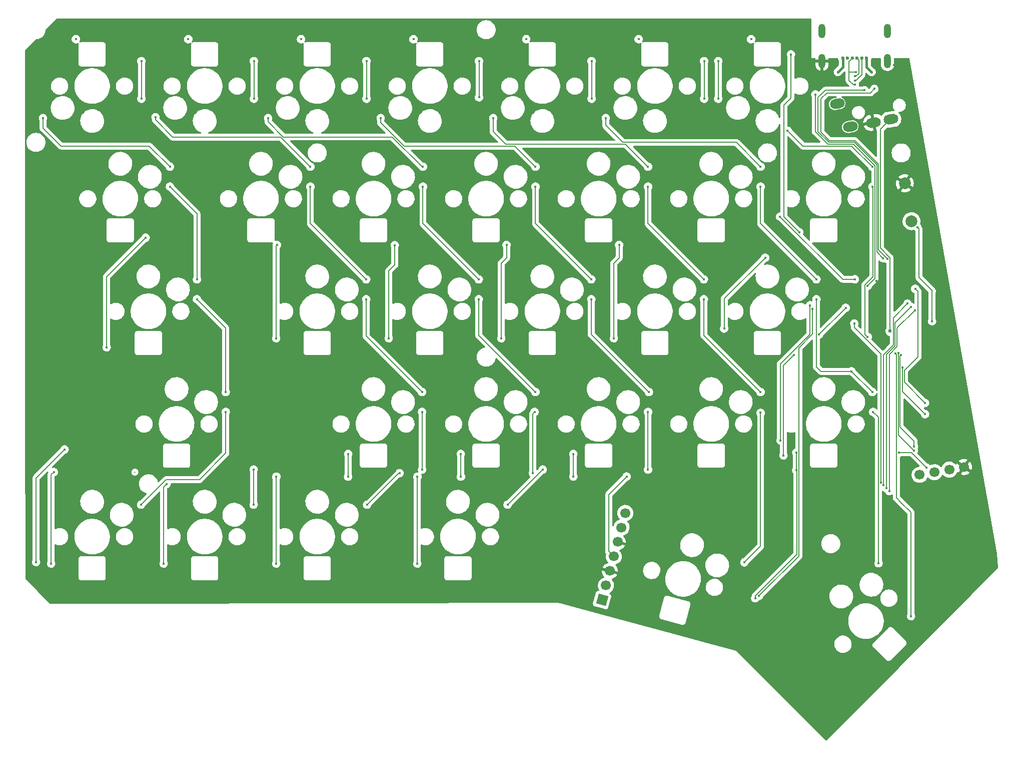
<source format=gbr>
G04 #@! TF.GenerationSoftware,KiCad,Pcbnew,(6.0.8)*
G04 #@! TF.CreationDate,2023-02-17T20:45:27+09:00*
G04 #@! TF.ProjectId,ma8ic_split_69_left,6d613869-635f-4737-906c-69745f36395f,0.1*
G04 #@! TF.SameCoordinates,Original*
G04 #@! TF.FileFunction,Copper,L1,Top*
G04 #@! TF.FilePolarity,Positive*
%FSLAX46Y46*%
G04 Gerber Fmt 4.6, Leading zero omitted, Abs format (unit mm)*
G04 Created by KiCad (PCBNEW (6.0.8)) date 2023-02-17 20:45:27*
%MOMM*%
%LPD*%
G01*
G04 APERTURE LIST*
G04 Aperture macros list*
%AMHorizOval*
0 Thick line with rounded ends*
0 $1 width*
0 $2 $3 position (X,Y) of the first rounded end (center of the circle)*
0 $4 $5 position (X,Y) of the second rounded end (center of the circle)*
0 Add line between two ends*
20,1,$1,$2,$3,$4,$5,0*
0 Add two circle primitives to create the rounded ends*
1,1,$1,$2,$3*
1,1,$1,$4,$5*%
%AMRotRect*
0 Rectangle, with rotation*
0 The origin of the aperture is its center*
0 $1 length*
0 $2 width*
0 $3 Rotation angle, in degrees counterclockwise*
0 Add horizontal line*
21,1,$1,$2,0,0,$3*%
G04 Aperture macros list end*
G04 #@! TA.AperFunction,ComponentPad*
%ADD10C,2.000000*%
G04 #@! TD*
G04 #@! TA.AperFunction,ComponentPad*
%ADD11C,1.700000*%
G04 #@! TD*
G04 #@! TA.AperFunction,ComponentPad*
%ADD12HorizOval,1.700000X-0.393923X-0.069459X0.393923X0.069459X0*%
G04 #@! TD*
G04 #@! TA.AperFunction,ComponentPad*
%ADD13C,0.600000*%
G04 #@! TD*
G04 #@! TA.AperFunction,ComponentPad*
%ADD14O,1.200000X2.400000*%
G04 #@! TD*
G04 #@! TA.AperFunction,ComponentPad*
%ADD15RotRect,1.700000X1.700000X345.000000*%
G04 #@! TD*
G04 #@! TA.AperFunction,ComponentPad*
%ADD16HorizOval,1.700000X0.000000X0.000000X0.000000X0.000000X0*%
G04 #@! TD*
G04 #@! TA.AperFunction,ViaPad*
%ADD17C,0.400000*%
G04 #@! TD*
G04 #@! TA.AperFunction,ViaPad*
%ADD18C,0.605000*%
G04 #@! TD*
G04 #@! TA.AperFunction,Conductor*
%ADD19C,0.152400*%
G04 #@! TD*
G04 #@! TA.AperFunction,Conductor*
%ADD20C,0.400000*%
G04 #@! TD*
G04 APERTURE END LIST*
D10*
G04 #@! TO.P,SW1,1,1*
G04 #@! TO.N,GND*
X197079659Y-58116694D03*
G04 #@! TO.P,SW1,2,2*
G04 #@! TO.N,Net-(R6-Pad2)*
X198208373Y-64517944D03*
G04 #@! TD*
D11*
G04 #@! TO.P,J3,1,Pin_1*
G04 #@! TO.N,SDA*
X199589789Y-107419117D03*
G04 #@! TO.P,J3,2,Pin_2*
G04 #@! TO.N,SCL*
X202091201Y-106978050D03*
G04 #@! TO.P,J3,3,Pin_3*
G04 #@! TO.N,VCC*
X204592613Y-106536984D03*
G04 #@! TO.P,J3,4,Pin_4*
G04 #@! TO.N,GND*
X207094025Y-106095917D03*
G04 #@! TD*
D12*
G04 #@! TO.P,J2,1*
G04 #@! TO.N,N/C*
X185628211Y-44654722D03*
G04 #@! TO.P,J2,2*
G04 #@! TO.N,DATA*
X194728400Y-47314905D03*
G04 #@! TO.P,J2,3*
G04 #@! TO.N,GND*
X191773976Y-47835850D03*
G04 #@! TO.P,J2,4*
G04 #@! TO.N,VCC*
X187834745Y-48530443D03*
G04 #@! TD*
D13*
G04 #@! TO.P,J1,B4,VBUS*
G04 #@! TO.N,VCC*
X190595000Y-36965732D03*
G04 #@! TO.P,J1,B5,CC2*
G04 #@! TO.N,Net-(J1-PadB5)*
X189795000Y-36965732D03*
G04 #@! TO.P,J1,B6,D+*
G04 #@! TO.N,Net-(J1-PadA6)*
X188995000Y-36965732D03*
G04 #@! TO.P,J1,B7,D-*
G04 #@! TO.N,Net-(J1-PadA7)*
X188195000Y-36965732D03*
G04 #@! TO.P,J1,B8,SBU2*
G04 #@! TO.N,unconnected-(J1-PadB8)*
X187395000Y-36965732D03*
G04 #@! TO.P,J1,B9,VBUS*
G04 #@! TO.N,VCC*
X186595000Y-36965732D03*
D14*
G04 #@! TO.P,J1,S1,SHIELD*
G04 #@! TO.N,GND*
X183045000Y-37415732D03*
G04 #@! TO.P,J1,S4*
G04 #@! TO.N,N/C*
X194145000Y-37415732D03*
G04 #@! TO.P,J1,S5*
X183045000Y-32365732D03*
G04 #@! TO.P,J1,S6*
X194145000Y-32365732D03*
G04 #@! TD*
D15*
G04 #@! TO.P,J4,1,Pin_1*
G04 #@! TO.N,MISO*
X145837183Y-128587500D03*
D16*
G04 #@! TO.P,J4,2,Pin_2*
G04 #@! TO.N,MOSI*
X146494583Y-126134048D03*
G04 #@! TO.P,J4,3,Pin_3*
G04 #@! TO.N,GND*
X147151984Y-123680597D03*
G04 #@! TO.P,J4,4,Pin_4*
G04 #@! TO.N,VCC*
X147809384Y-121227145D03*
G04 #@! TO.P,J4,5,Pin_5*
G04 #@! TO.N,GND*
X148466784Y-118773694D03*
G04 #@! TO.P,J4,6,Pin_6*
G04 #@! TO.N,NCS*
X149124185Y-116320242D03*
G04 #@! TO.P,J4,7,Pin_7*
G04 #@! TO.N,SCLK*
X149781585Y-113866790D03*
G04 #@! TD*
D17*
G04 #@! TO.N,GND*
X128587500Y-126206250D03*
X113030000Y-103886000D03*
X198596250Y-90011250D03*
X107156250Y-70485000D03*
X59531250Y-90487500D03*
X173831250Y-31908750D03*
X183356250Y-114300000D03*
X54768750Y-31908750D03*
X53578125Y-39052500D03*
X132080000Y-66040000D03*
X143351250Y-49530000D03*
X118824375Y-31908750D03*
X121205625Y-31908750D03*
X85725000Y-70485000D03*
X76200000Y-128587500D03*
X190261875Y-89058750D03*
X116443125Y-31908750D03*
X196929375Y-71913750D03*
X71437500Y-70246875D03*
X88106250Y-95250000D03*
X195262500Y-38100000D03*
X140493750Y-116681250D03*
X59531250Y-31908750D03*
X130968750Y-126206250D03*
X145256250Y-70485000D03*
X57150000Y-128587500D03*
X109537500Y-70485000D03*
X54768750Y-128587500D03*
X163830000Y-49291875D03*
X54768750Y-100012500D03*
X186690000Y-147637500D03*
X161448750Y-49291875D03*
X189785625Y-64293750D03*
X132080000Y-103886000D03*
X140493750Y-114300000D03*
X147637500Y-70485000D03*
X192244588Y-74610838D03*
X54768750Y-76200000D03*
X76200000Y-52387500D03*
X140716000Y-37084000D03*
X111918750Y-70485000D03*
X53578125Y-61912500D03*
X121666000Y-86614000D03*
X189785625Y-69056250D03*
X53578125Y-64293750D03*
X53578125Y-59531250D03*
X154781250Y-114300000D03*
X73818750Y-52387500D03*
X195738750Y-78105000D03*
X84074000Y-104140000D03*
X54768750Y-80962500D03*
X185261250Y-41195625D03*
X93980000Y-66040000D03*
X189309375Y-80248125D03*
X150018750Y-70485000D03*
X64293750Y-38814375D03*
X69056250Y-70246875D03*
X202168125Y-119062500D03*
X151130000Y-103886000D03*
X181927500Y-147637500D03*
X130968750Y-31908750D03*
X195262500Y-40481250D03*
X130968750Y-70485000D03*
X207150512Y-121421771D03*
X169068750Y-70723125D03*
X102870000Y-37084000D03*
X85725000Y-86915625D03*
X109775625Y-115014375D03*
X140493750Y-119062500D03*
X145732500Y-49530000D03*
X190500000Y-101679375D03*
X54768750Y-95250000D03*
X176212500Y-31908750D03*
X204787500Y-121443750D03*
X207150512Y-119040521D03*
X180975000Y-47625000D03*
X90487500Y-86915625D03*
X73818750Y-128587500D03*
X178816000Y-37592000D03*
X78581250Y-52387500D03*
X207150512Y-123803021D03*
X171450000Y-31908750D03*
X54768750Y-78581250D03*
X152400000Y-114300000D03*
X83343750Y-70485000D03*
X185737500Y-114300000D03*
X178308000Y-68326000D03*
X195262500Y-42862500D03*
X202168125Y-121443750D03*
X88106250Y-86915625D03*
X189785625Y-66675000D03*
X204787500Y-123825000D03*
X128587500Y-70485000D03*
X121920000Y-37084000D03*
X121443750Y-49530000D03*
X90487500Y-95250000D03*
X135731250Y-31908750D03*
X109775625Y-112633125D03*
X170180000Y-66040000D03*
X83820000Y-37084000D03*
X140970000Y-49530000D03*
X185023125Y-79295625D03*
X175260000Y-87630000D03*
X166687500Y-70723125D03*
X184308750Y-147637500D03*
X166211250Y-49291875D03*
X160020000Y-37084000D03*
X204787500Y-119062500D03*
X61912500Y-90487500D03*
X64293750Y-90487500D03*
X126206250Y-126206250D03*
X102616000Y-86614000D03*
X184070625Y-85963125D03*
X66675000Y-70246875D03*
X193595625Y-75961875D03*
X71437500Y-128587500D03*
X159766000Y-86868000D03*
X182626000Y-72390000D03*
X180975000Y-45243750D03*
X123825000Y-49530000D03*
X126206250Y-49530000D03*
X164306250Y-70723125D03*
X133350000Y-31908750D03*
X151130000Y-66040000D03*
X59531250Y-128587500D03*
X88106250Y-70485000D03*
X54768750Y-97631250D03*
X180975000Y-50006250D03*
X192881250Y-82153125D03*
X113030000Y-66040000D03*
X79248000Y-104140000D03*
X126206250Y-70485000D03*
X202168125Y-123825000D03*
X109775625Y-117395625D03*
X140716000Y-86614000D03*
X191452500Y-50958750D03*
X57150000Y-31908750D03*
X92868750Y-95250000D03*
X188118750Y-114300000D03*
G04 #@! TO.N,VCC*
X121920000Y-103886000D03*
X71628000Y-122428000D03*
X102870000Y-103886000D03*
X196093438Y-103671600D03*
X110744000Y-68580000D03*
X56775600Y-33750000D03*
X109728000Y-84328000D03*
X200739375Y-106203750D03*
X113912400Y-33750000D03*
X102847250Y-107718750D03*
X140981200Y-107707200D03*
X171062400Y-33750000D03*
X185737500Y-39290625D03*
X114554000Y-122428000D03*
X75800200Y-33750000D03*
X152025600Y-33750000D03*
X140970000Y-103886000D03*
X90678000Y-122428000D03*
X52578000Y-122428000D03*
X128778000Y-84328000D03*
X53038950Y-106945200D03*
X133001000Y-33750000D03*
X178704401Y-106651400D03*
X114576750Y-107718750D03*
X90678000Y-84328000D03*
X178704401Y-103632000D03*
X171750000Y-128291700D03*
X191452500Y-39290625D03*
X90700750Y-107718750D03*
X121942750Y-107718750D03*
X72136000Y-108966000D03*
X148718600Y-68550900D03*
X147828000Y-84328000D03*
X149988450Y-107707200D03*
X129668600Y-68550900D03*
X94887800Y-33750000D03*
X90803400Y-68550900D03*
G04 #@! TO.N,ROW0*
X190781250Y-75468750D03*
X181927500Y-43100625D03*
G04 #@! TO.N,Net-(D4-Pad2)*
X67865625Y-37442273D03*
X67865625Y-43815000D03*
G04 #@! TO.N,Net-(D5-Pad2)*
X86915625Y-43815000D03*
X86915625Y-37442273D03*
G04 #@! TO.N,Net-(D6-Pad2)*
X105965625Y-37442273D03*
X105965625Y-43815000D03*
G04 #@! TO.N,Net-(D7-Pad2)*
X125015625Y-37442273D03*
X125015625Y-43576875D03*
G04 #@! TO.N,Net-(D8-Pad2)*
X144065625Y-37442273D03*
X144065625Y-43815000D03*
G04 #@! TO.N,Net-(D9-Pad2)*
X163115625Y-37442273D03*
X163115625Y-43815000D03*
G04 #@! TO.N,Net-(D10-Pad2)*
X165496875Y-43815000D03*
X165496875Y-37442273D03*
G04 #@! TO.N,ROW1*
X175968750Y-63750000D03*
X188625000Y-74343750D03*
G04 #@! TO.N,ROW2*
X173437500Y-70687500D03*
X166500000Y-82687500D03*
G04 #@! TO.N,ROW3*
X181031250Y-78750000D03*
X176022000Y-101600000D03*
G04 #@! TO.N,ROW4*
X181459350Y-79332274D03*
X172391025Y-127890225D03*
G04 #@! TO.N,LED*
X198120000Y-131318000D03*
X195468750Y-86906250D03*
G04 #@! TO.N,Net-(D41-Pad2)*
X50038000Y-122174000D03*
X54864000Y-103124000D03*
G04 #@! TO.N,Net-(D47-Pad2)*
X176530000Y-104140000D03*
X178308000Y-87122000D03*
G04 #@! TO.N,Net-(D53-Pad2)*
X61976000Y-85852000D03*
X68580000Y-67310000D03*
G04 #@! TO.N,Net-(D60-Pad2)*
X179221088Y-66396912D03*
X177800000Y-36322000D03*
G04 #@! TO.N,Net-(J1-PadA6)*
X188595000Y-40005000D03*
G04 #@! TO.N,Net-(J1-PadA7)*
X188833125Y-39290625D03*
X188595000Y-41433750D03*
G04 #@! TO.N,Net-(J1-PadB5)*
X188595000Y-40719375D03*
G04 #@! TO.N,SCL*
X196398238Y-87174383D03*
X198629315Y-102664940D03*
G04 #@! TO.N,SDA*
X196005834Y-86779221D03*
X198596250Y-103346250D03*
G04 #@! TO.N,MISO*
X198750000Y-79593750D03*
X194441427Y-110171451D03*
G04 #@! TO.N,MOSI*
X198093750Y-79031250D03*
X193968750Y-109687500D03*
G04 #@! TO.N,NCS*
X193061700Y-108750000D03*
X188529587Y-81845413D03*
G04 #@! TO.N,SCLK*
X197531250Y-78468750D03*
X193435105Y-109156405D03*
G04 #@! TO.N,/MCU/D-*
X193406250Y-70781250D03*
X190261875Y-42386250D03*
G04 #@! TO.N,/MCU/D+*
X191928750Y-42148125D03*
X194102876Y-70872451D03*
G04 #@! TO.N,Net-(R5-Pad2)*
X200501250Y-95250000D03*
X198834375Y-75961875D03*
G04 #@! TO.N,Net-(R6-Pad2)*
X201691875Y-81438750D03*
X199186800Y-65532000D03*
G04 #@! TO.N,Net-(R8-Pad2)*
X200501250Y-97155000D03*
X196703038Y-89296875D03*
G04 #@! TO.N,COL0*
X67818000Y-112471200D03*
X77266800Y-77724000D03*
X187072513Y-79177487D03*
X182546100Y-83718750D03*
X82143600Y-93421200D03*
X72694800Y-58674000D03*
X77266800Y-74371200D03*
X51206400Y-47091600D03*
X72694800Y-55321200D03*
X82143600Y-96774000D03*
G04 #@! TO.N,COL1*
X96469200Y-58674000D03*
X105918000Y-74371200D03*
X86868000Y-106527600D03*
X115366800Y-93421200D03*
X115366800Y-96774000D03*
X86868000Y-112471200D03*
X70256400Y-46939200D03*
X115366800Y-106527600D03*
X105918000Y-77724000D03*
X96469200Y-55321200D03*
G04 #@! TO.N,COL2*
X124968000Y-74371200D03*
X134416800Y-96774000D03*
X89306400Y-47091600D03*
X115519200Y-55321200D03*
X124968000Y-77724000D03*
X134112000Y-107137200D03*
X115519200Y-58674000D03*
X134569200Y-93421200D03*
X111556800Y-107137200D03*
X106070400Y-112471200D03*
G04 #@! TO.N,COL3*
X153619200Y-96774000D03*
X108356400Y-47091600D03*
X153771600Y-93421200D03*
X144018000Y-77724000D03*
X134569200Y-58674000D03*
X134569200Y-55321200D03*
X135788400Y-106527600D03*
X153619200Y-106527600D03*
X144018000Y-74371200D03*
X129844800Y-112471200D03*
G04 #@! TO.N,COL4*
X169926000Y-122224800D03*
X153619200Y-55321200D03*
X163068000Y-74371200D03*
X153619200Y-58674000D03*
X127406400Y-47091600D03*
X172669200Y-93421200D03*
X163068000Y-77724000D03*
X172669200Y-96926400D03*
G04 #@! TO.N,COL5*
X182118000Y-74371200D03*
X172669200Y-55321200D03*
X146456400Y-47091600D03*
X182118000Y-77724000D03*
X188061600Y-89916000D03*
X191719200Y-96774000D03*
X172669200Y-58674000D03*
X191566800Y-93421200D03*
X192633600Y-122377200D03*
G04 #@! TO.N,COL6*
X190779587Y-84095413D03*
X191584900Y-58687500D03*
X177241200Y-49225200D03*
X191566800Y-55321200D03*
D18*
G04 #@! TO.N,DATA*
X194586700Y-83105625D03*
G04 #@! TD*
D19*
G04 #@! TO.N,GND*
X192244588Y-74610838D02*
X193595625Y-75961875D01*
G04 #@! TO.N,VCC*
X148718600Y-70737400D02*
X148718600Y-68550900D01*
X90678000Y-68676300D02*
X90803400Y-68550900D01*
X110744000Y-71882000D02*
X110744000Y-68580000D01*
X171750000Y-127900227D02*
X178827701Y-120822526D01*
X52578000Y-121666000D02*
X52578000Y-122428000D01*
X109728000Y-72898000D02*
X110236000Y-72390000D01*
X200739375Y-106203750D02*
X198207225Y-103671600D01*
X198207225Y-103671600D02*
X196093438Y-103671600D01*
X121920000Y-103886000D02*
X121920000Y-107696000D01*
X140970000Y-107696000D02*
X140981200Y-107707200D01*
X90678000Y-122428000D02*
X90678000Y-107741500D01*
X114554000Y-107741500D02*
X114576750Y-107718750D01*
X147828000Y-71628000D02*
X148718600Y-70737400D01*
X178827701Y-106774700D02*
X178704401Y-106651400D01*
X102870000Y-107696000D02*
X102847250Y-107718750D01*
X128778000Y-71628000D02*
X129668600Y-70737400D01*
D20*
X190595000Y-36965732D02*
X190595000Y-38433125D01*
D19*
X140970000Y-103886000D02*
X140970000Y-107696000D01*
X110236000Y-72390000D02*
X110744000Y-71882000D01*
X90678000Y-84328000D02*
X90678000Y-68676300D01*
D20*
X186595000Y-36965732D02*
X186595000Y-38433125D01*
D19*
X90678000Y-107741500D02*
X90700750Y-107718750D01*
X128778000Y-84328000D02*
X128778000Y-71628000D01*
D20*
X190595000Y-38433125D02*
X191452500Y-39290625D01*
D19*
X178827701Y-120822526D02*
X178827701Y-106774700D01*
X147828000Y-84328000D02*
X147828000Y-71628000D01*
X171750000Y-128291700D02*
X171750000Y-127900227D01*
X109728000Y-84328000D02*
X109728000Y-72898000D01*
D20*
X186595000Y-38433125D02*
X185737500Y-39290625D01*
D19*
X121920000Y-107696000D02*
X121942750Y-107718750D01*
X114554000Y-122428000D02*
X114554000Y-107741500D01*
X53038950Y-106945200D02*
X52578000Y-107406150D01*
X71628000Y-122428000D02*
X71628000Y-109474000D01*
X146959384Y-110736266D02*
X149988450Y-107707200D01*
X146959384Y-120377145D02*
X146959384Y-110736266D01*
X66750000Y-106968750D02*
X66773550Y-106945200D01*
X150000000Y-107695650D02*
X149988450Y-107707200D01*
X178704401Y-103632000D02*
X178704401Y-106651400D01*
X147809384Y-121227145D02*
X146959384Y-120377145D01*
X102870000Y-103886000D02*
X102870000Y-107696000D01*
X52578000Y-107406150D02*
X52578000Y-121666000D01*
X71628000Y-109474000D02*
X72136000Y-108966000D01*
X129668600Y-70737400D02*
X129668600Y-68550900D01*
G04 #@! TO.N,ROW0*
X184073700Y-51511200D02*
X188387823Y-51511200D01*
X192013000Y-55136377D02*
X192013000Y-74237000D01*
X184073700Y-51511200D02*
X181927500Y-49365000D01*
X188387823Y-51511200D02*
X192013000Y-55136377D01*
X181927500Y-49291875D02*
X181927500Y-43100625D01*
X181927500Y-49365000D02*
X181927500Y-49291875D01*
X192013000Y-74237000D02*
X190781250Y-75468750D01*
G04 #@! TO.N,Net-(D4-Pad2)*
X67865625Y-43815000D02*
X67865625Y-37442273D01*
G04 #@! TO.N,Net-(D5-Pad2)*
X86915625Y-43815000D02*
X86915625Y-37442273D01*
G04 #@! TO.N,Net-(D6-Pad2)*
X105965625Y-43815000D02*
X105965625Y-37442273D01*
G04 #@! TO.N,Net-(D7-Pad2)*
X125015625Y-43576875D02*
X125015625Y-37442273D01*
G04 #@! TO.N,Net-(D8-Pad2)*
X144065625Y-43815000D02*
X144065625Y-37442273D01*
G04 #@! TO.N,Net-(D9-Pad2)*
X163115625Y-43815000D02*
X163115625Y-37442273D01*
G04 #@! TO.N,Net-(D10-Pad2)*
X165496875Y-43815000D02*
X165496875Y-37442273D01*
G04 #@! TO.N,ROW1*
X186562500Y-74343750D02*
X175968750Y-63750000D01*
X188625000Y-74343750D02*
X186562500Y-74343750D01*
G04 #@! TO.N,ROW2*
X166500000Y-77625000D02*
X173437500Y-70687500D01*
X166500000Y-82687500D02*
X166500000Y-77625000D01*
G04 #@! TO.N,ROW3*
X181031250Y-83625000D02*
X181031250Y-78750000D01*
X180843750Y-83812500D02*
X176022000Y-88634250D01*
X176022000Y-98044000D02*
X176022000Y-101600000D01*
X180843750Y-83812500D02*
X181031250Y-83625000D01*
X176022000Y-88634250D02*
X176022000Y-98044000D01*
G04 #@! TO.N,ROW4*
X181459350Y-79332274D02*
X181459350Y-83627952D01*
X179132501Y-85954801D02*
X181459350Y-83627952D01*
X179132501Y-85954801D02*
X179132501Y-121148749D01*
X179132501Y-121148749D02*
X172391025Y-127890225D01*
G04 #@! TO.N,LED*
X195647238Y-87120938D02*
X195647238Y-111293838D01*
X195647238Y-111293838D02*
X196367400Y-112014000D01*
X195665338Y-87102838D02*
X195647238Y-87120938D01*
X196367400Y-112014000D02*
X198120000Y-113766600D01*
X198120000Y-113766600D02*
X198120000Y-131318000D01*
X195468750Y-86906250D02*
X195665338Y-87102838D01*
G04 #@! TO.N,Net-(D41-Pad2)*
X50038000Y-107950000D02*
X54864000Y-103124000D01*
X50038000Y-122174000D02*
X50038000Y-107950000D01*
G04 #@! TO.N,Net-(D47-Pad2)*
X176530000Y-88900000D02*
X178308000Y-87122000D01*
X176530000Y-104140000D02*
X176530000Y-88900000D01*
G04 #@! TO.N,Net-(D53-Pad2)*
X61976000Y-85852000D02*
X61976000Y-73914000D01*
X61976000Y-73914000D02*
X68580000Y-67310000D01*
G04 #@! TO.N,Net-(D60-Pad2)*
X176580099Y-44907901D02*
X177800000Y-43688000D01*
X176580099Y-63755923D02*
X176580099Y-44907901D01*
X177800000Y-43688000D02*
X177800000Y-36322000D01*
X179221088Y-66396912D02*
X176580099Y-63755923D01*
G04 #@! TO.N,Net-(J1-PadA6)*
X189309375Y-37280107D02*
X189309375Y-39528750D01*
X189309375Y-39528750D02*
X188833125Y-40005000D01*
X188833125Y-40005000D02*
X188595000Y-40005000D01*
X188995000Y-36965732D02*
X189309375Y-37280107D01*
G04 #@! TO.N,Net-(J1-PadA7)*
X188833125Y-39290625D02*
X187642500Y-39290625D01*
X187642500Y-40719375D02*
X188356875Y-41433750D01*
X187642500Y-38814375D02*
X187642500Y-39290625D01*
X187642500Y-39290625D02*
X187642500Y-40719375D01*
X187642500Y-37623750D02*
X187642500Y-38814375D01*
X187642500Y-37518232D02*
X187642500Y-37623750D01*
X188195000Y-36965732D02*
X187642500Y-37518232D01*
X188356875Y-41433750D02*
X188595000Y-41433750D01*
G04 #@! TO.N,Net-(J1-PadB5)*
X189795000Y-39757500D02*
X188833125Y-40719375D01*
X189795000Y-39757500D02*
X189795000Y-36965732D01*
X188833125Y-40719375D02*
X188595000Y-40719375D01*
G04 #@! TO.N,SCL*
X196398238Y-87174383D02*
X196274938Y-87297683D01*
X196274938Y-87297683D02*
X196274938Y-99327115D01*
X196274938Y-99327115D02*
X198629315Y-101681492D01*
X198629315Y-101681492D02*
X198629315Y-102664940D01*
G04 #@! TO.N,SDA*
X195970138Y-99653338D02*
X195970138Y-100720138D01*
X195970138Y-86814917D02*
X195970138Y-99653338D01*
X195970138Y-100720138D02*
X198596250Y-103346250D01*
X196005834Y-86779221D02*
X195970138Y-86814917D01*
G04 #@! TO.N,MISO*
X198750000Y-79593750D02*
X195726900Y-82616850D01*
X194441427Y-87034777D02*
X194441427Y-110171451D01*
X195726900Y-82616850D02*
X195726900Y-85749304D01*
X194441427Y-87034777D02*
X195726900Y-85749304D01*
G04 #@! TO.N,MOSI*
X195422100Y-81702900D02*
X195422100Y-85623052D01*
X193968750Y-87076402D02*
X195422100Y-85623052D01*
X198093750Y-79031250D02*
X195422100Y-81702900D01*
X193968750Y-87076402D02*
X193968750Y-109687500D01*
G04 #@! TO.N,NCS*
X188529587Y-81845413D02*
X188529587Y-82476436D01*
X193061700Y-87008549D02*
X193061700Y-108750000D01*
X188529587Y-82476436D02*
X193061700Y-87008549D01*
G04 #@! TO.N,SCLK*
X195117300Y-85496800D02*
X193490300Y-87123800D01*
X193490300Y-87123800D02*
X193490300Y-109101210D01*
X197531250Y-78468750D02*
X195117300Y-80882700D01*
X193490300Y-109101210D02*
X193435105Y-109156405D01*
X195117300Y-80882700D02*
X195117300Y-85496800D01*
G04 #@! TO.N,/MCU/D-*
X182880000Y-43100625D02*
X183594375Y-42386250D01*
X192317800Y-55010125D02*
X192317800Y-69692800D01*
X182403750Y-49410198D02*
X182403750Y-43576875D01*
X182403750Y-43576875D02*
X182880000Y-43100625D01*
X183594375Y-42386250D02*
X190261875Y-42386250D01*
X184199952Y-51206400D02*
X188514075Y-51206400D01*
X188514075Y-51206400D02*
X192317800Y-55010125D01*
X192317800Y-69692800D02*
X193406250Y-70781250D01*
X182403750Y-49410198D02*
X184199952Y-51206400D01*
G04 #@! TO.N,/MCU/D+*
X191244425Y-42832450D02*
X191928750Y-42148125D01*
X184326204Y-50901600D02*
X188640327Y-50901600D01*
X182880000Y-49455396D02*
X184326204Y-50901600D01*
X192622600Y-69392175D02*
X194102876Y-70872451D01*
X182880000Y-43815000D02*
X183862550Y-42832450D01*
X192622600Y-54883873D02*
X192622600Y-69392175D01*
X182880000Y-49455396D02*
X182880000Y-43815000D01*
X188640327Y-50901600D02*
X192622600Y-54883873D01*
X183862550Y-42832450D02*
X191244425Y-42832450D01*
G04 #@! TO.N,Net-(R5-Pad2)*
X198834375Y-75961875D02*
X199310625Y-76438125D01*
X199310625Y-76438125D02*
X199310625Y-81438750D01*
X197007838Y-89773125D02*
X197007838Y-90327838D01*
X199310625Y-87470338D02*
X197007838Y-89773125D01*
X197007838Y-91440000D02*
X197007838Y-91756588D01*
X197007838Y-90327838D02*
X197007838Y-91440000D01*
X197007838Y-91756588D02*
X200501250Y-95250000D01*
X199310625Y-81438750D02*
X199310625Y-87470338D01*
G04 #@! TO.N,Net-(R6-Pad2)*
X199491600Y-65836800D02*
X199186800Y-65532000D01*
X201777600Y-76352400D02*
X199491600Y-74066400D01*
X201691875Y-76438125D02*
X201691875Y-81438750D01*
X199491600Y-74066400D02*
X199491600Y-65836800D01*
X201777600Y-76352400D02*
X201691875Y-76438125D01*
G04 #@! TO.N,Net-(R8-Pad2)*
X196703038Y-91689913D02*
X196703038Y-93356788D01*
X196703038Y-89296875D02*
X196703038Y-91689913D01*
X196703038Y-93356788D02*
X200501250Y-97155000D01*
G04 #@! TO.N,COL0*
X51206400Y-48768000D02*
X51206400Y-47091600D01*
X77724000Y-108204000D02*
X82143600Y-103784400D01*
X67818000Y-112471200D02*
X72085200Y-108204000D01*
X187072513Y-79177487D02*
X182546100Y-83703900D01*
X72694800Y-58674000D02*
X77266800Y-63246000D01*
X77266800Y-63246000D02*
X77266800Y-74371200D01*
X72694800Y-55321200D02*
X69189600Y-51816000D01*
X54254400Y-51816000D02*
X69189600Y-51816000D01*
X54254400Y-51816000D02*
X51206400Y-48768000D01*
X182546100Y-83703900D02*
X182546100Y-83718750D01*
X82143600Y-103784400D02*
X82143600Y-96774000D01*
X82143600Y-82600800D02*
X77266800Y-77724000D01*
X72085200Y-108204000D02*
X77724000Y-108204000D01*
X82143600Y-93421200D02*
X82143600Y-82600800D01*
G04 #@! TO.N,COL1*
X105918000Y-83972400D02*
X105918000Y-77724000D01*
X86868000Y-112471200D02*
X86868000Y-106527600D01*
X115366800Y-106527600D02*
X115366800Y-96774000D01*
X70256400Y-47396400D02*
X73152000Y-50292000D01*
X96469200Y-64922400D02*
X96469200Y-58674000D01*
X115366800Y-93421200D02*
X105918000Y-83972400D01*
X96469200Y-55321200D02*
X91440000Y-50292000D01*
X105918000Y-74371200D02*
X96469200Y-64922400D01*
X73152000Y-50292000D02*
X91440000Y-50292000D01*
X70256400Y-47396400D02*
X70256400Y-46939200D01*
G04 #@! TO.N,COL2*
X134112000Y-107137200D02*
X134112000Y-97078800D01*
X115519200Y-55321200D02*
X115392948Y-55321200D01*
X115519200Y-64922400D02*
X115519200Y-58674000D01*
X134112000Y-97078800D02*
X134416800Y-96774000D01*
X91897200Y-50292000D02*
X89306400Y-47701200D01*
X106070400Y-112471200D02*
X111404400Y-107137200D01*
X115392948Y-55321200D02*
X110350674Y-50278926D01*
X91910274Y-50278926D02*
X91897200Y-50292000D01*
X124968000Y-83820000D02*
X124968000Y-77724000D01*
X89306400Y-47701200D02*
X89306400Y-47091600D01*
X111404400Y-107137200D02*
X111556800Y-107137200D01*
X124968000Y-74371200D02*
X115519200Y-64922400D01*
X110350674Y-50278926D02*
X91910274Y-50278926D01*
X134569200Y-93421200D02*
X124968000Y-83820000D01*
G04 #@! TO.N,COL3*
X153771600Y-93421200D02*
X144018000Y-83667600D01*
X112318800Y-51816000D02*
X108356400Y-47853600D01*
X112318800Y-51816000D02*
X131064000Y-51816000D01*
X153619200Y-106527600D02*
X153619200Y-96774000D01*
X144018000Y-83667600D02*
X144018000Y-77724000D01*
X108356400Y-47853600D02*
X108356400Y-47091600D01*
X134569200Y-64922400D02*
X134569200Y-58674000D01*
X144018000Y-74371200D02*
X134569200Y-64922400D01*
X134569200Y-55321200D02*
X131064000Y-51816000D01*
X129844800Y-112471200D02*
X135788400Y-106527600D01*
G04 #@! TO.N,COL4*
X163068000Y-83820000D02*
X163068000Y-77724000D01*
X172669200Y-93421200D02*
X163068000Y-83820000D01*
X153619200Y-55321200D02*
X149809200Y-51511200D01*
X129540000Y-51511200D02*
X127406400Y-49377600D01*
X153619200Y-64922400D02*
X153619200Y-58674000D01*
X169926000Y-122224800D02*
X172669200Y-119481600D01*
X127406400Y-49377600D02*
X127406400Y-47091600D01*
X163068000Y-74371200D02*
X153619200Y-64922400D01*
X149809200Y-51511200D02*
X129540000Y-51511200D01*
X172669200Y-119481600D02*
X172669200Y-96926400D01*
G04 #@! TO.N,COL5*
X146456400Y-48310800D02*
X146456400Y-47091600D01*
X192633600Y-97688400D02*
X191719200Y-96774000D01*
X172669200Y-55321200D02*
X168554400Y-51206400D01*
X191566800Y-93421200D02*
X188061600Y-89916000D01*
X182880000Y-89916000D02*
X188061600Y-89916000D01*
X149352000Y-51206400D02*
X146456400Y-48310800D01*
X182118000Y-89154000D02*
X182880000Y-89916000D01*
X192633600Y-122377200D02*
X192633600Y-97688400D01*
X182118000Y-89154000D02*
X182118000Y-77724000D01*
X172669200Y-64922400D02*
X172669200Y-58674000D01*
X182118000Y-74371200D02*
X172669200Y-64922400D01*
X168554400Y-51206400D02*
X149352000Y-51206400D01*
G04 #@! TO.N,COL6*
X188061600Y-51816000D02*
X191566800Y-55321200D01*
X191708200Y-73910777D02*
X190335050Y-75283927D01*
X191708200Y-58810800D02*
X191708200Y-73910777D01*
X191584900Y-58687500D02*
X191708200Y-58810800D01*
X177241200Y-49225200D02*
X179832000Y-51816000D01*
X179832000Y-51816000D02*
X188061600Y-51816000D01*
X190335050Y-75283927D02*
X190335050Y-83650876D01*
X190335050Y-83650876D02*
X190779587Y-84095413D01*
G04 #@! TO.N,DATA*
X194586700Y-70725252D02*
X194586700Y-83105625D01*
X194728400Y-47314905D02*
X194620095Y-47314905D01*
X194620095Y-47314905D02*
X192927400Y-49007600D01*
X192927400Y-69065952D02*
X194586700Y-70725252D01*
X192927400Y-49007600D02*
X192927400Y-69065952D01*
G04 #@! TD*
G04 #@! TA.AperFunction,Conductor*
G04 #@! TO.N,GND*
G36*
X138139813Y-30274191D02*
G01*
X181124000Y-30274230D01*
X181192121Y-30294232D01*
X181238614Y-30347888D01*
X181250000Y-30400230D01*
X181250000Y-36909375D01*
X181811000Y-36909375D01*
X181879121Y-36929377D01*
X181925614Y-36983033D01*
X181937000Y-37035375D01*
X181937000Y-37143617D01*
X181941475Y-37158856D01*
X181942865Y-37160061D01*
X181950548Y-37161732D01*
X184134885Y-37161732D01*
X184150124Y-37157257D01*
X184151329Y-37155867D01*
X184153000Y-37148184D01*
X184153000Y-37050232D01*
X184173002Y-36982111D01*
X184226658Y-36935618D01*
X184279000Y-36924232D01*
X185664258Y-36924232D01*
X185732379Y-36944234D01*
X185778872Y-36997890D01*
X185789656Y-37037934D01*
X185799163Y-37134892D01*
X185856418Y-37307005D01*
X185860065Y-37313028D01*
X185860066Y-37313029D01*
X185868276Y-37326585D01*
X185886500Y-37391856D01*
X185886500Y-38087465D01*
X185866498Y-38155586D01*
X185849595Y-38176560D01*
X185256980Y-38769175D01*
X185250715Y-38775029D01*
X185207115Y-38813064D01*
X185202748Y-38819278D01*
X185170372Y-38865344D01*
X185166439Y-38870639D01*
X185127024Y-38920907D01*
X185123901Y-38927823D01*
X185122517Y-38930109D01*
X185114143Y-38944790D01*
X185112878Y-38947150D01*
X185108510Y-38953364D01*
X185105750Y-38960443D01*
X185105749Y-38960445D01*
X185085298Y-39012900D01*
X185082747Y-39018969D01*
X185056455Y-39077198D01*
X185055071Y-39084665D01*
X185054270Y-39087220D01*
X185049641Y-39103473D01*
X185048978Y-39106053D01*
X185046218Y-39113134D01*
X185045227Y-39120665D01*
X185045226Y-39120667D01*
X185037879Y-39176477D01*
X185036848Y-39182984D01*
X185025204Y-39245811D01*
X185025641Y-39253389D01*
X185025475Y-39256024D01*
X185024854Y-39272970D01*
X185024826Y-39275620D01*
X185023835Y-39283151D01*
X185030846Y-39346654D01*
X185031397Y-39353219D01*
X185035076Y-39417010D01*
X185037309Y-39424270D01*
X185037779Y-39426881D01*
X185041216Y-39443479D01*
X185041819Y-39446052D01*
X185042653Y-39453600D01*
X185045263Y-39460731D01*
X185045263Y-39460733D01*
X185064609Y-39513600D01*
X185066713Y-39519850D01*
X185068761Y-39526508D01*
X185085499Y-39580914D01*
X185089399Y-39587431D01*
X185090474Y-39589845D01*
X185097786Y-39605174D01*
X185098974Y-39607507D01*
X185101585Y-39614640D01*
X185137226Y-39667678D01*
X185140745Y-39673224D01*
X185169662Y-39721541D01*
X185173563Y-39728059D01*
X185178905Y-39733457D01*
X185180515Y-39735533D01*
X185191250Y-39748649D01*
X185192992Y-39750667D01*
X185197230Y-39756974D01*
X185202846Y-39762084D01*
X185202849Y-39762087D01*
X185244485Y-39799973D01*
X185249236Y-39804529D01*
X185294184Y-39849950D01*
X185300656Y-39853916D01*
X185302735Y-39855564D01*
X185316243Y-39865706D01*
X185318444Y-39867271D01*
X185324065Y-39872385D01*
X185330739Y-39876008D01*
X185330745Y-39876013D01*
X185380217Y-39902873D01*
X185385905Y-39906157D01*
X185440398Y-39939550D01*
X185447630Y-39941858D01*
X185450034Y-39942959D01*
X185465596Y-39949597D01*
X185468091Y-39950585D01*
X185474768Y-39954210D01*
X185482114Y-39956137D01*
X185482116Y-39956138D01*
X185491974Y-39958724D01*
X185536593Y-39970430D01*
X185542890Y-39972259D01*
X185603765Y-39991687D01*
X185611341Y-39992203D01*
X185613970Y-39992705D01*
X185630679Y-39995441D01*
X185633294Y-39995799D01*
X185640639Y-39997726D01*
X185704533Y-39998729D01*
X185711117Y-39999005D01*
X185718087Y-39999480D01*
X185767276Y-40002834D01*
X185767280Y-40002834D01*
X185774852Y-40003350D01*
X185782326Y-40002045D01*
X185784989Y-40001906D01*
X185801837Y-40000580D01*
X185804505Y-40000300D01*
X185812102Y-40000419D01*
X185840343Y-39993951D01*
X185874375Y-39986157D01*
X185880841Y-39984853D01*
X185936302Y-39975174D01*
X185936304Y-39975173D01*
X185943784Y-39973868D01*
X185950737Y-39970816D01*
X185953274Y-39970050D01*
X185969364Y-39964728D01*
X185971858Y-39963830D01*
X185979259Y-39962135D01*
X185986038Y-39958725D01*
X185986042Y-39958724D01*
X186036335Y-39933429D01*
X186042303Y-39930621D01*
X186093848Y-39907994D01*
X186093849Y-39907994D01*
X186100805Y-39904940D01*
X186106834Y-39900313D01*
X186109133Y-39898954D01*
X186123479Y-39889954D01*
X186125671Y-39888497D01*
X186132458Y-39885084D01*
X186181060Y-39843574D01*
X186186156Y-39839448D01*
X186202183Y-39827150D01*
X186202185Y-39827149D01*
X186205459Y-39824636D01*
X186214979Y-39815116D01*
X186222243Y-39808400D01*
X186257079Y-39778648D01*
X186257082Y-39778644D01*
X186262855Y-39773714D01*
X186268623Y-39765688D01*
X186273406Y-39759031D01*
X186286633Y-39743462D01*
X186838738Y-39191358D01*
X186901050Y-39157333D01*
X186971866Y-39162398D01*
X187028701Y-39204945D01*
X187053512Y-39271465D01*
X187053833Y-39280454D01*
X187053833Y-39282437D01*
X187052755Y-39290625D01*
X187053833Y-39298813D01*
X187056722Y-39320758D01*
X187057800Y-39337204D01*
X187057800Y-40672797D01*
X187056722Y-40689244D01*
X187052755Y-40719375D01*
X187053833Y-40727563D01*
X187057800Y-40757694D01*
X187057800Y-40757696D01*
X187071001Y-40857964D01*
X187072850Y-40872012D01*
X187110029Y-40961769D01*
X187131766Y-41014248D01*
X187136795Y-41020801D01*
X187136795Y-41020802D01*
X187152391Y-41041128D01*
X187220460Y-41129838D01*
X187220465Y-41129843D01*
X187225487Y-41136388D01*
X187249606Y-41154895D01*
X187261998Y-41165763D01*
X187682689Y-41586455D01*
X187716714Y-41648767D01*
X187711649Y-41719583D01*
X187669102Y-41776418D01*
X187602582Y-41801229D01*
X187593593Y-41801550D01*
X183640961Y-41801550D01*
X183624514Y-41800472D01*
X183602563Y-41797582D01*
X183594375Y-41796504D01*
X183441738Y-41816600D01*
X183299502Y-41875516D01*
X183208027Y-41945707D01*
X183177362Y-41969237D01*
X183172339Y-41975783D01*
X183158858Y-41993352D01*
X183147991Y-42005743D01*
X182828408Y-42325327D01*
X182579875Y-42573860D01*
X182517562Y-42607885D01*
X182446747Y-42602821D01*
X182406962Y-42578843D01*
X182334821Y-42514568D01*
X182326825Y-42510334D01*
X182189981Y-42437879D01*
X182189982Y-42437879D01*
X182183269Y-42434325D01*
X182165696Y-42429911D01*
X182024322Y-42394400D01*
X182024318Y-42394400D01*
X182016951Y-42392549D01*
X182009352Y-42392509D01*
X182009350Y-42392509D01*
X181937894Y-42392135D01*
X181845469Y-42391651D01*
X181838089Y-42393423D01*
X181838087Y-42393423D01*
X181686102Y-42429911D01*
X181686098Y-42429912D01*
X181678723Y-42431683D01*
X181526339Y-42510334D01*
X181397115Y-42623064D01*
X181298510Y-42763364D01*
X181280615Y-42809262D01*
X181243069Y-42905563D01*
X181236218Y-42923134D01*
X181235226Y-42930667D01*
X181235226Y-42930668D01*
X181218551Y-43057330D01*
X181213835Y-43093151D01*
X181223048Y-43176596D01*
X181230787Y-43246694D01*
X181232653Y-43263600D01*
X181235262Y-43270731D01*
X181235263Y-43270733D01*
X181285100Y-43406918D01*
X181291585Y-43424640D01*
X181295820Y-43430943D01*
X181295823Y-43430948D01*
X181321382Y-43468984D01*
X181342800Y-43539259D01*
X181342800Y-49318422D01*
X181341722Y-49334869D01*
X181337755Y-49365000D01*
X181342800Y-49403319D01*
X181342800Y-49403321D01*
X181357850Y-49517637D01*
X181361009Y-49525264D01*
X181361010Y-49525267D01*
X181393797Y-49604421D01*
X181396749Y-49611548D01*
X181416766Y-49659873D01*
X181421793Y-49666424D01*
X181421794Y-49666426D01*
X181424840Y-49670395D01*
X181439255Y-49689181D01*
X181510487Y-49782013D01*
X181517037Y-49787039D01*
X181517041Y-49787043D01*
X181534609Y-49800523D01*
X181547001Y-49811391D01*
X182751815Y-51016205D01*
X182785841Y-51078517D01*
X182780776Y-51149332D01*
X182738229Y-51206168D01*
X182671709Y-51230979D01*
X182662720Y-51231300D01*
X180126381Y-51231300D01*
X180058260Y-51211298D01*
X180037286Y-51194395D01*
X177969802Y-49126912D01*
X177936534Y-49067871D01*
X177935215Y-49062498D01*
X177934302Y-49054958D01*
X177930888Y-49045921D01*
X177876371Y-48901647D01*
X177873687Y-48894544D01*
X177824680Y-48823238D01*
X177780859Y-48759478D01*
X177780858Y-48759476D01*
X177776557Y-48753219D01*
X177768817Y-48746323D01*
X177654193Y-48644196D01*
X177654190Y-48644194D01*
X177648521Y-48639143D01*
X177496969Y-48558900D01*
X177486443Y-48556256D01*
X177338022Y-48518975D01*
X177338018Y-48518975D01*
X177330651Y-48517124D01*
X177323051Y-48517084D01*
X177323050Y-48517084D01*
X177309926Y-48517015D01*
X177290139Y-48516912D01*
X177222125Y-48496554D01*
X177175913Y-48442656D01*
X177164799Y-48390914D01*
X177164799Y-45202281D01*
X177184801Y-45134160D01*
X177201704Y-45113186D01*
X178180507Y-44134384D01*
X178192899Y-44123516D01*
X178210463Y-44110039D01*
X178217013Y-44105013D01*
X178245663Y-44067676D01*
X178251276Y-44060361D01*
X178305705Y-43989427D01*
X178305707Y-43989423D01*
X178310734Y-43982872D01*
X178369650Y-43840637D01*
X178389746Y-43688000D01*
X178385778Y-43657862D01*
X178384700Y-43641415D01*
X178384700Y-43030281D01*
X178404702Y-42962160D01*
X178458358Y-42915667D01*
X178528632Y-42905563D01*
X178581703Y-42926192D01*
X178608417Y-42944415D01*
X178825956Y-43045394D01*
X179057068Y-43109486D01*
X179159632Y-43120447D01*
X179249522Y-43130054D01*
X179249530Y-43130054D01*
X179252857Y-43130410D01*
X179392103Y-43130410D01*
X179394676Y-43130198D01*
X179394687Y-43130198D01*
X179565176Y-43116181D01*
X179565182Y-43116180D01*
X179570327Y-43115757D01*
X179690308Y-43085620D01*
X179797925Y-43058589D01*
X179797929Y-43058588D01*
X179802936Y-43057330D01*
X179807666Y-43055274D01*
X179807673Y-43055271D01*
X180018141Y-42963757D01*
X180018144Y-42963755D01*
X180022878Y-42961697D01*
X180027212Y-42958893D01*
X180027216Y-42958891D01*
X180219904Y-42834235D01*
X180219907Y-42834233D01*
X180224247Y-42831425D01*
X180235342Y-42821330D01*
X180397813Y-42673492D01*
X180397814Y-42673490D01*
X180401635Y-42670014D01*
X180404834Y-42665963D01*
X180404838Y-42665959D01*
X180520411Y-42519618D01*
X180550279Y-42481798D01*
X180666187Y-42271832D01*
X180746245Y-42045755D01*
X180751035Y-42018866D01*
X180787398Y-41814726D01*
X180787399Y-41814720D01*
X180788304Y-41809637D01*
X180789888Y-41680025D01*
X180791171Y-41574991D01*
X180791171Y-41574989D01*
X180791234Y-41569821D01*
X180754957Y-41332747D01*
X180680446Y-41104781D01*
X180569703Y-40892046D01*
X180547161Y-40862022D01*
X180428807Y-40704390D01*
X180428805Y-40704387D01*
X180425702Y-40700255D01*
X180252310Y-40534558D01*
X180245601Y-40529981D01*
X180058462Y-40402324D01*
X180058463Y-40402324D01*
X180054183Y-40399405D01*
X179836644Y-40298426D01*
X179605532Y-40234334D01*
X179501821Y-40223250D01*
X179413078Y-40213766D01*
X179413070Y-40213766D01*
X179409743Y-40213410D01*
X179270497Y-40213410D01*
X179267924Y-40213622D01*
X179267913Y-40213622D01*
X179097424Y-40227639D01*
X179097418Y-40227640D01*
X179092273Y-40228063D01*
X178975969Y-40257276D01*
X178864675Y-40285231D01*
X178864671Y-40285232D01*
X178859664Y-40286490D01*
X178854934Y-40288546D01*
X178854927Y-40288549D01*
X178644459Y-40380063D01*
X178644456Y-40380065D01*
X178639722Y-40382123D01*
X178608496Y-40402324D01*
X178579140Y-40421315D01*
X178511079Y-40441522D01*
X178442899Y-40421726D01*
X178396245Y-40368210D01*
X178384700Y-40315523D01*
X178384700Y-38065564D01*
X181937000Y-38065564D01*
X181937285Y-38071540D01*
X181951471Y-38220226D01*
X181953730Y-38231960D01*
X182009872Y-38423331D01*
X182014302Y-38434407D01*
X182105619Y-38611710D01*
X182112069Y-38621756D01*
X182235262Y-38778589D01*
X182243499Y-38787238D01*
X182394123Y-38917944D01*
X182403847Y-38924879D01*
X182576467Y-39024742D01*
X182587331Y-39029716D01*
X182775727Y-39095139D01*
X182776716Y-39095380D01*
X182787008Y-39093912D01*
X182791000Y-39080347D01*
X182791000Y-39076134D01*
X183299000Y-39076134D01*
X183302973Y-39089665D01*
X183312399Y-39091020D01*
X183401537Y-39069538D01*
X183412832Y-39065649D01*
X183594382Y-38983103D01*
X183604724Y-38977156D01*
X183767397Y-38861764D01*
X183776425Y-38853971D01*
X183914342Y-38709901D01*
X183921738Y-38700536D01*
X184029921Y-38532991D01*
X184035417Y-38522387D01*
X184109961Y-38337420D01*
X184113355Y-38325962D01*
X184151857Y-38128804D01*
X184152934Y-38119941D01*
X184153000Y-38117232D01*
X184153000Y-37687847D01*
X184148525Y-37672608D01*
X184147135Y-37671403D01*
X184139452Y-37669732D01*
X183317115Y-37669732D01*
X183301876Y-37674207D01*
X183300671Y-37675597D01*
X183299000Y-37683280D01*
X183299000Y-39076134D01*
X182791000Y-39076134D01*
X182791000Y-37687847D01*
X182786525Y-37672608D01*
X182785135Y-37671403D01*
X182777452Y-37669732D01*
X181955115Y-37669732D01*
X181939876Y-37674207D01*
X181938671Y-37675597D01*
X181937000Y-37683280D01*
X181937000Y-38065564D01*
X178384700Y-38065564D01*
X178384700Y-36763079D01*
X178408378Y-36689553D01*
X178420989Y-36672002D01*
X178425424Y-36665830D01*
X178489385Y-36506720D01*
X178513547Y-36336947D01*
X178513704Y-36322000D01*
X178493102Y-36151758D01*
X178432487Y-35991344D01*
X178376017Y-35909180D01*
X178339659Y-35856278D01*
X178339658Y-35856276D01*
X178335357Y-35850019D01*
X178329686Y-35844966D01*
X178212993Y-35740996D01*
X178212990Y-35740994D01*
X178207321Y-35735943D01*
X178199325Y-35731709D01*
X178062481Y-35659254D01*
X178062482Y-35659254D01*
X178055769Y-35655700D01*
X178038196Y-35651286D01*
X177896822Y-35615775D01*
X177896818Y-35615775D01*
X177889451Y-35613924D01*
X177881852Y-35613884D01*
X177881850Y-35613884D01*
X177810394Y-35613510D01*
X177717969Y-35613026D01*
X177710589Y-35614798D01*
X177710587Y-35614798D01*
X177558602Y-35651286D01*
X177558598Y-35651287D01*
X177551223Y-35653058D01*
X177398839Y-35731709D01*
X177269615Y-35844439D01*
X177171010Y-35984739D01*
X177108718Y-36144509D01*
X177086335Y-36314526D01*
X177105153Y-36484975D01*
X177107762Y-36492106D01*
X177107763Y-36492108D01*
X177156579Y-36625503D01*
X177164085Y-36646015D01*
X177168320Y-36652318D01*
X177168323Y-36652323D01*
X177193882Y-36690359D01*
X177215300Y-36760634D01*
X177215300Y-43393619D01*
X177195298Y-43461740D01*
X177178395Y-43482714D01*
X176199596Y-44461514D01*
X176187205Y-44472381D01*
X176163086Y-44490888D01*
X176110794Y-44559037D01*
X176069365Y-44613028D01*
X176066765Y-44619306D01*
X176010449Y-44755264D01*
X176009371Y-44763449D01*
X176009371Y-44763451D01*
X176004894Y-44797460D01*
X175993942Y-44880645D01*
X175990354Y-44907901D01*
X175991432Y-44916089D01*
X175994321Y-44938034D01*
X175995399Y-44954480D01*
X175995399Y-46937145D01*
X175975397Y-47005266D01*
X175921741Y-47051759D01*
X175851467Y-47061863D01*
X175786887Y-47032369D01*
X175749566Y-46976081D01*
X175699458Y-46821864D01*
X175698097Y-46817675D01*
X175689939Y-46800947D01*
X175610362Y-46637793D01*
X175574960Y-46565208D01*
X175572505Y-46561569D01*
X175572502Y-46561563D01*
X175472638Y-46413509D01*
X175417885Y-46332334D01*
X175352336Y-46259534D01*
X175232866Y-46126850D01*
X175229929Y-46123588D01*
X175014750Y-45943031D01*
X174776536Y-45794179D01*
X174546819Y-45691902D01*
X174523939Y-45681715D01*
X174523937Y-45681714D01*
X174519925Y-45679928D01*
X174249910Y-45602503D01*
X174245560Y-45601892D01*
X174245557Y-45601891D01*
X174128279Y-45585409D01*
X173971748Y-45563410D01*
X173761154Y-45563410D01*
X173758968Y-45563563D01*
X173758964Y-45563563D01*
X173555473Y-45577792D01*
X173555468Y-45577793D01*
X173551088Y-45578099D01*
X173276330Y-45636501D01*
X173272201Y-45638004D01*
X173272197Y-45638005D01*
X173016519Y-45731064D01*
X173016515Y-45731066D01*
X173012374Y-45732573D01*
X172764358Y-45864446D01*
X172760799Y-45867032D01*
X172760797Y-45867033D01*
X172571185Y-46004794D01*
X172537108Y-46029552D01*
X172533944Y-46032608D01*
X172533941Y-46032610D01*
X172508439Y-46057237D01*
X172335048Y-46224679D01*
X172209499Y-46385375D01*
X172180371Y-46422658D01*
X172162112Y-46446028D01*
X172159916Y-46449832D01*
X172159911Y-46449839D01*
X172056879Y-46628296D01*
X172021664Y-46689291D01*
X171916438Y-46949734D01*
X171915373Y-46954007D01*
X171915372Y-46954009D01*
X171849685Y-47217466D01*
X171848483Y-47222286D01*
X171848024Y-47226654D01*
X171848023Y-47226659D01*
X171819581Y-47497274D01*
X171819122Y-47501643D01*
X171819275Y-47506031D01*
X171819275Y-47506037D01*
X171828158Y-47760398D01*
X171828925Y-47782368D01*
X171829687Y-47786691D01*
X171829688Y-47786698D01*
X171853464Y-47921534D01*
X171877702Y-48058997D01*
X171964503Y-48326145D01*
X171966431Y-48330098D01*
X171966433Y-48330103D01*
X171996093Y-48390914D01*
X172087640Y-48578612D01*
X172090095Y-48582251D01*
X172090098Y-48582257D01*
X172135916Y-48650184D01*
X172244715Y-48811486D01*
X172247660Y-48814757D01*
X172247661Y-48814758D01*
X172313866Y-48888286D01*
X172432671Y-49020232D01*
X172436033Y-49023053D01*
X172436034Y-49023054D01*
X172474056Y-49054958D01*
X172647850Y-49200789D01*
X172886064Y-49349641D01*
X173006631Y-49403321D01*
X173118479Y-49453119D01*
X173142675Y-49463892D01*
X173146903Y-49465104D01*
X173146902Y-49465104D01*
X173356717Y-49525267D01*
X173412690Y-49541317D01*
X173417040Y-49541928D01*
X173417043Y-49541929D01*
X173487999Y-49551901D01*
X173690852Y-49580410D01*
X173901446Y-49580410D01*
X173903632Y-49580257D01*
X173903636Y-49580257D01*
X174107127Y-49566028D01*
X174107132Y-49566027D01*
X174111512Y-49565721D01*
X174386270Y-49507319D01*
X174390399Y-49505816D01*
X174390403Y-49505815D01*
X174646081Y-49412756D01*
X174646085Y-49412754D01*
X174650226Y-49411247D01*
X174898242Y-49279374D01*
X174920991Y-49262846D01*
X175121929Y-49116857D01*
X175121932Y-49116854D01*
X175125492Y-49114268D01*
X175327552Y-48919141D01*
X175500488Y-48697792D01*
X175502684Y-48693988D01*
X175502689Y-48693981D01*
X175638735Y-48458341D01*
X175640936Y-48454529D01*
X175746162Y-48194086D01*
X175747228Y-48189810D01*
X175748585Y-48185634D01*
X175749598Y-48185963D01*
X175783027Y-48128899D01*
X175846336Y-48096766D01*
X175916967Y-48103961D01*
X175972495Y-48148200D01*
X175995399Y-48220637D01*
X175995399Y-62917108D01*
X175975397Y-62985229D01*
X175921741Y-63031722D01*
X175888323Y-63041034D01*
X175886719Y-63041026D01*
X175879339Y-63042798D01*
X175879337Y-63042798D01*
X175727352Y-63079286D01*
X175727348Y-63079287D01*
X175719973Y-63081058D01*
X175567589Y-63159709D01*
X175438365Y-63272439D01*
X175339760Y-63412739D01*
X175337000Y-63419819D01*
X175283935Y-63555923D01*
X175277468Y-63572509D01*
X175276476Y-63580042D01*
X175276476Y-63580043D01*
X175256694Y-63730305D01*
X175255085Y-63742526D01*
X175273903Y-63912975D01*
X175332835Y-64074015D01*
X175337072Y-64080321D01*
X175337074Y-64080324D01*
X175369601Y-64128729D01*
X175428480Y-64216349D01*
X175455615Y-64241040D01*
X175545618Y-64322936D01*
X175555315Y-64331760D01*
X175706018Y-64413585D01*
X175807811Y-64440290D01*
X175864931Y-64473071D01*
X186116113Y-74724253D01*
X186126980Y-74736644D01*
X186145487Y-74760763D01*
X186152037Y-74765789D01*
X186209783Y-74810098D01*
X186209784Y-74810099D01*
X186259709Y-74848408D01*
X186267627Y-74854484D01*
X186325877Y-74878612D01*
X186402233Y-74910240D01*
X186402236Y-74910241D01*
X186409863Y-74913400D01*
X186562500Y-74933495D01*
X186570688Y-74932417D01*
X186592633Y-74929528D01*
X186609079Y-74928450D01*
X188184980Y-74928450D01*
X188245102Y-74943719D01*
X188362268Y-75007335D01*
X188528139Y-75050851D01*
X188615586Y-75052224D01*
X188692003Y-75053425D01*
X188692006Y-75053425D01*
X188699602Y-75053544D01*
X188707006Y-75051848D01*
X188707008Y-75051848D01*
X188797327Y-75031162D01*
X188866759Y-75015260D01*
X189019958Y-74938209D01*
X189025729Y-74933280D01*
X189025732Y-74933278D01*
X189144578Y-74831773D01*
X189150355Y-74826839D01*
X189250424Y-74687580D01*
X189314385Y-74528470D01*
X189320082Y-74488443D01*
X189337966Y-74362781D01*
X189337966Y-74362777D01*
X189338547Y-74358697D01*
X189338704Y-74343750D01*
X189332489Y-74292394D01*
X189319015Y-74181049D01*
X189319014Y-74181046D01*
X189318102Y-74173508D01*
X189305539Y-74140259D01*
X189260171Y-74020197D01*
X189257487Y-74013094D01*
X189228502Y-73970921D01*
X189164659Y-73878028D01*
X189164658Y-73878026D01*
X189160357Y-73871769D01*
X189154686Y-73866716D01*
X189037993Y-73762746D01*
X189037990Y-73762744D01*
X189032321Y-73757693D01*
X189024325Y-73753459D01*
X188887481Y-73681004D01*
X188887482Y-73681004D01*
X188880769Y-73677450D01*
X188863196Y-73673036D01*
X188721822Y-73637525D01*
X188721818Y-73637525D01*
X188714451Y-73635674D01*
X188706852Y-73635634D01*
X188706850Y-73635634D01*
X188635394Y-73635260D01*
X188542969Y-73634776D01*
X188535589Y-73636548D01*
X188535587Y-73636548D01*
X188383602Y-73673036D01*
X188383598Y-73673037D01*
X188376223Y-73674808D01*
X188363343Y-73681456D01*
X188240197Y-73745016D01*
X188182407Y-73759050D01*
X186856880Y-73759050D01*
X186788759Y-73739048D01*
X186767785Y-73722145D01*
X181398691Y-68353051D01*
X181364665Y-68290739D01*
X181369730Y-68219924D01*
X181412277Y-68163088D01*
X181478797Y-68138277D01*
X181488553Y-68137958D01*
X181500334Y-68138030D01*
X181515008Y-68138119D01*
X181515793Y-68138152D01*
X181516890Y-68138323D01*
X181547881Y-68138323D01*
X181548651Y-68138325D01*
X181622289Y-68138775D01*
X181622290Y-68138775D01*
X181626225Y-68138799D01*
X181627569Y-68138415D01*
X181628914Y-68138323D01*
X185147881Y-68138323D01*
X185148652Y-68138325D01*
X185226225Y-68138799D01*
X185254656Y-68130673D01*
X185271419Y-68127095D01*
X185272257Y-68126975D01*
X185300691Y-68122903D01*
X185324068Y-68112274D01*
X185341591Y-68105827D01*
X185366275Y-68098772D01*
X185373869Y-68093980D01*
X185373872Y-68093979D01*
X185391284Y-68082993D01*
X185406369Y-68074853D01*
X185409699Y-68073339D01*
X185433286Y-68062615D01*
X185452739Y-68045853D01*
X185467743Y-68034750D01*
X185489462Y-68021047D01*
X185495401Y-68014322D01*
X185495405Y-68014319D01*
X185509036Y-67998885D01*
X185521228Y-67986841D01*
X185536831Y-67973396D01*
X185536833Y-67973393D01*
X185543631Y-67967536D01*
X185557598Y-67945988D01*
X185568889Y-67931114D01*
X185579935Y-67918606D01*
X185579936Y-67918605D01*
X185585882Y-67911872D01*
X185598447Y-67885110D01*
X185606767Y-67870132D01*
X185617975Y-67852840D01*
X185617977Y-67852835D01*
X185622856Y-67845308D01*
X185625426Y-67836715D01*
X185625428Y-67836710D01*
X185630215Y-67820703D01*
X185636876Y-67803259D01*
X185643971Y-67788147D01*
X185643972Y-67788145D01*
X185647785Y-67780023D01*
X185652334Y-67750806D01*
X185656117Y-67734091D01*
X185662019Y-67714357D01*
X185662020Y-67714351D01*
X185664590Y-67705757D01*
X185664800Y-67671317D01*
X185664833Y-67670534D01*
X185665004Y-67669437D01*
X185665004Y-67638446D01*
X185665006Y-67637676D01*
X185665456Y-67564038D01*
X185665456Y-67564037D01*
X185665480Y-67560102D01*
X185665096Y-67558758D01*
X185665004Y-67557413D01*
X185665004Y-64538446D01*
X185665006Y-64537676D01*
X185665304Y-64488925D01*
X185665480Y-64460102D01*
X185657354Y-64431670D01*
X185653776Y-64414908D01*
X185650856Y-64394521D01*
X185649584Y-64385636D01*
X185638955Y-64362259D01*
X185632508Y-64344736D01*
X185627920Y-64328685D01*
X185625453Y-64320052D01*
X185620660Y-64312455D01*
X185609674Y-64295043D01*
X185601534Y-64279958D01*
X185589296Y-64253041D01*
X185572534Y-64233588D01*
X185561431Y-64218584D01*
X185547728Y-64196865D01*
X185541003Y-64190926D01*
X185541000Y-64190922D01*
X185525566Y-64177291D01*
X185513522Y-64165099D01*
X185500077Y-64149496D01*
X185500074Y-64149494D01*
X185494217Y-64142696D01*
X185480513Y-64133813D01*
X185472669Y-64128729D01*
X185457795Y-64117438D01*
X185445287Y-64106392D01*
X185445286Y-64106391D01*
X185438553Y-64100445D01*
X185411791Y-64087880D01*
X185396813Y-64079560D01*
X185379521Y-64068352D01*
X185379516Y-64068350D01*
X185371989Y-64063471D01*
X185363396Y-64060901D01*
X185363391Y-64060899D01*
X185347384Y-64056112D01*
X185329940Y-64049451D01*
X185314828Y-64042356D01*
X185314826Y-64042355D01*
X185306704Y-64038542D01*
X185297837Y-64037161D01*
X185297836Y-64037161D01*
X185286982Y-64035471D01*
X185277487Y-64033993D01*
X185260772Y-64030210D01*
X185241038Y-64024308D01*
X185241032Y-64024307D01*
X185232438Y-64021737D01*
X185223467Y-64021682D01*
X185223466Y-64021682D01*
X185213407Y-64021621D01*
X185197998Y-64021527D01*
X185197215Y-64021494D01*
X185196118Y-64021323D01*
X185165127Y-64021323D01*
X185164357Y-64021321D01*
X185090719Y-64020871D01*
X185090718Y-64020871D01*
X185086783Y-64020847D01*
X185085439Y-64021231D01*
X185084094Y-64021323D01*
X181565127Y-64021323D01*
X181564357Y-64021321D01*
X181563541Y-64021316D01*
X181486783Y-64020847D01*
X181464422Y-64027238D01*
X181458351Y-64028973D01*
X181441589Y-64032551D01*
X181412317Y-64036743D01*
X181404149Y-64040457D01*
X181404148Y-64040457D01*
X181388942Y-64047371D01*
X181371418Y-64053819D01*
X181346733Y-64060874D01*
X181339139Y-64065666D01*
X181339136Y-64065667D01*
X181321724Y-64076653D01*
X181306641Y-64084792D01*
X181279722Y-64097031D01*
X181272920Y-64102892D01*
X181260269Y-64113793D01*
X181245265Y-64124896D01*
X181223546Y-64138599D01*
X181217607Y-64145324D01*
X181217603Y-64145327D01*
X181203972Y-64160761D01*
X181191780Y-64172805D01*
X181176177Y-64186250D01*
X181176175Y-64186253D01*
X181169377Y-64192110D01*
X181164497Y-64199639D01*
X181164496Y-64199640D01*
X181155410Y-64213658D01*
X181144119Y-64228532D01*
X181133073Y-64241040D01*
X181127126Y-64247774D01*
X181120816Y-64261214D01*
X181114562Y-64274534D01*
X181106241Y-64289514D01*
X181095033Y-64306806D01*
X181095031Y-64306811D01*
X181090152Y-64314338D01*
X181087582Y-64322931D01*
X181087580Y-64322936D01*
X181082793Y-64338943D01*
X181076132Y-64356387D01*
X181069037Y-64371499D01*
X181065223Y-64379623D01*
X181063842Y-64388490D01*
X181063842Y-64388491D01*
X181060674Y-64408838D01*
X181056891Y-64425555D01*
X181050989Y-64445289D01*
X181050988Y-64445295D01*
X181048418Y-64453889D01*
X181048363Y-64462860D01*
X181048363Y-64462861D01*
X181048208Y-64488320D01*
X181048175Y-64489112D01*
X181048004Y-64490209D01*
X181048004Y-64521200D01*
X181048002Y-64521970D01*
X181047528Y-64599544D01*
X181047912Y-64600888D01*
X181048004Y-64602233D01*
X181048004Y-67621200D01*
X181048002Y-67621969D01*
X181047701Y-67671326D01*
X181047535Y-67698476D01*
X181027117Y-67766473D01*
X180973179Y-67812638D01*
X180902844Y-67822313D01*
X180838445Y-67792426D01*
X180832442Y-67786802D01*
X179888130Y-66842490D01*
X179854104Y-66780178D01*
X179860318Y-66706399D01*
X179907640Y-66588683D01*
X179907643Y-66588672D01*
X179910473Y-66581632D01*
X179934635Y-66411859D01*
X179934792Y-66396912D01*
X179914190Y-66226670D01*
X179853575Y-66066256D01*
X179829419Y-66031109D01*
X179760747Y-65931190D01*
X179760746Y-65931188D01*
X179756445Y-65924931D01*
X179709807Y-65883378D01*
X179634081Y-65815908D01*
X179634078Y-65815906D01*
X179628409Y-65810855D01*
X179476857Y-65730612D01*
X179383526Y-65707169D01*
X179325127Y-65674060D01*
X177201704Y-63550638D01*
X177167679Y-63488326D01*
X177164799Y-63461543D01*
X177164799Y-62206382D01*
X177184801Y-62138261D01*
X177238457Y-62091768D01*
X177308731Y-62081664D01*
X177343854Y-62092098D01*
X177350956Y-62095394D01*
X177582068Y-62159486D01*
X177684632Y-62170447D01*
X177774522Y-62180054D01*
X177774530Y-62180054D01*
X177777857Y-62180410D01*
X177917103Y-62180410D01*
X177919676Y-62180198D01*
X177919687Y-62180198D01*
X178090176Y-62166181D01*
X178090182Y-62166180D01*
X178095327Y-62165757D01*
X178211631Y-62136544D01*
X178322925Y-62108589D01*
X178322929Y-62108588D01*
X178327936Y-62107330D01*
X178332666Y-62105274D01*
X178332673Y-62105271D01*
X178543141Y-62013757D01*
X178543144Y-62013755D01*
X178547878Y-62011697D01*
X178552212Y-62008893D01*
X178552216Y-62008891D01*
X178744904Y-61884235D01*
X178744907Y-61884233D01*
X178749247Y-61881425D01*
X178770401Y-61862177D01*
X178922813Y-61723492D01*
X178922814Y-61723490D01*
X178926635Y-61720014D01*
X178929834Y-61715963D01*
X178929838Y-61715959D01*
X179072074Y-61535856D01*
X179075279Y-61531798D01*
X179191187Y-61321832D01*
X179271245Y-61095755D01*
X179272153Y-61090659D01*
X179312398Y-60864726D01*
X179312399Y-60864720D01*
X179313304Y-60859637D01*
X179313445Y-60848106D01*
X180345344Y-60848106D01*
X180345705Y-60851720D01*
X180345705Y-60851726D01*
X180366091Y-61055961D01*
X180379803Y-61193341D01*
X180453714Y-61532327D01*
X180454887Y-61535754D01*
X180454889Y-61535760D01*
X180519164Y-61723492D01*
X180566097Y-61860571D01*
X180715463Y-62173722D01*
X180899832Y-62467631D01*
X180902104Y-62470467D01*
X180902109Y-62470474D01*
X180958552Y-62540926D01*
X181116759Y-62738401D01*
X181239285Y-62859651D01*
X181340391Y-62959703D01*
X181363371Y-62982444D01*
X181366229Y-62984685D01*
X181623326Y-63186274D01*
X181636398Y-63196524D01*
X181932221Y-63377805D01*
X181935506Y-63379330D01*
X181935510Y-63379332D01*
X182170028Y-63488191D01*
X182246920Y-63523883D01*
X182351226Y-63558379D01*
X182572878Y-63631684D01*
X182572883Y-63631685D01*
X182576323Y-63632823D01*
X182579878Y-63633559D01*
X182579881Y-63633560D01*
X182912514Y-63702445D01*
X182912517Y-63702445D01*
X182916064Y-63703180D01*
X183054521Y-63715537D01*
X183218376Y-63730161D01*
X183218382Y-63730161D01*
X183221169Y-63730410D01*
X183444732Y-63730410D01*
X183446551Y-63730305D01*
X183446555Y-63730305D01*
X183699054Y-63715746D01*
X183699059Y-63715745D01*
X183702674Y-63715537D01*
X183777688Y-63702445D01*
X184040885Y-63656510D01*
X184040892Y-63656508D01*
X184044458Y-63655886D01*
X184047933Y-63654857D01*
X184047940Y-63654855D01*
X184181163Y-63615392D01*
X184377120Y-63557347D01*
X184380459Y-63555923D01*
X184692914Y-63422650D01*
X184692917Y-63422648D01*
X184696252Y-63421226D01*
X184699399Y-63419431D01*
X184699403Y-63419429D01*
X184994484Y-63251118D01*
X184997624Y-63249327D01*
X185002154Y-63246000D01*
X185119624Y-63159709D01*
X185277240Y-63043928D01*
X185319370Y-63004779D01*
X185528741Y-62810219D01*
X185531396Y-62807752D01*
X185756722Y-62543929D01*
X185950231Y-62255957D01*
X186026294Y-62108589D01*
X186107698Y-61950871D01*
X186109360Y-61947651D01*
X186231998Y-61623099D01*
X186316520Y-61286602D01*
X186341646Y-61095755D01*
X186361332Y-60946225D01*
X186361333Y-60946217D01*
X186361806Y-60942621D01*
X186363670Y-60823999D01*
X187396366Y-60823999D01*
X187432643Y-61061073D01*
X187507154Y-61289039D01*
X187617897Y-61501774D01*
X187621000Y-61505907D01*
X187621002Y-61505910D01*
X187711543Y-61626499D01*
X187761898Y-61693565D01*
X187935290Y-61859262D01*
X187939562Y-61862176D01*
X187939563Y-61862177D01*
X188069584Y-61950871D01*
X188133417Y-61994415D01*
X188265370Y-62055666D01*
X188343145Y-62091768D01*
X188350956Y-62095394D01*
X188582068Y-62159486D01*
X188684632Y-62170447D01*
X188774522Y-62180054D01*
X188774530Y-62180054D01*
X188777857Y-62180410D01*
X188917103Y-62180410D01*
X188919676Y-62180198D01*
X188919687Y-62180198D01*
X189090176Y-62166181D01*
X189090182Y-62166180D01*
X189095327Y-62165757D01*
X189211631Y-62136544D01*
X189322925Y-62108589D01*
X189322929Y-62108588D01*
X189327936Y-62107330D01*
X189332666Y-62105274D01*
X189332673Y-62105271D01*
X189543141Y-62013757D01*
X189543144Y-62013755D01*
X189547878Y-62011697D01*
X189552212Y-62008893D01*
X189552216Y-62008891D01*
X189744904Y-61884235D01*
X189744907Y-61884233D01*
X189749247Y-61881425D01*
X189770401Y-61862177D01*
X189922813Y-61723492D01*
X189922814Y-61723490D01*
X189926635Y-61720014D01*
X189929834Y-61715963D01*
X189929838Y-61715959D01*
X190072074Y-61535856D01*
X190075279Y-61531798D01*
X190191187Y-61321832D01*
X190271245Y-61095755D01*
X190272153Y-61090659D01*
X190312398Y-60864726D01*
X190312399Y-60864720D01*
X190313304Y-60859637D01*
X190316234Y-60619821D01*
X190279957Y-60382747D01*
X190205446Y-60154781D01*
X190094703Y-59942046D01*
X190072161Y-59912022D01*
X189953807Y-59754390D01*
X189953805Y-59754387D01*
X189950702Y-59750255D01*
X189877877Y-59680662D01*
X189781047Y-59588129D01*
X189781046Y-59588128D01*
X189777310Y-59584558D01*
X189770601Y-59579981D01*
X189604069Y-59466381D01*
X189579183Y-59449405D01*
X189361644Y-59348426D01*
X189130532Y-59284334D01*
X189026303Y-59273195D01*
X188938078Y-59263766D01*
X188938070Y-59263766D01*
X188934743Y-59263410D01*
X188795497Y-59263410D01*
X188792924Y-59263622D01*
X188792913Y-59263622D01*
X188622424Y-59277639D01*
X188622418Y-59277640D01*
X188617273Y-59278063D01*
X188500969Y-59307276D01*
X188389675Y-59335231D01*
X188389671Y-59335232D01*
X188384664Y-59336490D01*
X188379934Y-59338546D01*
X188379927Y-59338549D01*
X188169459Y-59430063D01*
X188169456Y-59430065D01*
X188164722Y-59432123D01*
X188160388Y-59434927D01*
X188160384Y-59434929D01*
X187967696Y-59559585D01*
X187967693Y-59559587D01*
X187963353Y-59562395D01*
X187959530Y-59565874D01*
X187959527Y-59565876D01*
X187890189Y-59628969D01*
X187785965Y-59723806D01*
X187782766Y-59727857D01*
X187782762Y-59727861D01*
X187761811Y-59754390D01*
X187637321Y-59912022D01*
X187521413Y-60121988D01*
X187441355Y-60348065D01*
X187440448Y-60353158D01*
X187440447Y-60353161D01*
X187413430Y-60504837D01*
X187399296Y-60584183D01*
X187396366Y-60823999D01*
X186363670Y-60823999D01*
X186367256Y-60595714D01*
X186366621Y-60589347D01*
X186333157Y-60254087D01*
X186332797Y-60250479D01*
X186258886Y-59911493D01*
X186194627Y-59723806D01*
X186147676Y-59586675D01*
X186146503Y-59583249D01*
X185997137Y-59270098D01*
X185812768Y-58976189D01*
X185810496Y-58973353D01*
X185810491Y-58973346D01*
X185598113Y-58708255D01*
X185595841Y-58705419D01*
X185392057Y-58503758D01*
X185351807Y-58463927D01*
X185351806Y-58463926D01*
X185349229Y-58461376D01*
X185231597Y-58369141D01*
X185079059Y-58249536D01*
X185079057Y-58249535D01*
X185076202Y-58247296D01*
X185025382Y-58216153D01*
X184919481Y-58151257D01*
X184780379Y-58066015D01*
X184777094Y-58064490D01*
X184777090Y-58064488D01*
X184468963Y-57921461D01*
X184465680Y-57919937D01*
X184295412Y-57863626D01*
X184139722Y-57812136D01*
X184139717Y-57812135D01*
X184136277Y-57810997D01*
X184132722Y-57810261D01*
X184132719Y-57810260D01*
X183800086Y-57741375D01*
X183800083Y-57741375D01*
X183796536Y-57740640D01*
X183642247Y-57726870D01*
X183494224Y-57713659D01*
X183494218Y-57713659D01*
X183491431Y-57713410D01*
X183267868Y-57713410D01*
X183266049Y-57713515D01*
X183266045Y-57713515D01*
X183013546Y-57728074D01*
X183013541Y-57728075D01*
X183009926Y-57728283D01*
X182940969Y-57740318D01*
X182671715Y-57787310D01*
X182671708Y-57787312D01*
X182668142Y-57787934D01*
X182664667Y-57788963D01*
X182664660Y-57788965D01*
X182586437Y-57812136D01*
X182335480Y-57886473D01*
X182332144Y-57887896D01*
X182332141Y-57887897D01*
X182019686Y-58021170D01*
X182019683Y-58021172D01*
X182016348Y-58022594D01*
X182013201Y-58024389D01*
X182013197Y-58024391D01*
X181876787Y-58102198D01*
X181714976Y-58194493D01*
X181712064Y-58196632D01*
X181712061Y-58196634D01*
X181645673Y-58245401D01*
X181435360Y-58399892D01*
X181181204Y-58636068D01*
X180955878Y-58899891D01*
X180953861Y-58902893D01*
X180953860Y-58902894D01*
X180946470Y-58913892D01*
X180762369Y-59187863D01*
X180760708Y-59191080D01*
X180760708Y-59191081D01*
X180684594Y-59338549D01*
X180603240Y-59496169D01*
X180480602Y-59820721D01*
X180396080Y-60157218D01*
X180395607Y-60160811D01*
X180365716Y-60387859D01*
X180350794Y-60501199D01*
X180345344Y-60848106D01*
X179313445Y-60848106D01*
X179316234Y-60619821D01*
X179279957Y-60382747D01*
X179205446Y-60154781D01*
X179094703Y-59942046D01*
X179072161Y-59912022D01*
X178953807Y-59754390D01*
X178953805Y-59754387D01*
X178950702Y-59750255D01*
X178877877Y-59680662D01*
X178781047Y-59588129D01*
X178781046Y-59588128D01*
X178777310Y-59584558D01*
X178770601Y-59579981D01*
X178604069Y-59466381D01*
X178579183Y-59449405D01*
X178361644Y-59348426D01*
X178130532Y-59284334D01*
X178026303Y-59273195D01*
X177938078Y-59263766D01*
X177938070Y-59263766D01*
X177934743Y-59263410D01*
X177795497Y-59263410D01*
X177792924Y-59263622D01*
X177792913Y-59263622D01*
X177622424Y-59277639D01*
X177622418Y-59277640D01*
X177617273Y-59278063D01*
X177500969Y-59307276D01*
X177389675Y-59335231D01*
X177389671Y-59335232D01*
X177384664Y-59336490D01*
X177379931Y-59338548D01*
X177379922Y-59338551D01*
X177341042Y-59355457D01*
X177270595Y-59364278D01*
X177206563Y-59333611D01*
X177169275Y-59273195D01*
X177164799Y-59239908D01*
X177164799Y-56951643D01*
X186344122Y-56951643D01*
X186344275Y-56956031D01*
X186344275Y-56956037D01*
X186348019Y-57063232D01*
X186353925Y-57232368D01*
X186354687Y-57236691D01*
X186354688Y-57236698D01*
X186378464Y-57371534D01*
X186402702Y-57508997D01*
X186489503Y-57776145D01*
X186491431Y-57780098D01*
X186491433Y-57780103D01*
X186507057Y-57812136D01*
X186612640Y-58028612D01*
X186615095Y-58032251D01*
X186615098Y-58032257D01*
X186675377Y-58121624D01*
X186769715Y-58261486D01*
X186772660Y-58264757D01*
X186772661Y-58264758D01*
X186849629Y-58350239D01*
X186957671Y-58470232D01*
X186961033Y-58473053D01*
X186961034Y-58473054D01*
X186980549Y-58489429D01*
X187172850Y-58650789D01*
X187411064Y-58799641D01*
X187667675Y-58913892D01*
X187937690Y-58991317D01*
X187942040Y-58991928D01*
X187942043Y-58991929D01*
X188030233Y-59004323D01*
X188215852Y-59030410D01*
X188426446Y-59030410D01*
X188428632Y-59030257D01*
X188428636Y-59030257D01*
X188632127Y-59016028D01*
X188632132Y-59016027D01*
X188636512Y-59015721D01*
X188911270Y-58957319D01*
X188915399Y-58955816D01*
X188915403Y-58955815D01*
X189171081Y-58862756D01*
X189171085Y-58862754D01*
X189175226Y-58861247D01*
X189423242Y-58729374D01*
X189452310Y-58708255D01*
X189646929Y-58566857D01*
X189646932Y-58566854D01*
X189650492Y-58564268D01*
X189670206Y-58545231D01*
X189759360Y-58459135D01*
X189852552Y-58369141D01*
X190025488Y-58147792D01*
X190027684Y-58143988D01*
X190027689Y-58143981D01*
X190163735Y-57908341D01*
X190165936Y-57904529D01*
X190271162Y-57644086D01*
X190304844Y-57508997D01*
X190338053Y-57375803D01*
X190338054Y-57375798D01*
X190339117Y-57371534D01*
X190368478Y-57092177D01*
X190368325Y-57087783D01*
X190358829Y-56815849D01*
X190358828Y-56815843D01*
X190358675Y-56811452D01*
X190351629Y-56771489D01*
X190325589Y-56623809D01*
X190309898Y-56534823D01*
X190223097Y-56267675D01*
X190099960Y-56015208D01*
X190097505Y-56011569D01*
X190097502Y-56011563D01*
X189976558Y-55832257D01*
X189942885Y-55782334D01*
X189754929Y-55573588D01*
X189539750Y-55393031D01*
X189301536Y-55244179D01*
X189044925Y-55129928D01*
X188774910Y-55052503D01*
X188770560Y-55051892D01*
X188770557Y-55051891D01*
X188662451Y-55036698D01*
X188496748Y-55013410D01*
X188286154Y-55013410D01*
X188283968Y-55013563D01*
X188283964Y-55013563D01*
X188080473Y-55027792D01*
X188080468Y-55027793D01*
X188076088Y-55028099D01*
X187801330Y-55086501D01*
X187797201Y-55088004D01*
X187797197Y-55088005D01*
X187541519Y-55181064D01*
X187541515Y-55181066D01*
X187537374Y-55182573D01*
X187289358Y-55314446D01*
X187285799Y-55317032D01*
X187285797Y-55317033D01*
X187144613Y-55419609D01*
X187062108Y-55479552D01*
X187058944Y-55482608D01*
X187058941Y-55482610D01*
X187049933Y-55491309D01*
X186860048Y-55674679D01*
X186687112Y-55896028D01*
X186684916Y-55899832D01*
X186684911Y-55899839D01*
X186610143Y-56029342D01*
X186546664Y-56139291D01*
X186441438Y-56399734D01*
X186440373Y-56404007D01*
X186440372Y-56404009D01*
X186385570Y-56623809D01*
X186373483Y-56672286D01*
X186373024Y-56676654D01*
X186373023Y-56676659D01*
X186358394Y-56815849D01*
X186344122Y-56951643D01*
X177164799Y-56951643D01*
X177164799Y-54751643D01*
X181344122Y-54751643D01*
X181344275Y-54756031D01*
X181344275Y-54756037D01*
X181352713Y-54997647D01*
X181353925Y-55032368D01*
X181354687Y-55036691D01*
X181354688Y-55036698D01*
X181378464Y-55171534D01*
X181402702Y-55308997D01*
X181489503Y-55576145D01*
X181491431Y-55580098D01*
X181491433Y-55580103D01*
X181526268Y-55651524D01*
X181612640Y-55828612D01*
X181615095Y-55832251D01*
X181615098Y-55832257D01*
X181668028Y-55910728D01*
X181769715Y-56061486D01*
X181957671Y-56270232D01*
X182172850Y-56450789D01*
X182411064Y-56599641D01*
X182667675Y-56713892D01*
X182937690Y-56791317D01*
X182942040Y-56791928D01*
X182942043Y-56791929D01*
X183044990Y-56806397D01*
X183215852Y-56830410D01*
X183426446Y-56830410D01*
X183428632Y-56830257D01*
X183428636Y-56830257D01*
X183632127Y-56816028D01*
X183632132Y-56816027D01*
X183636512Y-56815721D01*
X183911270Y-56757319D01*
X183915399Y-56755816D01*
X183915403Y-56755815D01*
X184171081Y-56662756D01*
X184171085Y-56662754D01*
X184175226Y-56661247D01*
X184423242Y-56529374D01*
X184528196Y-56453121D01*
X184646929Y-56366857D01*
X184646932Y-56366854D01*
X184650492Y-56364268D01*
X184852552Y-56169141D01*
X185025488Y-55947792D01*
X185027684Y-55943988D01*
X185027689Y-55943981D01*
X185163735Y-55708341D01*
X185165936Y-55704529D01*
X185271162Y-55444086D01*
X185277265Y-55419609D01*
X185338053Y-55175803D01*
X185338054Y-55175798D01*
X185339117Y-55171534D01*
X185342027Y-55143854D01*
X185368019Y-54896546D01*
X185368019Y-54896543D01*
X185368478Y-54892177D01*
X185368325Y-54887783D01*
X185358829Y-54615849D01*
X185358828Y-54615843D01*
X185358675Y-54611452D01*
X185356365Y-54598348D01*
X185310660Y-54339146D01*
X185309898Y-54334823D01*
X185223097Y-54067675D01*
X185099960Y-53815208D01*
X185097505Y-53811569D01*
X185097502Y-53811563D01*
X185017235Y-53692563D01*
X184942885Y-53582334D01*
X184924565Y-53561987D01*
X184757866Y-53376850D01*
X184754929Y-53373588D01*
X184539750Y-53193031D01*
X184301536Y-53044179D01*
X184044925Y-52929928D01*
X183774910Y-52852503D01*
X183770560Y-52851892D01*
X183770557Y-52851891D01*
X183667610Y-52837423D01*
X183496748Y-52813410D01*
X183286154Y-52813410D01*
X183283968Y-52813563D01*
X183283964Y-52813563D01*
X183080473Y-52827792D01*
X183080468Y-52827793D01*
X183076088Y-52828099D01*
X182801330Y-52886501D01*
X182797201Y-52888004D01*
X182797197Y-52888005D01*
X182541519Y-52981064D01*
X182541515Y-52981066D01*
X182537374Y-52982573D01*
X182289358Y-53114446D01*
X182285799Y-53117032D01*
X182285797Y-53117033D01*
X182181195Y-53193031D01*
X182062108Y-53279552D01*
X181860048Y-53474679D01*
X181687112Y-53696028D01*
X181684916Y-53699832D01*
X181684911Y-53699839D01*
X181571094Y-53896978D01*
X181546664Y-53939291D01*
X181441438Y-54199734D01*
X181440373Y-54204007D01*
X181440372Y-54204009D01*
X181406679Y-54339146D01*
X181373483Y-54472286D01*
X181373024Y-54476654D01*
X181373023Y-54476659D01*
X181358486Y-54614975D01*
X181344122Y-54751643D01*
X177164799Y-54751643D01*
X177164799Y-50279879D01*
X177184801Y-50211758D01*
X177238457Y-50165265D01*
X177308731Y-50155161D01*
X177373311Y-50184655D01*
X177379893Y-50190783D01*
X178383504Y-51194395D01*
X179385612Y-52196503D01*
X179396479Y-52208893D01*
X179414987Y-52233013D01*
X179421540Y-52238041D01*
X179445651Y-52256542D01*
X179516616Y-52310995D01*
X179537127Y-52326734D01*
X179544758Y-52329895D01*
X179544760Y-52329896D01*
X179554710Y-52334017D01*
X179563778Y-52337773D01*
X179679363Y-52385650D01*
X179738635Y-52393453D01*
X179793676Y-52400700D01*
X179793681Y-52400700D01*
X179832000Y-52405745D01*
X179840188Y-52404667D01*
X179840189Y-52404667D01*
X179862133Y-52401778D01*
X179878579Y-52400700D01*
X187767220Y-52400700D01*
X187835341Y-52420702D01*
X187856315Y-52437605D01*
X189349942Y-53931233D01*
X190838319Y-55419610D01*
X190871383Y-55479011D01*
X190871953Y-55484175D01*
X190874563Y-55491308D01*
X190874564Y-55491311D01*
X190882488Y-55512964D01*
X190930885Y-55645215D01*
X190935121Y-55651519D01*
X190935124Y-55651524D01*
X190973304Y-55708341D01*
X191026530Y-55787549D01*
X191153365Y-55902960D01*
X191304068Y-55984785D01*
X191311408Y-55986711D01*
X191311414Y-55986713D01*
X191334272Y-55992709D01*
X191395088Y-56029342D01*
X191426444Y-56093039D01*
X191428300Y-56114585D01*
X191428300Y-57897679D01*
X191408298Y-57965800D01*
X191354642Y-58012293D01*
X191346219Y-58015777D01*
X191343509Y-58016785D01*
X191336123Y-58018558D01*
X191329377Y-58022040D01*
X191329374Y-58022041D01*
X191295589Y-58039479D01*
X191183739Y-58097209D01*
X191054515Y-58209939D01*
X190955910Y-58350239D01*
X190893618Y-58510009D01*
X190892626Y-58517542D01*
X190892626Y-58517543D01*
X190872569Y-58669894D01*
X190871235Y-58680026D01*
X190874352Y-58708255D01*
X190888563Y-58836975D01*
X190890053Y-58850475D01*
X190892662Y-58857606D01*
X190892663Y-58857608D01*
X190912606Y-58912105D01*
X190948985Y-59011515D01*
X190953222Y-59017821D01*
X190953224Y-59017824D01*
X190969711Y-59042359D01*
X191044630Y-59153849D01*
X191050248Y-59158961D01*
X191082299Y-59188125D01*
X191119222Y-59248765D01*
X191123500Y-59281319D01*
X191123500Y-73616396D01*
X191103498Y-73684517D01*
X191086595Y-73705491D01*
X189954547Y-74837540D01*
X189942156Y-74848407D01*
X189918037Y-74866914D01*
X189869993Y-74929528D01*
X189867785Y-74932405D01*
X189867784Y-74932406D01*
X189839650Y-74969071D01*
X189824316Y-74989054D01*
X189821155Y-74996685D01*
X189821154Y-74996687D01*
X189816743Y-75007336D01*
X189768561Y-75123657D01*
X189768560Y-75123662D01*
X189765400Y-75131290D01*
X189750350Y-75245606D01*
X189745305Y-75283927D01*
X189746383Y-75292115D01*
X189749272Y-75314060D01*
X189750350Y-75330506D01*
X189750350Y-82566119D01*
X189730348Y-82634240D01*
X189676692Y-82680733D01*
X189606418Y-82690837D01*
X189541838Y-82661343D01*
X189535255Y-82655214D01*
X189189290Y-82309249D01*
X189155264Y-82246937D01*
X189161477Y-82173158D01*
X189171372Y-82148544D01*
X189218972Y-82030133D01*
X189233682Y-81926773D01*
X189242553Y-81864444D01*
X189242553Y-81864440D01*
X189243134Y-81860360D01*
X189243291Y-81845413D01*
X189236392Y-81788401D01*
X189223602Y-81682712D01*
X189223601Y-81682709D01*
X189222689Y-81675171D01*
X189192084Y-81594175D01*
X189164758Y-81521860D01*
X189162074Y-81514757D01*
X189153262Y-81501936D01*
X189069246Y-81379691D01*
X189069245Y-81379689D01*
X189064944Y-81373432D01*
X189059273Y-81368379D01*
X188942580Y-81264409D01*
X188942577Y-81264407D01*
X188936908Y-81259356D01*
X188928912Y-81255122D01*
X188792068Y-81182667D01*
X188792069Y-81182667D01*
X188785356Y-81179113D01*
X188765697Y-81174175D01*
X188626409Y-81139188D01*
X188626405Y-81139188D01*
X188619038Y-81137337D01*
X188611439Y-81137297D01*
X188611437Y-81137297D01*
X188539981Y-81136923D01*
X188447556Y-81136439D01*
X188440176Y-81138211D01*
X188440174Y-81138211D01*
X188288189Y-81174699D01*
X188288185Y-81174700D01*
X188280810Y-81176471D01*
X188128426Y-81255122D01*
X187999202Y-81367852D01*
X187900597Y-81508152D01*
X187838305Y-81667922D01*
X187837313Y-81675455D01*
X187837313Y-81675456D01*
X187822444Y-81788401D01*
X187815922Y-81837939D01*
X187834740Y-82008388D01*
X187837349Y-82015519D01*
X187837350Y-82015521D01*
X187886030Y-82148544D01*
X187893672Y-82169428D01*
X187897907Y-82175731D01*
X187897910Y-82175736D01*
X187923469Y-82213772D01*
X187944887Y-82284047D01*
X187944887Y-82429858D01*
X187943809Y-82446305D01*
X187939842Y-82476436D01*
X187940920Y-82484624D01*
X187944887Y-82514755D01*
X187944887Y-82514757D01*
X187957293Y-82608988D01*
X187959937Y-82629073D01*
X187990330Y-82702447D01*
X188018853Y-82771309D01*
X188023881Y-82777861D01*
X188025837Y-82780410D01*
X188025836Y-82780411D01*
X188025841Y-82780415D01*
X188112574Y-82893449D01*
X188119124Y-82898475D01*
X188119128Y-82898479D01*
X188136696Y-82911959D01*
X188149088Y-82922827D01*
X192440095Y-87213835D01*
X192474121Y-87276147D01*
X192477000Y-87302930D01*
X192477000Y-93135580D01*
X192456998Y-93203701D01*
X192403342Y-93250194D01*
X192333068Y-93260298D01*
X192268488Y-93230804D01*
X192233134Y-93180118D01*
X192201971Y-93097647D01*
X192199287Y-93090544D01*
X192151500Y-93021013D01*
X192106459Y-92955478D01*
X192106458Y-92955476D01*
X192102157Y-92949219D01*
X192096486Y-92944166D01*
X191979793Y-92840196D01*
X191979790Y-92840194D01*
X191974121Y-92835143D01*
X191822569Y-92754900D01*
X191729238Y-92731457D01*
X191670839Y-92698348D01*
X188790202Y-89817712D01*
X188756934Y-89758671D01*
X188755615Y-89753298D01*
X188754702Y-89745758D01*
X188694087Y-89585344D01*
X188622783Y-89481596D01*
X188601259Y-89450278D01*
X188601258Y-89450276D01*
X188596957Y-89444019D01*
X188591286Y-89438966D01*
X188474593Y-89334996D01*
X188474590Y-89334994D01*
X188468921Y-89329943D01*
X188460925Y-89325709D01*
X188324081Y-89253254D01*
X188324082Y-89253254D01*
X188317369Y-89249700D01*
X188299796Y-89245286D01*
X188158422Y-89209775D01*
X188158418Y-89209775D01*
X188151051Y-89207924D01*
X188143452Y-89207884D01*
X188143450Y-89207884D01*
X188071994Y-89207510D01*
X187979569Y-89207026D01*
X187972189Y-89208798D01*
X187972187Y-89208798D01*
X187820202Y-89245286D01*
X187820198Y-89245287D01*
X187812823Y-89247058D01*
X187721107Y-89294396D01*
X187676797Y-89317266D01*
X187619007Y-89331300D01*
X183174382Y-89331300D01*
X183106261Y-89311298D01*
X183085287Y-89294396D01*
X182739605Y-88948715D01*
X182705580Y-88886402D01*
X182702700Y-88859619D01*
X182702700Y-84508504D01*
X182722702Y-84440383D01*
X182776358Y-84393890D01*
X182781938Y-84391616D01*
X182787859Y-84390260D01*
X182941058Y-84313209D01*
X182946829Y-84308280D01*
X182946832Y-84308278D01*
X183065678Y-84206773D01*
X183071455Y-84201839D01*
X183153014Y-84088339D01*
X183167092Y-84068748D01*
X183167093Y-84068747D01*
X183171524Y-84062580D01*
X183235485Y-83903470D01*
X183239861Y-83872723D01*
X183269262Y-83808100D01*
X183275509Y-83801381D01*
X187176601Y-79900290D01*
X187237566Y-79866565D01*
X187306871Y-79850692D01*
X187314272Y-79848997D01*
X187467471Y-79771946D01*
X187473242Y-79767017D01*
X187473245Y-79767015D01*
X187592091Y-79665510D01*
X187597868Y-79660576D01*
X187697937Y-79521317D01*
X187761898Y-79362207D01*
X187786060Y-79192434D01*
X187786217Y-79177487D01*
X187770575Y-79048228D01*
X187766528Y-79014786D01*
X187766527Y-79014783D01*
X187765615Y-79007245D01*
X187760204Y-78992923D01*
X187707684Y-78853934D01*
X187705000Y-78846831D01*
X187633214Y-78742382D01*
X187612172Y-78711765D01*
X187612171Y-78711763D01*
X187607870Y-78705506D01*
X187602199Y-78700453D01*
X187485506Y-78596483D01*
X187485503Y-78596481D01*
X187479834Y-78591430D01*
X187471838Y-78587196D01*
X187334994Y-78514741D01*
X187334995Y-78514741D01*
X187328282Y-78511187D01*
X187292997Y-78502324D01*
X187169335Y-78471262D01*
X187169331Y-78471262D01*
X187161964Y-78469411D01*
X187154365Y-78469371D01*
X187154363Y-78469371D01*
X187082907Y-78468997D01*
X186990482Y-78468513D01*
X186983102Y-78470285D01*
X186983100Y-78470285D01*
X186831115Y-78506773D01*
X186831111Y-78506774D01*
X186823736Y-78508545D01*
X186671352Y-78587196D01*
X186542128Y-78699926D01*
X186443523Y-78840226D01*
X186381231Y-78999996D01*
X186380240Y-79007524D01*
X186378350Y-79014884D01*
X186376648Y-79014447D01*
X186351745Y-79070746D01*
X186344637Y-79078472D01*
X184585128Y-80837982D01*
X182917795Y-82505315D01*
X182855483Y-82539341D01*
X182784668Y-82534276D01*
X182727832Y-82491729D01*
X182703021Y-82425209D01*
X182702700Y-82416220D01*
X182702700Y-78165079D01*
X182726378Y-78091553D01*
X182738989Y-78074002D01*
X182743424Y-78067830D01*
X182807385Y-77908720D01*
X182818548Y-77830285D01*
X182830966Y-77743031D01*
X182830966Y-77743027D01*
X182831547Y-77738947D01*
X182831704Y-77724000D01*
X182819810Y-77625712D01*
X182812015Y-77561299D01*
X182812014Y-77561296D01*
X182811102Y-77553758D01*
X182796052Y-77513927D01*
X182753171Y-77400447D01*
X182750487Y-77393344D01*
X182707039Y-77330127D01*
X182657659Y-77258278D01*
X182657658Y-77258276D01*
X182653357Y-77252019D01*
X182647313Y-77246634D01*
X182530993Y-77142996D01*
X182530990Y-77142994D01*
X182525321Y-77137943D01*
X182517325Y-77133709D01*
X182405801Y-77074660D01*
X182373769Y-77057700D01*
X182356196Y-77053286D01*
X182214822Y-77017775D01*
X182214818Y-77017775D01*
X182207451Y-77015924D01*
X182199852Y-77015884D01*
X182199850Y-77015884D01*
X182128394Y-77015510D01*
X182035969Y-77015026D01*
X182028589Y-77016798D01*
X182028587Y-77016798D01*
X181876602Y-77053286D01*
X181876598Y-77053287D01*
X181869223Y-77055058D01*
X181716839Y-77133709D01*
X181587615Y-77246439D01*
X181489010Y-77386739D01*
X181465223Y-77447749D01*
X181435863Y-77523054D01*
X181426718Y-77546509D01*
X181425726Y-77554042D01*
X181425726Y-77554043D01*
X181406100Y-77703121D01*
X181404335Y-77716526D01*
X181410988Y-77776787D01*
X181422288Y-77879138D01*
X181423153Y-77886975D01*
X181425762Y-77894106D01*
X181425763Y-77894108D01*
X181434430Y-77917791D01*
X181439056Y-77988637D01*
X181404646Y-78050737D01*
X181342125Y-78084376D01*
X181285411Y-78083296D01*
X181120701Y-78041924D01*
X181113102Y-78041884D01*
X181113100Y-78041884D01*
X181041644Y-78041510D01*
X180949219Y-78041026D01*
X180941839Y-78042798D01*
X180941837Y-78042798D01*
X180789852Y-78079286D01*
X180789848Y-78079287D01*
X180782473Y-78081058D01*
X180630089Y-78159709D01*
X180500865Y-78272439D01*
X180402260Y-78412739D01*
X180362491Y-78514741D01*
X180359983Y-78521174D01*
X180316602Y-78577375D01*
X180249723Y-78601202D01*
X180180579Y-78585089D01*
X180171586Y-78579492D01*
X180161350Y-78572509D01*
X180054183Y-78499405D01*
X179870820Y-78414290D01*
X179841330Y-78400601D01*
X179841328Y-78400600D01*
X179836644Y-78398426D01*
X179660109Y-78349469D01*
X179610505Y-78335713D01*
X179610504Y-78335713D01*
X179605532Y-78334334D01*
X179501821Y-78323250D01*
X179413078Y-78313766D01*
X179413070Y-78313766D01*
X179409743Y-78313410D01*
X179270497Y-78313410D01*
X179267924Y-78313622D01*
X179267913Y-78313622D01*
X179097424Y-78327639D01*
X179097418Y-78327640D01*
X179092273Y-78328063D01*
X178975969Y-78357276D01*
X178864675Y-78385231D01*
X178864671Y-78385232D01*
X178859664Y-78386490D01*
X178854934Y-78388546D01*
X178854927Y-78388549D01*
X178644459Y-78480063D01*
X178644456Y-78480065D01*
X178639722Y-78482123D01*
X178635388Y-78484927D01*
X178635384Y-78484929D01*
X178442696Y-78609585D01*
X178442693Y-78609587D01*
X178438353Y-78612395D01*
X178434530Y-78615874D01*
X178434527Y-78615876D01*
X178264787Y-78770328D01*
X178260965Y-78773806D01*
X178257766Y-78777857D01*
X178257762Y-78777861D01*
X178187111Y-78867321D01*
X178112321Y-78962022D01*
X177996413Y-79171988D01*
X177983059Y-79209699D01*
X177926559Y-79369251D01*
X177916355Y-79398065D01*
X177915448Y-79403158D01*
X177915447Y-79403161D01*
X177888430Y-79554837D01*
X177874296Y-79634183D01*
X177871366Y-79873999D01*
X177907643Y-80111073D01*
X177982154Y-80339039D01*
X178092897Y-80551774D01*
X178096000Y-80555907D01*
X178096002Y-80555910D01*
X178233793Y-80739430D01*
X178236898Y-80743565D01*
X178410290Y-80909262D01*
X178414562Y-80912176D01*
X178414563Y-80912177D01*
X178541287Y-80998622D01*
X178608417Y-81044415D01*
X178732117Y-81101835D01*
X178810482Y-81138211D01*
X178825956Y-81145394D01*
X179057068Y-81209486D01*
X179159632Y-81220447D01*
X179249522Y-81230054D01*
X179249530Y-81230054D01*
X179252857Y-81230410D01*
X179392103Y-81230410D01*
X179394676Y-81230198D01*
X179394687Y-81230198D01*
X179565176Y-81216181D01*
X179565182Y-81216180D01*
X179570327Y-81215757D01*
X179723579Y-81177263D01*
X179797925Y-81158589D01*
X179797929Y-81158588D01*
X179802936Y-81157330D01*
X179807666Y-81155274D01*
X179807673Y-81155271D01*
X180018141Y-81063757D01*
X180018144Y-81063755D01*
X180022878Y-81061697D01*
X180027212Y-81058893D01*
X180027216Y-81058891D01*
X180219904Y-80934235D01*
X180219907Y-80934233D01*
X180224247Y-80931425D01*
X180235750Y-80920958D01*
X180299596Y-80889906D01*
X180370094Y-80898300D01*
X180424863Y-80943477D01*
X180446550Y-81014151D01*
X180446550Y-83330620D01*
X180426548Y-83398741D01*
X180409645Y-83419715D01*
X175641497Y-88187863D01*
X175629106Y-88198730D01*
X175604987Y-88217237D01*
X175545423Y-88294864D01*
X175522296Y-88325002D01*
X175522295Y-88325004D01*
X175511266Y-88339377D01*
X175511266Y-88339378D01*
X175452350Y-88481613D01*
X175438357Y-88587901D01*
X175432255Y-88634250D01*
X175433333Y-88642438D01*
X175436222Y-88664383D01*
X175437300Y-88680829D01*
X175437300Y-101159872D01*
X175414386Y-101232323D01*
X175397382Y-101256517D01*
X175397379Y-101256522D01*
X175393010Y-101262739D01*
X175330718Y-101422509D01*
X175329726Y-101430042D01*
X175329726Y-101430043D01*
X175317722Y-101521226D01*
X175308335Y-101592526D01*
X175315605Y-101658379D01*
X175326257Y-101754855D01*
X175327153Y-101762975D01*
X175386085Y-101924015D01*
X175481730Y-102066349D01*
X175487346Y-102071459D01*
X175582936Y-102158439D01*
X175608565Y-102181760D01*
X175759268Y-102263585D01*
X175811633Y-102277323D01*
X175851274Y-102287723D01*
X175912089Y-102324357D01*
X175943444Y-102388055D01*
X175945300Y-102409599D01*
X175945300Y-103699872D01*
X175922386Y-103772323D01*
X175905382Y-103796517D01*
X175905379Y-103796522D01*
X175901010Y-103802739D01*
X175874398Y-103870995D01*
X175845675Y-103944666D01*
X175838718Y-103962509D01*
X175837726Y-103970042D01*
X175837726Y-103970043D01*
X175822483Y-104085830D01*
X175816335Y-104132526D01*
X175823217Y-104194863D01*
X175829786Y-104254359D01*
X175835153Y-104302975D01*
X175837762Y-104310106D01*
X175837763Y-104310108D01*
X175860802Y-104373064D01*
X175894085Y-104464015D01*
X175989730Y-104606349D01*
X176116565Y-104721760D01*
X176267268Y-104803585D01*
X176433139Y-104847101D01*
X176520586Y-104848474D01*
X176597003Y-104849675D01*
X176597006Y-104849675D01*
X176604602Y-104849794D01*
X176612006Y-104848098D01*
X176612008Y-104848098D01*
X176674846Y-104833706D01*
X176771759Y-104811510D01*
X176924958Y-104734459D01*
X176930729Y-104729530D01*
X176930732Y-104729528D01*
X177049578Y-104628023D01*
X177055355Y-104623089D01*
X177155424Y-104483830D01*
X177219385Y-104324720D01*
X177226276Y-104276302D01*
X177242966Y-104159031D01*
X177242966Y-104159027D01*
X177243547Y-104154947D01*
X177243704Y-104140000D01*
X177236355Y-104079273D01*
X177224015Y-103977299D01*
X177224014Y-103977296D01*
X177223102Y-103969758D01*
X177215214Y-103948881D01*
X177165171Y-103816447D01*
X177162487Y-103809344D01*
X177158188Y-103803089D01*
X177158186Y-103803085D01*
X177136860Y-103772056D01*
X177114700Y-103700689D01*
X177114700Y-100283127D01*
X177134702Y-100215006D01*
X177188358Y-100168513D01*
X177258632Y-100158409D01*
X177293750Y-100168840D01*
X177350956Y-100195394D01*
X177582068Y-100259486D01*
X177684632Y-100270447D01*
X177774522Y-100280054D01*
X177774530Y-100280054D01*
X177777857Y-100280410D01*
X177917103Y-100280410D01*
X177919676Y-100280198D01*
X177919687Y-100280198D01*
X178090176Y-100266181D01*
X178090182Y-100266180D01*
X178095327Y-100265757D01*
X178211631Y-100236544D01*
X178322925Y-100208589D01*
X178322929Y-100208588D01*
X178327936Y-100207330D01*
X178332669Y-100205272D01*
X178332678Y-100205269D01*
X178371558Y-100188363D01*
X178442005Y-100179542D01*
X178506037Y-100210209D01*
X178543325Y-100270625D01*
X178547801Y-100303912D01*
X178547801Y-102842179D01*
X178527799Y-102910300D01*
X178474143Y-102956793D01*
X178465720Y-102960277D01*
X178463010Y-102961285D01*
X178455624Y-102963058D01*
X178448878Y-102966540D01*
X178448875Y-102966541D01*
X178394239Y-102994741D01*
X178303240Y-103041709D01*
X178174016Y-103154439D01*
X178075411Y-103294739D01*
X178055328Y-103346250D01*
X178030876Y-103408966D01*
X178013119Y-103454509D01*
X178012127Y-103462042D01*
X178012127Y-103462043D01*
X177993032Y-103607089D01*
X177990736Y-103624526D01*
X177991570Y-103632076D01*
X178007483Y-103776212D01*
X178009554Y-103794975D01*
X178012163Y-103802106D01*
X178012164Y-103802108D01*
X178049829Y-103905031D01*
X178068486Y-103956015D01*
X178072721Y-103962318D01*
X178072724Y-103962323D01*
X178098283Y-104000359D01*
X178119701Y-104070634D01*
X178119701Y-106211272D01*
X178096787Y-106283723D01*
X178079783Y-106307917D01*
X178079780Y-106307922D01*
X178075411Y-106314139D01*
X178055582Y-106364997D01*
X178030596Y-106429084D01*
X178013119Y-106473909D01*
X178012127Y-106481442D01*
X178012127Y-106481443D01*
X177995474Y-106607939D01*
X177990736Y-106643926D01*
X177996674Y-106697708D01*
X178007999Y-106800286D01*
X178009554Y-106814375D01*
X178012163Y-106821506D01*
X178012164Y-106821508D01*
X178027855Y-106864385D01*
X178068486Y-106975415D01*
X178072723Y-106981721D01*
X178072725Y-106981724D01*
X178093423Y-107012525D01*
X178164131Y-107117749D01*
X178169749Y-107122861D01*
X178201800Y-107152025D01*
X178238723Y-107212665D01*
X178243001Y-107245219D01*
X178243001Y-120528145D01*
X178222999Y-120596266D01*
X178206096Y-120617240D01*
X171369497Y-127453840D01*
X171357106Y-127464707D01*
X171332987Y-127483214D01*
X171281788Y-127549939D01*
X171239266Y-127605354D01*
X171225074Y-127639617D01*
X171180350Y-127747590D01*
X171179272Y-127755778D01*
X171167185Y-127847588D01*
X171164558Y-127867541D01*
X171142724Y-127923543D01*
X171121010Y-127954439D01*
X171118250Y-127961518D01*
X171071036Y-128082616D01*
X171058718Y-128114209D01*
X171057726Y-128121742D01*
X171057726Y-128121743D01*
X171043868Y-128227010D01*
X171036335Y-128284226D01*
X171055153Y-128454675D01*
X171057762Y-128461806D01*
X171057763Y-128461808D01*
X171067383Y-128488096D01*
X171114085Y-128615715D01*
X171118322Y-128622021D01*
X171118324Y-128622024D01*
X171138641Y-128652258D01*
X171209730Y-128758049D01*
X171336565Y-128873460D01*
X171487268Y-128955285D01*
X171653139Y-128998801D01*
X171740586Y-129000174D01*
X171817003Y-129001375D01*
X171817006Y-129001375D01*
X171824602Y-129001494D01*
X171832006Y-128999798D01*
X171832008Y-128999798D01*
X171894846Y-128985406D01*
X171991759Y-128963210D01*
X172144958Y-128886159D01*
X172150729Y-128881230D01*
X172150732Y-128881228D01*
X172269578Y-128779723D01*
X172275355Y-128774789D01*
X172287384Y-128758049D01*
X172363404Y-128652258D01*
X172419399Y-128608611D01*
X172452556Y-128600475D01*
X172458030Y-128599900D01*
X172465627Y-128600019D01*
X172473031Y-128598323D01*
X172473033Y-128598323D01*
X172535871Y-128583931D01*
X172632784Y-128561735D01*
X172785983Y-128484684D01*
X172791754Y-128479755D01*
X172791757Y-128479753D01*
X172910603Y-128378248D01*
X172916380Y-128373314D01*
X173016449Y-128234055D01*
X173080410Y-128074945D01*
X173082322Y-128061511D01*
X173111723Y-127996888D01*
X173117970Y-127990170D01*
X173190927Y-127917213D01*
X184315942Y-127917213D01*
X184316095Y-127921601D01*
X184316095Y-127921607D01*
X184325251Y-128183789D01*
X184325745Y-128197938D01*
X184326507Y-128202261D01*
X184326508Y-128202268D01*
X184349604Y-128333251D01*
X184374522Y-128474567D01*
X184461323Y-128741715D01*
X184463251Y-128745668D01*
X184463253Y-128745673D01*
X184496141Y-128813103D01*
X184584460Y-128994182D01*
X184586915Y-128997821D01*
X184586918Y-128997827D01*
X184655637Y-129099706D01*
X184741535Y-129227056D01*
X184744480Y-129230327D01*
X184744481Y-129230328D01*
X184775179Y-129264421D01*
X184929491Y-129435802D01*
X185144670Y-129616359D01*
X185382884Y-129765211D01*
X185516604Y-129824747D01*
X185621334Y-129871376D01*
X185639495Y-129879462D01*
X185909510Y-129956887D01*
X185913860Y-129957498D01*
X185913863Y-129957499D01*
X186016810Y-129971967D01*
X186187672Y-129995980D01*
X186398266Y-129995980D01*
X186400452Y-129995827D01*
X186400456Y-129995827D01*
X186603947Y-129981598D01*
X186603952Y-129981597D01*
X186608332Y-129981291D01*
X186883090Y-129922889D01*
X186887219Y-129921386D01*
X186887223Y-129921385D01*
X187142901Y-129828326D01*
X187142905Y-129828324D01*
X187147046Y-129826817D01*
X187395062Y-129694944D01*
X187398623Y-129692357D01*
X187618749Y-129532427D01*
X187618752Y-129532424D01*
X187622312Y-129529838D01*
X187649571Y-129503515D01*
X187745797Y-129410590D01*
X187824372Y-129334711D01*
X187997308Y-129113362D01*
X187999504Y-129109558D01*
X187999509Y-129109551D01*
X188135555Y-128873911D01*
X188137756Y-128870099D01*
X188242982Y-128609656D01*
X188245808Y-128598323D01*
X188302134Y-128372412D01*
X192929203Y-128372412D01*
X192965480Y-128609486D01*
X193039991Y-128837452D01*
X193068340Y-128891909D01*
X193138510Y-129026704D01*
X193150734Y-129050187D01*
X193153837Y-129054320D01*
X193153839Y-129054323D01*
X193280790Y-129223405D01*
X193294735Y-129241978D01*
X193322139Y-129268166D01*
X193391775Y-129334711D01*
X193468127Y-129407675D01*
X193472399Y-129410589D01*
X193472400Y-129410590D01*
X193523437Y-129445405D01*
X193666254Y-129542828D01*
X193714379Y-129565167D01*
X193875689Y-129640045D01*
X193883793Y-129643807D01*
X194114905Y-129707899D01*
X194218616Y-129718983D01*
X194307359Y-129728467D01*
X194307367Y-129728467D01*
X194310694Y-129728823D01*
X194449940Y-129728823D01*
X194452513Y-129728611D01*
X194452524Y-129728611D01*
X194623013Y-129714594D01*
X194623019Y-129714593D01*
X194628164Y-129714170D01*
X194752652Y-129682901D01*
X194855762Y-129657002D01*
X194855766Y-129657001D01*
X194860773Y-129655743D01*
X194865503Y-129653687D01*
X194865510Y-129653684D01*
X195075978Y-129562170D01*
X195075981Y-129562168D01*
X195080715Y-129560110D01*
X195085049Y-129557306D01*
X195085053Y-129557304D01*
X195277741Y-129432648D01*
X195277744Y-129432646D01*
X195282084Y-129429838D01*
X195285986Y-129426288D01*
X195455650Y-129271905D01*
X195455651Y-129271903D01*
X195459472Y-129268427D01*
X195462671Y-129264376D01*
X195462675Y-129264372D01*
X195604911Y-129084269D01*
X195608116Y-129080211D01*
X195724024Y-128870245D01*
X195771022Y-128737526D01*
X195802356Y-128649043D01*
X195802357Y-128649039D01*
X195804082Y-128644168D01*
X195805621Y-128635530D01*
X195845235Y-128413139D01*
X195845236Y-128413133D01*
X195846141Y-128408050D01*
X195847544Y-128293181D01*
X195849008Y-128173404D01*
X195849008Y-128173402D01*
X195849071Y-128168234D01*
X195812794Y-127931160D01*
X195738283Y-127703194D01*
X195682064Y-127595199D01*
X195629929Y-127495048D01*
X195629928Y-127495047D01*
X195627540Y-127490459D01*
X195624319Y-127486168D01*
X195486644Y-127302803D01*
X195486642Y-127302800D01*
X195483539Y-127298668D01*
X195371436Y-127191540D01*
X195313884Y-127136542D01*
X195313883Y-127136541D01*
X195310147Y-127132971D01*
X195264108Y-127101565D01*
X195134774Y-127013340D01*
X195112020Y-126997818D01*
X194894481Y-126896839D01*
X194703312Y-126843824D01*
X194668342Y-126834126D01*
X194668341Y-126834126D01*
X194663369Y-126832747D01*
X194559658Y-126821663D01*
X194470915Y-126812179D01*
X194470907Y-126812179D01*
X194467580Y-126811823D01*
X194328334Y-126811823D01*
X194325761Y-126812035D01*
X194325750Y-126812035D01*
X194155261Y-126826052D01*
X194155255Y-126826053D01*
X194150110Y-126826476D01*
X194033806Y-126855689D01*
X193922512Y-126883644D01*
X193922508Y-126883645D01*
X193917501Y-126884903D01*
X193912771Y-126886959D01*
X193912764Y-126886962D01*
X193702296Y-126978476D01*
X193702293Y-126978478D01*
X193697559Y-126980536D01*
X193693225Y-126983340D01*
X193693221Y-126983342D01*
X193500533Y-127107998D01*
X193500530Y-127108000D01*
X193496190Y-127110808D01*
X193492367Y-127114287D01*
X193492364Y-127114289D01*
X193344261Y-127249053D01*
X193318802Y-127272219D01*
X193315603Y-127276270D01*
X193315599Y-127276274D01*
X193220359Y-127396870D01*
X193170158Y-127460435D01*
X193054250Y-127670401D01*
X193014382Y-127782985D01*
X192978961Y-127883012D01*
X192974192Y-127896478D01*
X192973285Y-127901571D01*
X192973284Y-127901574D01*
X192933517Y-128124827D01*
X192932133Y-128132596D01*
X192929203Y-128372412D01*
X188302134Y-128372412D01*
X188309873Y-128341373D01*
X188309874Y-128341368D01*
X188310937Y-128337104D01*
X188315554Y-128293181D01*
X188339839Y-128062116D01*
X188339839Y-128062113D01*
X188340298Y-128057747D01*
X188339953Y-128047868D01*
X188330649Y-127781419D01*
X188330648Y-127781413D01*
X188330495Y-127777022D01*
X188328664Y-127766634D01*
X188288867Y-127540936D01*
X188281718Y-127500393D01*
X188194917Y-127233245D01*
X188187984Y-127219029D01*
X188129316Y-127098744D01*
X188071780Y-126980778D01*
X188069325Y-126977139D01*
X188069322Y-126977133D01*
X187977118Y-126840435D01*
X187914705Y-126747904D01*
X187726749Y-126539158D01*
X187511570Y-126358601D01*
X187273356Y-126209749D01*
X187038343Y-126105114D01*
X187020759Y-126097285D01*
X187020757Y-126097284D01*
X187016745Y-126095498D01*
X186746730Y-126018073D01*
X186742380Y-126017462D01*
X186742377Y-126017461D01*
X186639430Y-126002993D01*
X186468568Y-125978980D01*
X186257974Y-125978980D01*
X186255788Y-125979133D01*
X186255784Y-125979133D01*
X186052293Y-125993362D01*
X186052288Y-125993363D01*
X186047908Y-125993669D01*
X185773150Y-126052071D01*
X185769021Y-126053574D01*
X185769017Y-126053575D01*
X185513339Y-126146634D01*
X185513335Y-126146636D01*
X185509194Y-126148143D01*
X185261178Y-126280016D01*
X185257619Y-126282602D01*
X185257617Y-126282603D01*
X185065592Y-126422117D01*
X185033928Y-126445122D01*
X185030764Y-126448178D01*
X185030761Y-126448180D01*
X184978295Y-126498846D01*
X184831868Y-126640249D01*
X184715083Y-126789728D01*
X184672819Y-126843824D01*
X184658932Y-126861598D01*
X184656736Y-126865402D01*
X184656731Y-126865409D01*
X184542914Y-127062548D01*
X184518484Y-127104861D01*
X184413258Y-127365304D01*
X184412193Y-127369577D01*
X184412192Y-127369579D01*
X184351505Y-127612982D01*
X184345303Y-127637856D01*
X184344844Y-127642224D01*
X184344843Y-127642229D01*
X184316401Y-127912844D01*
X184315942Y-127917213D01*
X173190927Y-127917213D01*
X175170827Y-125937314D01*
X189407111Y-125937314D01*
X189407264Y-125941702D01*
X189407264Y-125941708D01*
X189416706Y-126212076D01*
X189416914Y-126218039D01*
X189417676Y-126222362D01*
X189417677Y-126222369D01*
X189441453Y-126357205D01*
X189465691Y-126494668D01*
X189552492Y-126761816D01*
X189554420Y-126765769D01*
X189554422Y-126765774D01*
X189590837Y-126840435D01*
X189675629Y-127014283D01*
X189678084Y-127017922D01*
X189678087Y-127017928D01*
X189700189Y-127050695D01*
X189832704Y-127247157D01*
X189835649Y-127250428D01*
X189835650Y-127250429D01*
X189889332Y-127310049D01*
X190020660Y-127455903D01*
X190235839Y-127636460D01*
X190474053Y-127785312D01*
X190621808Y-127851097D01*
X190712786Y-127891603D01*
X190730664Y-127899563D01*
X190734892Y-127900775D01*
X190734891Y-127900775D01*
X190905291Y-127949636D01*
X191000679Y-127976988D01*
X191005029Y-127977599D01*
X191005032Y-127977600D01*
X191094474Y-127990170D01*
X191278841Y-128016081D01*
X191489435Y-128016081D01*
X191491621Y-128015928D01*
X191491625Y-128015928D01*
X191695116Y-128001699D01*
X191695121Y-128001698D01*
X191699501Y-128001392D01*
X191974259Y-127942990D01*
X191978388Y-127941487D01*
X191978392Y-127941486D01*
X192234070Y-127848427D01*
X192234074Y-127848425D01*
X192238215Y-127846918D01*
X192486231Y-127715045D01*
X192489792Y-127712458D01*
X192709918Y-127552528D01*
X192709921Y-127552525D01*
X192713481Y-127549939D01*
X192718733Y-127544868D01*
X192865479Y-127403156D01*
X192915541Y-127354812D01*
X193088477Y-127133463D01*
X193090673Y-127129659D01*
X193090678Y-127129652D01*
X193226724Y-126894012D01*
X193228925Y-126890200D01*
X193334151Y-126629757D01*
X193355927Y-126542420D01*
X193401042Y-126361474D01*
X193401043Y-126361469D01*
X193402106Y-126357205D01*
X193403679Y-126342246D01*
X193431008Y-126082217D01*
X193431008Y-126082214D01*
X193431467Y-126077848D01*
X193431314Y-126073454D01*
X193421818Y-125801520D01*
X193421817Y-125801514D01*
X193421664Y-125797123D01*
X193397897Y-125662330D01*
X193384061Y-125583866D01*
X193372887Y-125520494D01*
X193286086Y-125253346D01*
X193283867Y-125248795D01*
X193221609Y-125121150D01*
X193162949Y-125000879D01*
X193160494Y-124997239D01*
X193160491Y-124997234D01*
X193080224Y-124878234D01*
X193005874Y-124768005D01*
X192817918Y-124559259D01*
X192602739Y-124378702D01*
X192364525Y-124229850D01*
X192107914Y-124115599D01*
X191837899Y-124038174D01*
X191833549Y-124037563D01*
X191833546Y-124037562D01*
X191673099Y-124015013D01*
X191559737Y-123999081D01*
X191349143Y-123999081D01*
X191346957Y-123999234D01*
X191346953Y-123999234D01*
X191143462Y-124013463D01*
X191143457Y-124013464D01*
X191139077Y-124013770D01*
X190864319Y-124072172D01*
X190860190Y-124073675D01*
X190860186Y-124073676D01*
X190604508Y-124166735D01*
X190604504Y-124166737D01*
X190600363Y-124168244D01*
X190352347Y-124300117D01*
X190348788Y-124302703D01*
X190348786Y-124302704D01*
X190155280Y-124443294D01*
X190125097Y-124465223D01*
X190121933Y-124468279D01*
X190121930Y-124468281D01*
X190073193Y-124515346D01*
X189923037Y-124660350D01*
X189820693Y-124791345D01*
X189770332Y-124855805D01*
X189750101Y-124881699D01*
X189747905Y-124885503D01*
X189747900Y-124885510D01*
X189652554Y-125050655D01*
X189609653Y-125124962D01*
X189504427Y-125385405D01*
X189503362Y-125389678D01*
X189503361Y-125389680D01*
X189438512Y-125649776D01*
X189436472Y-125657957D01*
X189436013Y-125662325D01*
X189436012Y-125662330D01*
X189407570Y-125932945D01*
X189407111Y-125937314D01*
X175170827Y-125937314D01*
X176309554Y-124798587D01*
X179513008Y-121595133D01*
X179525400Y-121584265D01*
X179542961Y-121570790D01*
X179549514Y-121565762D01*
X179573044Y-121535097D01*
X179643235Y-121443622D01*
X179702151Y-121301386D01*
X179722247Y-121148749D01*
X179718279Y-121118611D01*
X179717201Y-121102164D01*
X179717201Y-119062600D01*
X182933556Y-119062600D01*
X182953421Y-119315003D01*
X182954575Y-119319810D01*
X182954576Y-119319816D01*
X182970697Y-119386965D01*
X183012525Y-119561191D01*
X183014418Y-119565762D01*
X183014419Y-119565764D01*
X183056072Y-119666322D01*
X183109414Y-119795102D01*
X183241702Y-120010976D01*
X183406132Y-120203498D01*
X183598654Y-120367928D01*
X183814528Y-120500216D01*
X183819098Y-120502109D01*
X183819102Y-120502111D01*
X184043866Y-120595211D01*
X184048439Y-120597105D01*
X184132308Y-120617240D01*
X184289814Y-120655054D01*
X184289820Y-120655055D01*
X184294627Y-120656209D01*
X184392717Y-120663929D01*
X184481375Y-120670907D01*
X184481382Y-120670907D01*
X184483831Y-120671100D01*
X184610229Y-120671100D01*
X184612678Y-120670907D01*
X184612685Y-120670907D01*
X184701343Y-120663929D01*
X184799433Y-120656209D01*
X184804240Y-120655055D01*
X184804246Y-120655054D01*
X184961752Y-120617240D01*
X185045621Y-120597105D01*
X185050194Y-120595211D01*
X185274958Y-120502111D01*
X185274962Y-120502109D01*
X185279532Y-120500216D01*
X185495406Y-120367928D01*
X185687928Y-120203498D01*
X185852358Y-120010976D01*
X185984646Y-119795102D01*
X186037989Y-119666322D01*
X186079641Y-119565764D01*
X186079642Y-119565762D01*
X186081535Y-119561191D01*
X186123363Y-119386965D01*
X186139484Y-119319816D01*
X186139485Y-119319810D01*
X186140639Y-119315003D01*
X186160504Y-119062600D01*
X186140639Y-118810197D01*
X186131071Y-118770340D01*
X186082690Y-118568821D01*
X186081535Y-118564009D01*
X186078341Y-118556298D01*
X185986541Y-118334672D01*
X185986539Y-118334668D01*
X185984646Y-118330098D01*
X185852358Y-118114224D01*
X185687928Y-117921702D01*
X185495406Y-117757272D01*
X185279532Y-117624984D01*
X185274962Y-117623091D01*
X185274958Y-117623089D01*
X185050194Y-117529989D01*
X185050192Y-117529988D01*
X185045621Y-117528095D01*
X184920536Y-117498065D01*
X184804246Y-117470146D01*
X184804240Y-117470145D01*
X184799433Y-117468991D01*
X184699614Y-117461135D01*
X184612685Y-117454293D01*
X184612678Y-117454293D01*
X184610229Y-117454100D01*
X184483831Y-117454100D01*
X184481382Y-117454293D01*
X184481375Y-117454293D01*
X184394446Y-117461135D01*
X184294627Y-117468991D01*
X184289820Y-117470145D01*
X184289814Y-117470146D01*
X184173524Y-117498065D01*
X184048439Y-117528095D01*
X184043868Y-117529988D01*
X184043866Y-117529989D01*
X183819102Y-117623089D01*
X183819098Y-117623091D01*
X183814528Y-117624984D01*
X183598654Y-117757272D01*
X183406132Y-117921702D01*
X183241702Y-118114224D01*
X183109414Y-118330098D01*
X183107521Y-118334668D01*
X183107519Y-118334672D01*
X183015719Y-118556298D01*
X183012525Y-118564009D01*
X183011370Y-118568821D01*
X182962990Y-118770340D01*
X182953421Y-118810197D01*
X182933556Y-119062600D01*
X179717201Y-119062600D01*
X179717201Y-105799576D01*
X181047528Y-105799576D01*
X181049995Y-105808207D01*
X181055654Y-105828008D01*
X181059232Y-105844770D01*
X181063424Y-105874042D01*
X181067138Y-105882210D01*
X181067138Y-105882211D01*
X181074052Y-105897417D01*
X181080500Y-105914941D01*
X181087555Y-105939626D01*
X181092347Y-105947220D01*
X181092348Y-105947223D01*
X181103334Y-105964635D01*
X181111473Y-105979718D01*
X181123712Y-106006637D01*
X181129573Y-106013439D01*
X181140474Y-106026090D01*
X181151577Y-106041094D01*
X181165280Y-106062813D01*
X181172005Y-106068752D01*
X181172008Y-106068756D01*
X181187442Y-106082387D01*
X181199486Y-106094579D01*
X181212931Y-106110182D01*
X181212934Y-106110184D01*
X181218791Y-106116982D01*
X181226320Y-106121862D01*
X181226321Y-106121863D01*
X181240339Y-106130949D01*
X181255213Y-106142240D01*
X181264595Y-106150525D01*
X181274455Y-106159233D01*
X181301215Y-106171797D01*
X181316195Y-106180118D01*
X181333487Y-106191326D01*
X181333492Y-106191328D01*
X181341019Y-106196207D01*
X181349612Y-106198777D01*
X181349617Y-106198779D01*
X181365624Y-106203566D01*
X181383068Y-106210227D01*
X181398180Y-106217322D01*
X181398182Y-106217323D01*
X181406304Y-106221136D01*
X181415171Y-106222517D01*
X181415172Y-106222517D01*
X181417857Y-106222935D01*
X181435521Y-106225685D01*
X181452236Y-106229468D01*
X181471970Y-106235370D01*
X181471976Y-106235371D01*
X181480570Y-106237941D01*
X181489541Y-106237996D01*
X181489542Y-106237996D01*
X181499601Y-106238057D01*
X181515010Y-106238151D01*
X181515793Y-106238184D01*
X181516890Y-106238355D01*
X181547881Y-106238355D01*
X181548651Y-106238357D01*
X181622289Y-106238807D01*
X181622290Y-106238807D01*
X181626225Y-106238831D01*
X181627569Y-106238447D01*
X181628914Y-106238355D01*
X185147881Y-106238355D01*
X185148652Y-106238357D01*
X185226225Y-106238831D01*
X185254656Y-106230705D01*
X185271419Y-106227127D01*
X185272257Y-106227007D01*
X185300691Y-106222935D01*
X185324068Y-106212306D01*
X185341591Y-106205859D01*
X185366275Y-106198804D01*
X185373869Y-106194012D01*
X185373872Y-106194011D01*
X185391284Y-106183025D01*
X185406369Y-106174885D01*
X185433286Y-106162647D01*
X185452739Y-106145885D01*
X185467743Y-106134782D01*
X185489462Y-106121079D01*
X185495401Y-106114354D01*
X185495405Y-106114351D01*
X185509036Y-106098917D01*
X185521228Y-106086873D01*
X185536831Y-106073428D01*
X185536833Y-106073425D01*
X185543631Y-106067568D01*
X185557598Y-106046020D01*
X185568889Y-106031146D01*
X185579935Y-106018638D01*
X185579936Y-106018637D01*
X185585882Y-106011904D01*
X185598447Y-105985142D01*
X185606767Y-105970164D01*
X185617975Y-105952872D01*
X185617977Y-105952867D01*
X185622856Y-105945340D01*
X185625426Y-105936747D01*
X185625428Y-105936742D01*
X185630215Y-105920735D01*
X185636876Y-105903291D01*
X185643971Y-105888179D01*
X185643972Y-105888177D01*
X185647785Y-105880055D01*
X185652334Y-105850838D01*
X185656117Y-105834123D01*
X185662019Y-105814389D01*
X185662020Y-105814383D01*
X185664590Y-105805789D01*
X185664800Y-105771349D01*
X185664833Y-105770566D01*
X185665004Y-105769469D01*
X185665004Y-105738478D01*
X185665006Y-105737708D01*
X185665456Y-105664070D01*
X185665456Y-105664069D01*
X185665480Y-105660134D01*
X185665096Y-105658790D01*
X185665004Y-105657445D01*
X185665004Y-102638478D01*
X185665006Y-102637708D01*
X185665304Y-102588957D01*
X185665480Y-102560134D01*
X185657354Y-102531702D01*
X185653776Y-102514940D01*
X185650856Y-102494553D01*
X185649584Y-102485668D01*
X185638955Y-102462291D01*
X185632508Y-102444768D01*
X185627920Y-102428717D01*
X185625453Y-102420084D01*
X185620660Y-102412487D01*
X185609674Y-102395075D01*
X185601534Y-102379990D01*
X185599068Y-102374566D01*
X185589296Y-102353073D01*
X185572534Y-102333620D01*
X185561431Y-102318616D01*
X185547728Y-102296897D01*
X185541003Y-102290958D01*
X185541000Y-102290954D01*
X185525566Y-102277323D01*
X185513522Y-102265131D01*
X185500077Y-102249528D01*
X185500074Y-102249526D01*
X185494217Y-102242728D01*
X185480513Y-102233845D01*
X185472669Y-102228761D01*
X185457795Y-102217470D01*
X185445287Y-102206424D01*
X185445286Y-102206423D01*
X185438553Y-102200477D01*
X185411791Y-102187912D01*
X185396813Y-102179592D01*
X185379521Y-102168384D01*
X185379516Y-102168382D01*
X185371989Y-102163503D01*
X185363396Y-102160933D01*
X185363391Y-102160931D01*
X185347384Y-102156144D01*
X185329940Y-102149483D01*
X185314828Y-102142388D01*
X185314826Y-102142387D01*
X185306704Y-102138574D01*
X185297837Y-102137193D01*
X185297836Y-102137193D01*
X185286982Y-102135503D01*
X185277487Y-102134025D01*
X185260772Y-102130242D01*
X185241038Y-102124340D01*
X185241032Y-102124339D01*
X185232438Y-102121769D01*
X185223467Y-102121714D01*
X185223466Y-102121714D01*
X185213407Y-102121653D01*
X185197998Y-102121559D01*
X185197215Y-102121526D01*
X185196118Y-102121355D01*
X185165127Y-102121355D01*
X185164357Y-102121353D01*
X185090719Y-102120903D01*
X185090718Y-102120903D01*
X185086783Y-102120879D01*
X185085439Y-102121263D01*
X185084094Y-102121355D01*
X181565127Y-102121355D01*
X181564357Y-102121353D01*
X181563541Y-102121348D01*
X181486783Y-102120879D01*
X181464422Y-102127270D01*
X181458351Y-102129005D01*
X181441589Y-102132583D01*
X181412317Y-102136775D01*
X181404149Y-102140489D01*
X181404148Y-102140489D01*
X181388942Y-102147403D01*
X181371418Y-102153851D01*
X181346733Y-102160906D01*
X181339139Y-102165698D01*
X181339136Y-102165699D01*
X181321724Y-102176685D01*
X181306641Y-102184824D01*
X181279722Y-102197063D01*
X181272920Y-102202924D01*
X181260269Y-102213825D01*
X181245265Y-102224928D01*
X181223546Y-102238631D01*
X181217607Y-102245356D01*
X181217603Y-102245359D01*
X181203972Y-102260793D01*
X181191780Y-102272837D01*
X181176177Y-102286282D01*
X181176175Y-102286285D01*
X181169377Y-102292142D01*
X181164497Y-102299671D01*
X181164496Y-102299672D01*
X181155410Y-102313690D01*
X181144119Y-102328564D01*
X181139068Y-102334284D01*
X181127126Y-102347806D01*
X181120816Y-102361246D01*
X181114562Y-102374566D01*
X181106241Y-102389546D01*
X181095033Y-102406838D01*
X181095031Y-102406843D01*
X181090152Y-102414370D01*
X181087582Y-102422963D01*
X181087580Y-102422968D01*
X181082793Y-102438975D01*
X181076132Y-102456419D01*
X181069037Y-102471531D01*
X181065223Y-102479655D01*
X181063842Y-102488522D01*
X181063842Y-102488523D01*
X181060674Y-102508870D01*
X181056891Y-102525587D01*
X181050989Y-102545321D01*
X181050988Y-102545327D01*
X181048418Y-102553921D01*
X181048363Y-102562892D01*
X181048363Y-102562893D01*
X181048208Y-102588352D01*
X181048175Y-102589144D01*
X181048004Y-102590241D01*
X181048004Y-102621232D01*
X181048002Y-102622002D01*
X181047674Y-102675762D01*
X181047528Y-102699576D01*
X181047912Y-102700920D01*
X181048004Y-102702265D01*
X181048004Y-105721232D01*
X181048002Y-105722002D01*
X181047528Y-105799576D01*
X179717201Y-105799576D01*
X179717201Y-98948106D01*
X180345344Y-98948106D01*
X180345705Y-98951720D01*
X180345705Y-98951726D01*
X180356464Y-99059518D01*
X180379803Y-99293341D01*
X180453714Y-99632327D01*
X180454887Y-99635754D01*
X180454889Y-99635760D01*
X180519164Y-99823492D01*
X180566097Y-99960571D01*
X180715463Y-100273722D01*
X180899832Y-100567631D01*
X180902104Y-100570467D01*
X180902109Y-100570474D01*
X180958552Y-100640926D01*
X181116759Y-100838401D01*
X181363371Y-101082444D01*
X181366229Y-101084685D01*
X181571923Y-101245969D01*
X181636398Y-101296524D01*
X181932221Y-101477805D01*
X181935506Y-101479330D01*
X181935510Y-101479332D01*
X182042199Y-101528855D01*
X182246920Y-101623883D01*
X182351226Y-101658379D01*
X182572878Y-101731684D01*
X182572883Y-101731685D01*
X182576323Y-101732823D01*
X182579878Y-101733559D01*
X182579881Y-101733560D01*
X182912514Y-101802445D01*
X182912517Y-101802445D01*
X182916064Y-101803180D01*
X183054521Y-101815537D01*
X183218376Y-101830161D01*
X183218382Y-101830161D01*
X183221169Y-101830410D01*
X183444732Y-101830410D01*
X183446551Y-101830305D01*
X183446555Y-101830305D01*
X183699054Y-101815746D01*
X183699059Y-101815745D01*
X183702674Y-101815537D01*
X183777688Y-101802445D01*
X184040885Y-101756510D01*
X184040892Y-101756508D01*
X184044458Y-101755886D01*
X184047933Y-101754857D01*
X184047940Y-101754855D01*
X184193860Y-101711631D01*
X184377120Y-101657347D01*
X184380459Y-101655923D01*
X184692914Y-101522650D01*
X184692917Y-101522648D01*
X184696252Y-101521226D01*
X184699399Y-101519431D01*
X184699403Y-101519429D01*
X184994484Y-101351118D01*
X184997624Y-101349327D01*
X185051321Y-101309883D01*
X185201287Y-101199721D01*
X185277240Y-101143928D01*
X185531396Y-100907752D01*
X185756722Y-100643929D01*
X185950231Y-100355957D01*
X185977094Y-100303912D01*
X186107698Y-100050871D01*
X186109360Y-100047651D01*
X186231998Y-99723099D01*
X186316520Y-99386602D01*
X186341646Y-99195755D01*
X186361332Y-99046225D01*
X186361333Y-99046217D01*
X186361806Y-99042621D01*
X186363670Y-98923999D01*
X187396366Y-98923999D01*
X187432643Y-99161073D01*
X187507154Y-99389039D01*
X187617897Y-99601774D01*
X187621000Y-99605907D01*
X187621002Y-99605910D01*
X187711543Y-99726499D01*
X187761898Y-99793565D01*
X187935290Y-99959262D01*
X187939562Y-99962176D01*
X187939563Y-99962177D01*
X188069584Y-100050871D01*
X188133417Y-100094415D01*
X188350956Y-100195394D01*
X188582068Y-100259486D01*
X188684632Y-100270447D01*
X188774522Y-100280054D01*
X188774530Y-100280054D01*
X188777857Y-100280410D01*
X188917103Y-100280410D01*
X188919676Y-100280198D01*
X188919687Y-100280198D01*
X189090176Y-100266181D01*
X189090182Y-100266180D01*
X189095327Y-100265757D01*
X189211631Y-100236544D01*
X189322925Y-100208589D01*
X189322929Y-100208588D01*
X189327936Y-100207330D01*
X189332666Y-100205274D01*
X189332673Y-100205271D01*
X189543141Y-100113757D01*
X189543144Y-100113755D01*
X189547878Y-100111697D01*
X189552212Y-100108893D01*
X189552216Y-100108891D01*
X189744904Y-99984235D01*
X189744907Y-99984233D01*
X189749247Y-99981425D01*
X189770401Y-99962177D01*
X189922813Y-99823492D01*
X189922814Y-99823490D01*
X189926635Y-99820014D01*
X189929834Y-99815963D01*
X189929838Y-99815959D01*
X190072074Y-99635856D01*
X190075279Y-99631798D01*
X190191187Y-99421832D01*
X190271245Y-99195755D01*
X190272153Y-99190659D01*
X190312398Y-98964726D01*
X190312399Y-98964720D01*
X190313304Y-98959637D01*
X190316234Y-98719821D01*
X190279957Y-98482747D01*
X190205446Y-98254781D01*
X190094703Y-98042046D01*
X190072161Y-98012022D01*
X189953807Y-97854390D01*
X189953805Y-97854387D01*
X189950702Y-97850255D01*
X189877877Y-97780662D01*
X189781047Y-97688129D01*
X189781046Y-97688128D01*
X189777310Y-97684558D01*
X189770601Y-97679981D01*
X189583462Y-97552324D01*
X189583463Y-97552324D01*
X189579183Y-97549405D01*
X189391223Y-97462156D01*
X189366330Y-97450601D01*
X189366328Y-97450600D01*
X189361644Y-97448426D01*
X189168910Y-97394977D01*
X189135505Y-97385713D01*
X189135504Y-97385713D01*
X189130532Y-97384334D01*
X189013933Y-97371873D01*
X188938078Y-97363766D01*
X188938070Y-97363766D01*
X188934743Y-97363410D01*
X188795497Y-97363410D01*
X188792924Y-97363622D01*
X188792913Y-97363622D01*
X188622424Y-97377639D01*
X188622418Y-97377640D01*
X188617273Y-97378063D01*
X188507806Y-97405559D01*
X188389675Y-97435231D01*
X188389671Y-97435232D01*
X188384664Y-97436490D01*
X188379934Y-97438546D01*
X188379927Y-97438549D01*
X188169459Y-97530063D01*
X188169456Y-97530065D01*
X188164722Y-97532123D01*
X188160388Y-97534927D01*
X188160384Y-97534929D01*
X187967696Y-97659585D01*
X187967693Y-97659587D01*
X187963353Y-97662395D01*
X187959530Y-97665874D01*
X187959527Y-97665876D01*
X187887243Y-97731650D01*
X187785965Y-97823806D01*
X187782766Y-97827857D01*
X187782762Y-97827861D01*
X187730778Y-97893685D01*
X187637321Y-98012022D01*
X187521413Y-98221988D01*
X187441355Y-98448065D01*
X187440448Y-98453158D01*
X187440447Y-98453161D01*
X187413430Y-98604837D01*
X187399296Y-98684183D01*
X187396366Y-98923999D01*
X186363670Y-98923999D01*
X186367256Y-98695714D01*
X186366621Y-98689347D01*
X186333157Y-98354087D01*
X186332797Y-98350479D01*
X186258886Y-98011493D01*
X186249056Y-97982780D01*
X186147676Y-97686675D01*
X186146503Y-97683249D01*
X185997137Y-97370098D01*
X185812768Y-97076189D01*
X185810496Y-97073353D01*
X185810491Y-97073346D01*
X185598113Y-96808255D01*
X185595841Y-96805419D01*
X185349229Y-96561376D01*
X185231597Y-96469141D01*
X185079059Y-96349536D01*
X185079057Y-96349535D01*
X185076202Y-96347296D01*
X185073102Y-96345396D01*
X184939711Y-96263654D01*
X184780379Y-96166015D01*
X184777094Y-96164490D01*
X184777090Y-96164488D01*
X184468963Y-96021461D01*
X184465680Y-96019937D01*
X184278697Y-95958098D01*
X184139722Y-95912136D01*
X184139717Y-95912135D01*
X184136277Y-95910997D01*
X184132722Y-95910261D01*
X184132719Y-95910260D01*
X183800086Y-95841375D01*
X183800083Y-95841375D01*
X183796536Y-95840640D01*
X183642247Y-95826870D01*
X183494224Y-95813659D01*
X183494218Y-95813659D01*
X183491431Y-95813410D01*
X183267868Y-95813410D01*
X183266049Y-95813515D01*
X183266045Y-95813515D01*
X183013546Y-95828074D01*
X183013541Y-95828075D01*
X183009926Y-95828283D01*
X182990004Y-95831760D01*
X182671715Y-95887310D01*
X182671708Y-95887312D01*
X182668142Y-95887934D01*
X182664667Y-95888963D01*
X182664660Y-95888965D01*
X182566310Y-95918098D01*
X182335480Y-95986473D01*
X182332144Y-95987896D01*
X182332141Y-95987897D01*
X182019686Y-96121170D01*
X182019683Y-96121172D01*
X182016348Y-96122594D01*
X182013201Y-96124389D01*
X182013197Y-96124391D01*
X181773803Y-96260939D01*
X181714976Y-96294493D01*
X181712064Y-96296632D01*
X181712061Y-96296634D01*
X181657279Y-96336876D01*
X181435360Y-96499892D01*
X181181204Y-96736068D01*
X180955878Y-96999891D01*
X180953861Y-97002893D01*
X180953860Y-97002894D01*
X180946470Y-97013892D01*
X180762369Y-97287863D01*
X180760708Y-97291080D01*
X180760708Y-97291081D01*
X180684594Y-97438549D01*
X180603240Y-97596169D01*
X180480602Y-97920721D01*
X180396080Y-98257218D01*
X180395607Y-98260811D01*
X180365716Y-98487859D01*
X180350794Y-98601199D01*
X180345344Y-98948106D01*
X179717201Y-98948106D01*
X179717201Y-95051643D01*
X186344122Y-95051643D01*
X186344275Y-95056031D01*
X186344275Y-95056037D01*
X186351571Y-95264947D01*
X186353925Y-95332368D01*
X186354687Y-95336691D01*
X186354688Y-95336698D01*
X186378464Y-95471534D01*
X186402702Y-95608997D01*
X186489503Y-95876145D01*
X186491431Y-95880098D01*
X186491433Y-95880103D01*
X186541487Y-95982728D01*
X186612640Y-96128612D01*
X186615095Y-96132251D01*
X186615098Y-96132257D01*
X186688190Y-96240620D01*
X186769715Y-96361486D01*
X186772660Y-96364757D01*
X186772661Y-96364758D01*
X186837473Y-96436739D01*
X186957671Y-96570232D01*
X186961033Y-96573053D01*
X186961034Y-96573054D01*
X186980203Y-96589139D01*
X187172850Y-96750789D01*
X187411064Y-96899641D01*
X187543757Y-96958720D01*
X187619177Y-96992299D01*
X187667675Y-97013892D01*
X187671903Y-97015104D01*
X187671902Y-97015104D01*
X187865483Y-97070612D01*
X187937690Y-97091317D01*
X187942040Y-97091928D01*
X187942043Y-97091929D01*
X188030233Y-97104323D01*
X188215852Y-97130410D01*
X188426446Y-97130410D01*
X188428632Y-97130257D01*
X188428636Y-97130257D01*
X188632127Y-97116028D01*
X188632132Y-97116027D01*
X188636512Y-97115721D01*
X188911270Y-97057319D01*
X188915399Y-97055816D01*
X188915403Y-97055815D01*
X189171081Y-96962756D01*
X189171085Y-96962754D01*
X189175226Y-96961247D01*
X189423242Y-96829374D01*
X189426803Y-96826787D01*
X189646929Y-96666857D01*
X189646932Y-96666854D01*
X189650492Y-96664268D01*
X189653794Y-96661080D01*
X189759360Y-96559135D01*
X189852552Y-96469141D01*
X190013095Y-96263654D01*
X190022781Y-96251257D01*
X190022782Y-96251256D01*
X190025488Y-96247792D01*
X190027684Y-96243988D01*
X190027689Y-96243981D01*
X190163735Y-96008341D01*
X190165936Y-96004529D01*
X190271162Y-95744086D01*
X190304844Y-95608997D01*
X190338053Y-95475803D01*
X190338054Y-95475798D01*
X190339117Y-95471534D01*
X190342987Y-95434720D01*
X190368019Y-95196546D01*
X190368019Y-95196543D01*
X190368478Y-95192177D01*
X190364816Y-95087299D01*
X190358829Y-94915849D01*
X190358828Y-94915843D01*
X190358675Y-94911452D01*
X190341687Y-94815104D01*
X190320917Y-94697314D01*
X190309898Y-94634823D01*
X190223097Y-94367675D01*
X190099960Y-94115208D01*
X190097505Y-94111569D01*
X190097502Y-94111563D01*
X189976558Y-93932257D01*
X189942885Y-93882334D01*
X189754929Y-93673588D01*
X189539750Y-93493031D01*
X189301536Y-93344179D01*
X189044925Y-93229928D01*
X188774910Y-93152503D01*
X188770560Y-93151892D01*
X188770557Y-93151891D01*
X188654496Y-93135580D01*
X188496748Y-93113410D01*
X188286154Y-93113410D01*
X188283968Y-93113563D01*
X188283964Y-93113563D01*
X188080473Y-93127792D01*
X188080468Y-93127793D01*
X188076088Y-93128099D01*
X187801330Y-93186501D01*
X187797201Y-93188004D01*
X187797197Y-93188005D01*
X187541519Y-93281064D01*
X187541515Y-93281066D01*
X187537374Y-93282573D01*
X187289358Y-93414446D01*
X187285799Y-93417032D01*
X187285797Y-93417033D01*
X187066137Y-93576625D01*
X187062108Y-93579552D01*
X187058944Y-93582608D01*
X187058941Y-93582610D01*
X187049934Y-93591308D01*
X186860048Y-93774679D01*
X186687112Y-93996028D01*
X186684916Y-93999832D01*
X186684911Y-93999839D01*
X186609258Y-94130875D01*
X186546664Y-94239291D01*
X186441438Y-94499734D01*
X186440373Y-94504007D01*
X186440372Y-94504009D01*
X186392176Y-94697314D01*
X186373483Y-94772286D01*
X186373024Y-94776654D01*
X186373023Y-94776659D01*
X186358394Y-94915849D01*
X186344122Y-95051643D01*
X179717201Y-95051643D01*
X179717201Y-92851643D01*
X181344122Y-92851643D01*
X181344275Y-92856031D01*
X181344275Y-92856037D01*
X181352713Y-93097647D01*
X181353925Y-93132368D01*
X181354687Y-93136691D01*
X181354688Y-93136698D01*
X181378464Y-93271534D01*
X181402702Y-93408997D01*
X181489503Y-93676145D01*
X181491431Y-93680098D01*
X181491433Y-93680103D01*
X181519710Y-93738079D01*
X181612640Y-93928612D01*
X181615095Y-93932251D01*
X181615098Y-93932257D01*
X181668028Y-94010728D01*
X181769715Y-94161486D01*
X181957671Y-94370232D01*
X182172850Y-94550789D01*
X182411064Y-94699641D01*
X182667675Y-94813892D01*
X182937690Y-94891317D01*
X182942040Y-94891928D01*
X182942043Y-94891929D01*
X183044990Y-94906397D01*
X183215852Y-94930410D01*
X183426446Y-94930410D01*
X183428632Y-94930257D01*
X183428636Y-94930257D01*
X183632127Y-94916028D01*
X183632132Y-94916027D01*
X183636512Y-94915721D01*
X183911270Y-94857319D01*
X183915399Y-94855816D01*
X183915403Y-94855815D01*
X184171081Y-94762756D01*
X184171085Y-94762754D01*
X184175226Y-94761247D01*
X184423242Y-94629374D01*
X184426803Y-94626787D01*
X184646929Y-94466857D01*
X184646932Y-94466854D01*
X184650492Y-94464268D01*
X184852552Y-94269141D01*
X185025488Y-94047792D01*
X185027684Y-94043988D01*
X185027689Y-94043981D01*
X185163735Y-93808341D01*
X185165936Y-93804529D01*
X185271162Y-93544086D01*
X185277265Y-93519609D01*
X185338053Y-93275803D01*
X185338054Y-93275798D01*
X185339117Y-93271534D01*
X185342027Y-93243854D01*
X185368019Y-92996546D01*
X185368019Y-92996543D01*
X185368478Y-92992177D01*
X185368119Y-92981889D01*
X185358829Y-92715849D01*
X185358828Y-92715843D01*
X185358675Y-92711452D01*
X185356365Y-92698348D01*
X185310660Y-92439146D01*
X185309898Y-92434823D01*
X185223097Y-92167675D01*
X185099960Y-91915208D01*
X185097505Y-91911569D01*
X185097502Y-91911563D01*
X185017235Y-91792563D01*
X184942885Y-91682334D01*
X184754929Y-91473588D01*
X184539750Y-91293031D01*
X184301536Y-91144179D01*
X184044925Y-91029928D01*
X183774910Y-90952503D01*
X183770560Y-90951892D01*
X183770557Y-90951891D01*
X183667610Y-90937423D01*
X183496748Y-90913410D01*
X183286154Y-90913410D01*
X183283968Y-90913563D01*
X183283964Y-90913563D01*
X183080473Y-90927792D01*
X183080468Y-90927793D01*
X183076088Y-90928099D01*
X182801330Y-90986501D01*
X182797201Y-90988004D01*
X182797197Y-90988005D01*
X182541519Y-91081064D01*
X182541515Y-91081066D01*
X182537374Y-91082573D01*
X182289358Y-91214446D01*
X182285799Y-91217032D01*
X182285797Y-91217033D01*
X182181195Y-91293031D01*
X182062108Y-91379552D01*
X181860048Y-91574679D01*
X181687112Y-91796028D01*
X181684916Y-91799832D01*
X181684911Y-91799839D01*
X181571094Y-91996977D01*
X181546664Y-92039291D01*
X181441438Y-92299734D01*
X181440373Y-92304007D01*
X181440372Y-92304009D01*
X181406679Y-92439146D01*
X181373483Y-92572286D01*
X181373024Y-92576654D01*
X181373023Y-92576659D01*
X181359311Y-92707122D01*
X181344122Y-92851643D01*
X179717201Y-92851643D01*
X179717201Y-86249181D01*
X179737203Y-86181060D01*
X179754106Y-86160086D01*
X181318205Y-84595988D01*
X181380517Y-84561962D01*
X181451333Y-84567027D01*
X181508168Y-84609574D01*
X181532979Y-84676094D01*
X181533300Y-84685083D01*
X181533300Y-89107422D01*
X181532222Y-89123869D01*
X181528255Y-89154000D01*
X181533300Y-89192319D01*
X181533300Y-89192321D01*
X181548350Y-89306637D01*
X181551509Y-89314264D01*
X181551510Y-89314267D01*
X181581545Y-89386777D01*
X181607266Y-89448873D01*
X181632375Y-89481595D01*
X181700987Y-89571013D01*
X181707537Y-89576039D01*
X181707538Y-89576040D01*
X181725106Y-89589520D01*
X181737498Y-89600388D01*
X182433616Y-90296507D01*
X182444483Y-90308898D01*
X182462987Y-90333013D01*
X182493651Y-90356542D01*
X182493652Y-90356543D01*
X182585127Y-90426734D01*
X182727363Y-90485650D01*
X182880000Y-90505746D01*
X182910138Y-90501778D01*
X182926585Y-90500700D01*
X187621580Y-90500700D01*
X187681702Y-90515969D01*
X187798868Y-90579585D01*
X187900659Y-90606290D01*
X187957780Y-90639071D01*
X190838319Y-93519610D01*
X190871383Y-93579011D01*
X190871953Y-93584175D01*
X190874563Y-93591308D01*
X190874564Y-93591311D01*
X190882488Y-93612964D01*
X190930885Y-93745215D01*
X190935122Y-93751521D01*
X190935124Y-93751524D01*
X190973304Y-93808341D01*
X191026530Y-93887549D01*
X191153365Y-94002960D01*
X191304068Y-94084785D01*
X191469939Y-94128301D01*
X191557386Y-94129674D01*
X191633803Y-94130875D01*
X191633806Y-94130875D01*
X191641402Y-94130994D01*
X191648806Y-94129298D01*
X191648808Y-94129298D01*
X191726242Y-94111563D01*
X191808559Y-94092710D01*
X191961758Y-94015659D01*
X191967529Y-94010730D01*
X191967532Y-94010728D01*
X192086378Y-93909223D01*
X192092155Y-93904289D01*
X192182799Y-93778146D01*
X192187792Y-93771198D01*
X192187793Y-93771197D01*
X192192224Y-93765030D01*
X192234092Y-93660879D01*
X192278059Y-93605134D01*
X192345184Y-93582009D01*
X192414155Y-93598846D01*
X192463075Y-93650298D01*
X192477000Y-93707875D01*
X192477000Y-96222262D01*
X192456998Y-96290383D01*
X192403342Y-96336876D01*
X192333068Y-96346980D01*
X192268488Y-96317486D01*
X192258130Y-96307218D01*
X192254557Y-96302019D01*
X192165040Y-96222262D01*
X192132193Y-96192996D01*
X192132190Y-96192994D01*
X192126521Y-96187943D01*
X192118525Y-96183709D01*
X192007001Y-96124660D01*
X191974969Y-96107700D01*
X191957396Y-96103286D01*
X191816022Y-96067775D01*
X191816018Y-96067775D01*
X191808651Y-96065924D01*
X191801052Y-96065884D01*
X191801050Y-96065884D01*
X191729594Y-96065510D01*
X191637169Y-96065026D01*
X191629789Y-96066798D01*
X191629787Y-96066798D01*
X191477802Y-96103286D01*
X191477798Y-96103287D01*
X191470423Y-96105058D01*
X191318039Y-96183709D01*
X191188815Y-96296439D01*
X191090210Y-96436739D01*
X191069951Y-96488700D01*
X191037063Y-96573054D01*
X191027918Y-96596509D01*
X191026926Y-96604042D01*
X191026926Y-96604043D01*
X191007300Y-96753121D01*
X191005535Y-96766526D01*
X191014944Y-96851750D01*
X191023194Y-96926476D01*
X191024353Y-96936975D01*
X191026962Y-96944106D01*
X191026963Y-96944108D01*
X191032478Y-96959177D01*
X191083285Y-97098015D01*
X191087522Y-97104321D01*
X191087524Y-97104324D01*
X191124355Y-97159133D01*
X191178930Y-97240349D01*
X191211769Y-97270230D01*
X191295879Y-97346764D01*
X191305765Y-97355760D01*
X191456468Y-97437585D01*
X191558261Y-97464290D01*
X191615381Y-97497071D01*
X192011995Y-97893685D01*
X192046021Y-97955997D01*
X192048900Y-97982780D01*
X192048900Y-121937072D01*
X192025986Y-122009523D01*
X192008982Y-122033717D01*
X192008979Y-122033722D01*
X192004610Y-122039939D01*
X191977047Y-122110634D01*
X191946739Y-122188371D01*
X191942318Y-122199709D01*
X191941326Y-122207242D01*
X191941326Y-122207243D01*
X191921384Y-122358720D01*
X191919935Y-122369726D01*
X191925915Y-122423894D01*
X191937874Y-122532209D01*
X191938753Y-122540175D01*
X191941362Y-122547306D01*
X191941363Y-122547308D01*
X191949166Y-122568630D01*
X191997685Y-122701215D01*
X192001922Y-122707521D01*
X192001924Y-122707524D01*
X192042871Y-122768459D01*
X192093330Y-122843549D01*
X192142228Y-122888043D01*
X192206239Y-122946288D01*
X192220165Y-122958960D01*
X192370868Y-123040785D01*
X192536739Y-123084301D01*
X192624186Y-123085674D01*
X192700603Y-123086875D01*
X192700606Y-123086875D01*
X192708202Y-123086994D01*
X192715606Y-123085298D01*
X192715608Y-123085298D01*
X192778446Y-123070906D01*
X192875359Y-123048710D01*
X193028558Y-122971659D01*
X193034329Y-122966730D01*
X193034332Y-122966728D01*
X193153178Y-122865223D01*
X193158955Y-122860289D01*
X193259024Y-122721030D01*
X193322985Y-122561920D01*
X193326080Y-122540175D01*
X193346566Y-122396231D01*
X193346566Y-122396227D01*
X193347147Y-122392147D01*
X193347221Y-122385057D01*
X193347261Y-122381333D01*
X193347261Y-122381327D01*
X193347304Y-122377200D01*
X193340076Y-122317470D01*
X193327615Y-122214499D01*
X193327614Y-122214496D01*
X193326702Y-122206958D01*
X193321440Y-122193031D01*
X193268771Y-122053647D01*
X193266087Y-122046544D01*
X193261788Y-122040289D01*
X193261786Y-122040285D01*
X193240460Y-122009256D01*
X193218300Y-121937889D01*
X193218300Y-110247607D01*
X193238302Y-110179486D01*
X193291958Y-110132993D01*
X193362232Y-110122889D01*
X193429100Y-110154414D01*
X193549694Y-110264146D01*
X193549698Y-110264149D01*
X193555315Y-110269260D01*
X193604050Y-110295721D01*
X193696393Y-110345859D01*
X193706018Y-110351085D01*
X193709111Y-110351897D01*
X193763607Y-110394417D01*
X193779576Y-110424593D01*
X193805512Y-110495466D01*
X193809749Y-110501772D01*
X193809751Y-110501775D01*
X193837075Y-110542437D01*
X193901157Y-110637800D01*
X193906773Y-110642910D01*
X194001453Y-110729062D01*
X194027992Y-110753211D01*
X194178695Y-110835036D01*
X194344566Y-110878552D01*
X194432013Y-110879925D01*
X194508430Y-110881126D01*
X194508433Y-110881126D01*
X194516029Y-110881245D01*
X194523433Y-110879549D01*
X194523435Y-110879549D01*
X194586273Y-110865157D01*
X194683186Y-110842961D01*
X194836385Y-110765910D01*
X194842156Y-110760981D01*
X194842159Y-110760979D01*
X194849642Y-110754588D01*
X194854707Y-110750262D01*
X194919495Y-110721230D01*
X194989695Y-110731834D01*
X195043018Y-110778708D01*
X195062538Y-110846072D01*
X195062538Y-111247260D01*
X195061460Y-111263707D01*
X195057493Y-111293838D01*
X195062538Y-111332157D01*
X195062538Y-111332159D01*
X195077588Y-111446475D01*
X195080747Y-111454102D01*
X195080748Y-111454105D01*
X195095263Y-111489146D01*
X195101112Y-111503266D01*
X195136504Y-111588711D01*
X195150492Y-111606940D01*
X195230225Y-111710851D01*
X195236771Y-111715874D01*
X195236774Y-111715877D01*
X195254347Y-111729361D01*
X195266739Y-111740229D01*
X195926858Y-112400348D01*
X197498395Y-113971886D01*
X197532421Y-114034198D01*
X197535300Y-114060981D01*
X197535300Y-130877872D01*
X197512386Y-130950323D01*
X197495382Y-130974517D01*
X197495379Y-130974522D01*
X197491010Y-130980739D01*
X197428718Y-131140509D01*
X197427726Y-131148042D01*
X197427726Y-131148043D01*
X197410857Y-131276179D01*
X197406335Y-131310526D01*
X197410203Y-131345560D01*
X197423601Y-131466916D01*
X197425153Y-131480975D01*
X197427762Y-131488106D01*
X197427763Y-131488108D01*
X197445331Y-131536114D01*
X197484085Y-131642015D01*
X197488322Y-131648321D01*
X197488324Y-131648324D01*
X197516981Y-131690969D01*
X197579730Y-131784349D01*
X197706565Y-131899760D01*
X197857268Y-131981585D01*
X198023139Y-132025101D01*
X198110586Y-132026474D01*
X198187003Y-132027675D01*
X198187006Y-132027675D01*
X198194602Y-132027794D01*
X198202006Y-132026098D01*
X198202008Y-132026098D01*
X198264846Y-132011706D01*
X198361759Y-131989510D01*
X198514958Y-131912459D01*
X198520729Y-131907530D01*
X198520732Y-131907528D01*
X198639578Y-131806023D01*
X198645355Y-131801089D01*
X198745424Y-131661830D01*
X198809385Y-131502720D01*
X198818448Y-131439042D01*
X198832966Y-131337031D01*
X198832966Y-131337027D01*
X198833547Y-131332947D01*
X198833704Y-131318000D01*
X198828641Y-131276162D01*
X198814015Y-131155299D01*
X198814014Y-131155296D01*
X198813102Y-131147758D01*
X198752487Y-130987344D01*
X198748188Y-130981089D01*
X198748186Y-130981085D01*
X198726860Y-130950056D01*
X198704700Y-130878689D01*
X198704700Y-113813186D01*
X198705778Y-113796739D01*
X198708668Y-113774788D01*
X198709746Y-113766600D01*
X198689650Y-113613963D01*
X198630734Y-113471727D01*
X198560543Y-113380252D01*
X198560542Y-113380251D01*
X198537013Y-113349587D01*
X198512893Y-113331079D01*
X198500503Y-113320212D01*
X196753748Y-111573458D01*
X196268843Y-111088553D01*
X196234818Y-111026241D01*
X196231938Y-110999458D01*
X196231938Y-104467164D01*
X196251940Y-104399043D01*
X196305596Y-104352550D01*
X196320669Y-104347442D01*
X196320646Y-104347379D01*
X196327794Y-104344806D01*
X196335197Y-104343110D01*
X196481087Y-104269735D01*
X196537701Y-104256300D01*
X197912845Y-104256300D01*
X197980966Y-104276302D01*
X198001940Y-104293205D01*
X199555747Y-105847012D01*
X199589773Y-105909324D01*
X199584708Y-105980139D01*
X199542161Y-106036975D01*
X199485711Y-106060657D01*
X199369928Y-106078375D01*
X199273880Y-106093072D01*
X199061545Y-106162474D01*
X199056953Y-106164864D01*
X199056954Y-106164864D01*
X198890659Y-106251432D01*
X198863396Y-106265624D01*
X198859263Y-106268727D01*
X198859260Y-106268729D01*
X198699298Y-106388832D01*
X198684754Y-106399752D01*
X198646777Y-106439493D01*
X198543479Y-106547588D01*
X198530418Y-106561255D01*
X198527504Y-106565527D01*
X198527503Y-106565528D01*
X198469657Y-106650327D01*
X198404532Y-106745797D01*
X198379400Y-106799939D01*
X198313879Y-106941094D01*
X198310477Y-106948422D01*
X198250778Y-107163687D01*
X198227040Y-107385812D01*
X198227337Y-107390965D01*
X198227337Y-107390968D01*
X198236003Y-107541259D01*
X198239899Y-107608832D01*
X198241036Y-107613878D01*
X198241037Y-107613884D01*
X198262085Y-107707276D01*
X198289011Y-107826756D01*
X198373055Y-108033733D01*
X198412004Y-108097292D01*
X198480935Y-108209777D01*
X198489776Y-108224205D01*
X198636039Y-108393055D01*
X198807915Y-108535749D01*
X199000789Y-108648455D01*
X199005614Y-108650297D01*
X199005615Y-108650298D01*
X199078401Y-108678092D01*
X199209481Y-108728147D01*
X199214549Y-108729178D01*
X199214552Y-108729179D01*
X199321806Y-108751000D01*
X199428386Y-108772684D01*
X199433561Y-108772874D01*
X199433563Y-108772874D01*
X199646462Y-108780681D01*
X199646466Y-108780681D01*
X199651626Y-108780870D01*
X199656746Y-108780214D01*
X199656748Y-108780214D01*
X199868077Y-108753142D01*
X199868078Y-108753142D01*
X199873205Y-108752485D01*
X199941518Y-108731990D01*
X200082218Y-108689778D01*
X200082223Y-108689776D01*
X200087173Y-108688291D01*
X200287783Y-108590013D01*
X200469649Y-108460290D01*
X200627885Y-108302606D01*
X200635087Y-108292584D01*
X200755224Y-108125394D01*
X200758242Y-108121194D01*
X200772979Y-108091377D01*
X200821153Y-107993903D01*
X200857219Y-107920928D01*
X200858725Y-107915971D01*
X200859933Y-107912920D01*
X200903606Y-107856945D01*
X200970608Y-107833468D01*
X201039667Y-107849941D01*
X201072323Y-107876803D01*
X201134066Y-107948081D01*
X201134070Y-107948085D01*
X201137451Y-107951988D01*
X201262174Y-108055535D01*
X201297816Y-108085125D01*
X201309327Y-108094682D01*
X201502201Y-108207388D01*
X201507026Y-108209230D01*
X201507027Y-108209231D01*
X201579813Y-108237025D01*
X201710893Y-108287080D01*
X201715961Y-108288111D01*
X201715964Y-108288112D01*
X201815084Y-108308278D01*
X201929798Y-108331617D01*
X201934973Y-108331807D01*
X201934975Y-108331807D01*
X202147874Y-108339614D01*
X202147878Y-108339614D01*
X202153038Y-108339803D01*
X202158158Y-108339147D01*
X202158160Y-108339147D01*
X202369489Y-108312075D01*
X202369490Y-108312075D01*
X202374617Y-108311418D01*
X202385083Y-108308278D01*
X202583630Y-108248711D01*
X202583635Y-108248709D01*
X202588585Y-108247224D01*
X202789195Y-108148946D01*
X202971061Y-108019223D01*
X203129297Y-107861539D01*
X203140970Y-107845295D01*
X203256636Y-107684327D01*
X203259654Y-107680127D01*
X203272757Y-107653616D01*
X203356339Y-107484499D01*
X203356340Y-107484497D01*
X203358631Y-107479861D01*
X203360135Y-107474911D01*
X203361346Y-107471852D01*
X203405020Y-107415878D01*
X203472023Y-107392402D01*
X203541081Y-107408876D01*
X203573735Y-107435737D01*
X203635478Y-107507015D01*
X203635482Y-107507019D01*
X203638863Y-107510922D01*
X203810739Y-107653616D01*
X204003613Y-107766322D01*
X204008438Y-107768164D01*
X204008439Y-107768165D01*
X204057729Y-107786987D01*
X204212305Y-107846014D01*
X204217373Y-107847045D01*
X204217376Y-107847046D01*
X204324630Y-107868867D01*
X204431210Y-107890551D01*
X204436385Y-107890741D01*
X204436387Y-107890741D01*
X204649286Y-107898548D01*
X204649290Y-107898548D01*
X204654450Y-107898737D01*
X204659570Y-107898081D01*
X204659572Y-107898081D01*
X204870901Y-107871009D01*
X204870902Y-107871009D01*
X204876029Y-107870352D01*
X204893245Y-107865187D01*
X205085042Y-107807645D01*
X205085047Y-107807643D01*
X205089997Y-107806158D01*
X205290607Y-107707880D01*
X205472473Y-107578157D01*
X205494659Y-107556049D01*
X205598340Y-107452729D01*
X205630709Y-107420473D01*
X205635118Y-107414338D01*
X205692206Y-107334891D01*
X206541413Y-107334891D01*
X206548104Y-107341170D01*
X206709026Y-107402620D01*
X206718924Y-107405496D01*
X206927620Y-107447955D01*
X206937848Y-107449174D01*
X207150675Y-107456979D01*
X207160961Y-107456512D01*
X207372210Y-107429451D01*
X207382287Y-107427309D01*
X207586280Y-107366108D01*
X207595867Y-107362350D01*
X207787120Y-107268656D01*
X207795970Y-107263381D01*
X207969353Y-107139709D01*
X207977225Y-107133056D01*
X208028420Y-107082038D01*
X208034851Y-107070310D01*
X208025530Y-107058241D01*
X207171240Y-106460061D01*
X207156191Y-106454985D01*
X207154404Y-106455434D01*
X207148633Y-106460764D01*
X206545920Y-107321529D01*
X206541413Y-107334891D01*
X205692206Y-107334891D01*
X205758048Y-107243261D01*
X205761066Y-107239061D01*
X205772129Y-107216678D01*
X205813636Y-107132693D01*
X205860043Y-107038795D01*
X205861549Y-107033839D01*
X205862965Y-107030262D01*
X205906639Y-106974287D01*
X205973641Y-106950810D01*
X206042700Y-106967284D01*
X206075355Y-106994145D01*
X206107540Y-107031299D01*
X206119401Y-107038925D01*
X206127121Y-107033965D01*
X206729881Y-106173132D01*
X206734957Y-106158083D01*
X206734508Y-106156296D01*
X206729178Y-106150525D01*
X206562407Y-106033751D01*
X207453093Y-106033751D01*
X207453542Y-106035538D01*
X207458872Y-106041309D01*
X208318453Y-106643193D01*
X208331631Y-106647638D01*
X208341448Y-106637082D01*
X208358695Y-106602185D01*
X208362494Y-106592589D01*
X208424401Y-106388832D01*
X208426580Y-106378751D01*
X208454615Y-106165804D01*
X208455134Y-106159129D01*
X208456597Y-106099281D01*
X208456403Y-106092563D01*
X208438806Y-105878521D01*
X208437121Y-105868341D01*
X208385239Y-105661792D01*
X208381919Y-105652041D01*
X208296997Y-105456731D01*
X208292130Y-105447656D01*
X208176452Y-105268844D01*
X208170160Y-105260673D01*
X208079944Y-105161527D01*
X208067898Y-105154192D01*
X208059539Y-105159855D01*
X207458169Y-106018702D01*
X207453093Y-106033751D01*
X206562407Y-106033751D01*
X205870259Y-105549104D01*
X205857586Y-105544830D01*
X205847339Y-105556121D01*
X205822326Y-105610008D01*
X205775502Y-105663375D01*
X205707258Y-105682956D01*
X205639263Y-105662532D01*
X205614845Y-105641758D01*
X205525765Y-105543860D01*
X205525755Y-105543851D01*
X205522283Y-105540035D01*
X205518232Y-105536836D01*
X205518228Y-105536832D01*
X205351027Y-105404784D01*
X205351023Y-105404782D01*
X205346972Y-105401582D01*
X205151402Y-105293622D01*
X205146533Y-105291898D01*
X205146529Y-105291896D01*
X204945700Y-105220779D01*
X204945696Y-105220778D01*
X204940825Y-105219053D01*
X204935732Y-105218146D01*
X204935729Y-105218145D01*
X204725986Y-105180784D01*
X204725980Y-105180783D01*
X204720897Y-105179878D01*
X204647065Y-105178976D01*
X204502694Y-105177212D01*
X204502692Y-105177212D01*
X204497524Y-105177149D01*
X204276704Y-105210939D01*
X204064369Y-105280341D01*
X203866220Y-105383491D01*
X203862087Y-105386594D01*
X203862084Y-105386596D01*
X203837860Y-105404784D01*
X203687578Y-105517619D01*
X203533242Y-105679122D01*
X203530328Y-105683394D01*
X203530327Y-105683395D01*
X203470323Y-105771358D01*
X203407356Y-105863664D01*
X203405180Y-105868353D01*
X203405176Y-105868359D01*
X203320549Y-106050674D01*
X203273725Y-106104041D01*
X203205481Y-106123622D01*
X203137486Y-106103198D01*
X203113067Y-106082423D01*
X203024352Y-105984925D01*
X203024343Y-105984916D01*
X203020871Y-105981101D01*
X203016820Y-105977902D01*
X203016816Y-105977898D01*
X202849615Y-105845850D01*
X202849611Y-105845848D01*
X202845560Y-105842648D01*
X202649990Y-105734688D01*
X202645121Y-105732964D01*
X202645117Y-105732962D01*
X202444288Y-105661845D01*
X202444284Y-105661844D01*
X202439413Y-105660119D01*
X202434320Y-105659212D01*
X202434317Y-105659211D01*
X202224574Y-105621850D01*
X202224568Y-105621849D01*
X202219485Y-105620944D01*
X202145653Y-105620042D01*
X202001282Y-105618278D01*
X202001280Y-105618278D01*
X201996112Y-105618215D01*
X201775292Y-105652005D01*
X201562957Y-105721407D01*
X201558369Y-105723795D01*
X201558365Y-105723797D01*
X201444315Y-105783168D01*
X201374655Y-105796881D01*
X201308640Y-105770756D01*
X201282299Y-105742778D01*
X201279343Y-105738478D01*
X201274732Y-105731769D01*
X201269061Y-105726716D01*
X201152368Y-105622746D01*
X201152365Y-105622744D01*
X201146696Y-105617693D01*
X200995144Y-105537450D01*
X200946403Y-105525207D01*
X200901811Y-105514006D01*
X200843412Y-105480897D01*
X200483894Y-105121379D01*
X206152264Y-105121379D01*
X206161213Y-105132679D01*
X207016810Y-105731773D01*
X207031859Y-105736849D01*
X207033646Y-105736400D01*
X207039417Y-105731070D01*
X207643393Y-104868501D01*
X207648141Y-104854424D01*
X207643306Y-104849719D01*
X207446984Y-104780197D01*
X207437014Y-104777563D01*
X207227352Y-104740218D01*
X207217098Y-104739248D01*
X207004141Y-104736645D01*
X206993857Y-104737365D01*
X206783346Y-104769578D01*
X206773318Y-104771967D01*
X206570893Y-104838129D01*
X206561384Y-104842126D01*
X206372488Y-104940459D01*
X206363763Y-104945953D01*
X206193458Y-105073822D01*
X206185751Y-105080665D01*
X206158652Y-105109023D01*
X206152264Y-105121379D01*
X200483894Y-105121379D01*
X199226671Y-103864156D01*
X199192645Y-103801844D01*
X199197710Y-103731029D01*
X199213441Y-103701538D01*
X199217241Y-103696249D01*
X199221674Y-103690080D01*
X199285635Y-103530970D01*
X199302189Y-103414653D01*
X199309216Y-103365281D01*
X199309216Y-103365277D01*
X199309797Y-103361197D01*
X199309954Y-103346250D01*
X199294741Y-103220539D01*
X199290265Y-103183551D01*
X199290265Y-103183550D01*
X199289352Y-103176008D01*
X199257371Y-103091372D01*
X199252003Y-103020579D01*
X199258329Y-102999839D01*
X199258352Y-102999783D01*
X199318700Y-102849660D01*
X199326715Y-102793344D01*
X199342281Y-102683971D01*
X199342281Y-102683967D01*
X199342862Y-102679887D01*
X199343019Y-102664940D01*
X199329584Y-102553921D01*
X199323330Y-102502239D01*
X199323329Y-102502236D01*
X199322417Y-102494698D01*
X199310173Y-102462293D01*
X199264486Y-102341387D01*
X199261802Y-102334284D01*
X199257503Y-102328029D01*
X199257501Y-102328025D01*
X199236175Y-102296996D01*
X199214015Y-102225629D01*
X199214015Y-101728078D01*
X199215093Y-101711631D01*
X199217983Y-101689680D01*
X199219061Y-101681492D01*
X199198965Y-101528855D01*
X199140049Y-101386619D01*
X199081167Y-101309883D01*
X199046328Y-101264479D01*
X199039778Y-101259453D01*
X199039774Y-101259449D01*
X199022206Y-101245969D01*
X199009814Y-101235101D01*
X196896543Y-99121830D01*
X196862517Y-99059518D01*
X196859638Y-99032735D01*
X196859638Y-94644468D01*
X196879640Y-94576347D01*
X196933296Y-94529854D01*
X197003570Y-94519750D01*
X197068150Y-94549244D01*
X197074733Y-94555373D01*
X199772769Y-97253409D01*
X199805833Y-97312811D01*
X199806403Y-97317975D01*
X199865335Y-97479015D01*
X199960980Y-97621349D01*
X200087815Y-97736760D01*
X200238518Y-97818585D01*
X200404389Y-97862101D01*
X200491836Y-97863474D01*
X200568253Y-97864675D01*
X200568256Y-97864675D01*
X200575852Y-97864794D01*
X200583256Y-97863098D01*
X200583258Y-97863098D01*
X200654929Y-97846683D01*
X200743009Y-97826510D01*
X200896208Y-97749459D01*
X200901979Y-97744530D01*
X200901982Y-97744528D01*
X201020828Y-97643023D01*
X201026605Y-97638089D01*
X201126674Y-97498830D01*
X201190635Y-97339720D01*
X201200525Y-97270230D01*
X201214216Y-97174031D01*
X201214216Y-97174027D01*
X201214797Y-97169947D01*
X201214954Y-97155000D01*
X201207012Y-97089375D01*
X201195265Y-96992299D01*
X201195264Y-96992296D01*
X201194352Y-96984758D01*
X201186039Y-96962756D01*
X201136421Y-96831447D01*
X201133737Y-96824344D01*
X201081892Y-96748909D01*
X201040909Y-96689278D01*
X201040908Y-96689276D01*
X201036607Y-96683019D01*
X201030936Y-96677966D01*
X200914243Y-96573996D01*
X200914240Y-96573994D01*
X200908571Y-96568943D01*
X200899098Y-96563927D01*
X200778157Y-96499892D01*
X200757019Y-96488700D01*
X200708278Y-96476457D01*
X200663686Y-96465256D01*
X200605287Y-96432147D01*
X200345831Y-96172691D01*
X200311805Y-96110379D01*
X200316870Y-96039564D01*
X200359417Y-95982728D01*
X200425937Y-95957917D01*
X200436904Y-95957612D01*
X200568253Y-95959675D01*
X200568256Y-95959675D01*
X200575852Y-95959794D01*
X200583256Y-95958098D01*
X200583258Y-95958098D01*
X200646096Y-95943706D01*
X200743009Y-95921510D01*
X200896208Y-95844459D01*
X200901979Y-95839530D01*
X200901982Y-95839528D01*
X201020828Y-95738023D01*
X201026605Y-95733089D01*
X201126674Y-95593830D01*
X201190635Y-95434720D01*
X201198678Y-95378205D01*
X201214216Y-95269031D01*
X201214216Y-95269027D01*
X201214797Y-95264947D01*
X201214954Y-95250000D01*
X201208485Y-95196546D01*
X201195265Y-95087299D01*
X201195264Y-95087296D01*
X201194352Y-95079758D01*
X201183729Y-95051643D01*
X201136421Y-94926447D01*
X201133737Y-94919344D01*
X201091736Y-94858232D01*
X201040909Y-94784278D01*
X201040908Y-94784276D01*
X201036607Y-94778019D01*
X201030936Y-94772966D01*
X200914243Y-94668996D01*
X200914240Y-94668994D01*
X200908571Y-94663943D01*
X200757019Y-94583700D01*
X200663688Y-94560257D01*
X200605289Y-94527148D01*
X197629443Y-91551303D01*
X197595417Y-91488991D01*
X197592538Y-91462208D01*
X197592538Y-90067505D01*
X197612540Y-89999384D01*
X197629443Y-89978410D01*
X198657332Y-88950522D01*
X199691132Y-87916722D01*
X199703524Y-87905854D01*
X199721088Y-87892377D01*
X199727638Y-87887351D01*
X199759450Y-87845893D01*
X199779955Y-87819170D01*
X199816330Y-87771765D01*
X199816332Y-87771761D01*
X199821359Y-87765210D01*
X199880275Y-87622975D01*
X199900371Y-87470338D01*
X199896403Y-87440200D01*
X199895325Y-87423753D01*
X199895325Y-76484703D01*
X199896403Y-76468256D01*
X199899292Y-76446313D01*
X199900370Y-76438125D01*
X199888534Y-76348223D01*
X199880275Y-76285488D01*
X199834862Y-76175851D01*
X199821359Y-76143252D01*
X199807239Y-76124850D01*
X199785107Y-76096008D01*
X199785106Y-76096007D01*
X199750552Y-76050974D01*
X199727638Y-76021112D01*
X199721088Y-76016086D01*
X199721084Y-76016082D01*
X199703516Y-76002602D01*
X199691124Y-75991734D01*
X199562977Y-75863587D01*
X199529709Y-75804546D01*
X199528390Y-75799173D01*
X199527477Y-75791633D01*
X199516320Y-75762105D01*
X199469546Y-75638322D01*
X199466862Y-75631219D01*
X199432650Y-75581440D01*
X199374034Y-75496153D01*
X199374033Y-75496151D01*
X199369732Y-75489894D01*
X199364061Y-75484841D01*
X199247368Y-75380871D01*
X199247365Y-75380869D01*
X199241696Y-75375818D01*
X199233700Y-75371584D01*
X199156117Y-75330506D01*
X199090144Y-75295575D01*
X199072571Y-75291161D01*
X198931197Y-75255650D01*
X198931193Y-75255650D01*
X198923826Y-75253799D01*
X198916227Y-75253759D01*
X198916225Y-75253759D01*
X198844769Y-75253385D01*
X198752344Y-75252901D01*
X198744964Y-75254673D01*
X198744962Y-75254673D01*
X198592977Y-75291161D01*
X198592973Y-75291162D01*
X198585598Y-75292933D01*
X198433214Y-75371584D01*
X198303990Y-75484314D01*
X198205385Y-75624614D01*
X198191388Y-75660515D01*
X198151083Y-75763892D01*
X198143093Y-75784384D01*
X198142101Y-75791917D01*
X198142101Y-75791918D01*
X198121860Y-75945669D01*
X198120710Y-75954401D01*
X198125477Y-75997579D01*
X198138387Y-76114512D01*
X198139528Y-76124850D01*
X198142137Y-76131981D01*
X198142138Y-76131983D01*
X198148622Y-76149700D01*
X198198460Y-76285890D01*
X198202697Y-76292196D01*
X198202699Y-76292199D01*
X198237651Y-76344212D01*
X198294105Y-76428224D01*
X198420940Y-76543635D01*
X198571643Y-76625460D01*
X198631900Y-76641268D01*
X198692714Y-76677902D01*
X198724069Y-76741599D01*
X198725925Y-76763144D01*
X198725925Y-78364513D01*
X198705923Y-78432634D01*
X198652267Y-78479127D01*
X198581993Y-78489231D01*
X198516105Y-78458588D01*
X198506743Y-78450246D01*
X198506740Y-78450244D01*
X198501071Y-78445193D01*
X198349519Y-78364950D01*
X198315174Y-78356323D01*
X198302852Y-78353228D01*
X198241656Y-78317233D01*
X198215682Y-78275562D01*
X198166421Y-78145197D01*
X198163737Y-78138094D01*
X198123671Y-78079798D01*
X198070909Y-78003028D01*
X198070908Y-78003026D01*
X198066607Y-77996769D01*
X198060936Y-77991716D01*
X197944243Y-77887746D01*
X197944240Y-77887744D01*
X197938571Y-77882693D01*
X197930575Y-77878459D01*
X197793731Y-77806004D01*
X197793732Y-77806004D01*
X197787019Y-77802450D01*
X197769446Y-77798036D01*
X197628072Y-77762525D01*
X197628068Y-77762525D01*
X197620701Y-77760674D01*
X197613102Y-77760634D01*
X197613100Y-77760634D01*
X197541644Y-77760260D01*
X197449219Y-77759776D01*
X197441839Y-77761548D01*
X197441837Y-77761548D01*
X197289852Y-77798036D01*
X197289848Y-77798037D01*
X197282473Y-77799808D01*
X197130089Y-77878459D01*
X197000865Y-77991189D01*
X196902260Y-78131489D01*
X196889164Y-78165079D01*
X196847306Y-78272439D01*
X196839968Y-78291259D01*
X196838976Y-78298792D01*
X196837088Y-78306147D01*
X196835386Y-78305710D01*
X196810482Y-78362010D01*
X196803374Y-78369736D01*
X195386495Y-79786615D01*
X195324183Y-79820641D01*
X195253368Y-79815576D01*
X195196532Y-79773029D01*
X195171721Y-79706509D01*
X195171400Y-79697520D01*
X195171400Y-70771838D01*
X195172478Y-70755391D01*
X195175368Y-70733440D01*
X195176446Y-70725252D01*
X195156350Y-70572615D01*
X195097434Y-70430380D01*
X195027243Y-70338904D01*
X195027242Y-70338903D01*
X195003713Y-70308239D01*
X194979593Y-70289731D01*
X194967203Y-70278864D01*
X193549005Y-68860667D01*
X193514980Y-68798355D01*
X193512100Y-68771572D01*
X193512100Y-64517944D01*
X196695208Y-64517944D01*
X196713838Y-64754655D01*
X196714992Y-64759462D01*
X196714993Y-64759468D01*
X196744910Y-64884081D01*
X196769268Y-64985538D01*
X196771161Y-64990109D01*
X196771162Y-64990111D01*
X196771672Y-64991341D01*
X196860133Y-65204907D01*
X196862719Y-65209127D01*
X196981614Y-65403146D01*
X196981618Y-65403152D01*
X196984197Y-65407360D01*
X197138404Y-65587913D01*
X197318957Y-65742120D01*
X197323165Y-65744699D01*
X197323171Y-65744703D01*
X197439367Y-65815908D01*
X197521410Y-65866184D01*
X197525980Y-65868077D01*
X197525984Y-65868079D01*
X197678349Y-65931190D01*
X197740779Y-65957049D01*
X197820982Y-65976304D01*
X197966849Y-66011324D01*
X197966855Y-66011325D01*
X197971662Y-66012479D01*
X198208373Y-66031109D01*
X198445084Y-66012479D01*
X198449891Y-66011325D01*
X198449897Y-66011324D01*
X198551892Y-65986837D01*
X198622800Y-65990384D01*
X198666105Y-66016162D01*
X198767744Y-66108646D01*
X198767748Y-66108649D01*
X198773365Y-66113760D01*
X198780040Y-66117384D01*
X198841022Y-66150495D01*
X198891344Y-66200578D01*
X198906900Y-66261226D01*
X198906900Y-74019822D01*
X198905822Y-74036269D01*
X198901855Y-74066400D01*
X198906900Y-74104719D01*
X198906900Y-74104721D01*
X198921950Y-74219037D01*
X198925111Y-74226669D01*
X198925112Y-74226671D01*
X198928415Y-74234643D01*
X198929391Y-74237000D01*
X198980866Y-74361273D01*
X198999953Y-74386147D01*
X199074587Y-74483413D01*
X199081137Y-74488439D01*
X199081141Y-74488443D01*
X199098709Y-74501923D01*
X199111101Y-74512791D01*
X201070270Y-76471960D01*
X201104296Y-76534272D01*
X201107175Y-76561055D01*
X201107175Y-80998622D01*
X201084261Y-81071073D01*
X201067257Y-81095267D01*
X201067254Y-81095272D01*
X201062885Y-81101489D01*
X201033651Y-81176471D01*
X201012621Y-81230410D01*
X201000593Y-81261259D01*
X200999601Y-81268792D01*
X200999601Y-81268793D01*
X200985742Y-81374066D01*
X200978210Y-81431276D01*
X200986011Y-81501936D01*
X200995836Y-81590926D01*
X200997028Y-81601725D01*
X200999637Y-81608856D01*
X200999638Y-81608858D01*
X201007563Y-81630514D01*
X201055960Y-81762765D01*
X201060197Y-81769071D01*
X201060199Y-81769074D01*
X201073420Y-81788748D01*
X201151605Y-81905099D01*
X201278440Y-82020510D01*
X201429143Y-82102335D01*
X201595014Y-82145851D01*
X201682461Y-82147224D01*
X201758878Y-82148425D01*
X201758881Y-82148425D01*
X201766477Y-82148544D01*
X201773881Y-82146848D01*
X201773883Y-82146848D01*
X201836721Y-82132456D01*
X201933634Y-82110260D01*
X202086833Y-82033209D01*
X202092604Y-82028280D01*
X202092607Y-82028278D01*
X202211453Y-81926773D01*
X202217230Y-81921839D01*
X202317299Y-81782580D01*
X202381260Y-81623470D01*
X202396323Y-81517631D01*
X202404841Y-81457781D01*
X202404841Y-81457777D01*
X202405422Y-81453697D01*
X202405579Y-81438750D01*
X202397751Y-81374066D01*
X202385890Y-81276049D01*
X202385889Y-81276046D01*
X202384977Y-81268508D01*
X202380176Y-81255801D01*
X202327046Y-81115197D01*
X202324362Y-81108094D01*
X202320063Y-81101839D01*
X202320061Y-81101835D01*
X202298735Y-81070806D01*
X202276575Y-80999439D01*
X202276575Y-76699246D01*
X202290285Y-76648081D01*
X202288334Y-76647273D01*
X202344088Y-76512669D01*
X202347249Y-76505038D01*
X202367345Y-76352400D01*
X202347250Y-76199764D01*
X202311938Y-76114512D01*
X202288334Y-76057527D01*
X202218142Y-75966052D01*
X202218140Y-75966050D01*
X202194612Y-75935388D01*
X202170500Y-75916886D01*
X202158109Y-75906019D01*
X200113205Y-73861115D01*
X200079179Y-73798803D01*
X200076300Y-73772020D01*
X200076300Y-65883378D01*
X200077378Y-65866931D01*
X200080267Y-65844988D01*
X200081345Y-65836800D01*
X200065536Y-65716720D01*
X200061250Y-65684163D01*
X200002334Y-65541928D01*
X200002334Y-65541927D01*
X199932142Y-65450451D01*
X199908613Y-65419787D01*
X199909526Y-65419087D01*
X199880635Y-65367812D01*
X199879902Y-65361758D01*
X199819287Y-65201344D01*
X199722157Y-65060019D01*
X199716486Y-65054967D01*
X199716484Y-65054964D01*
X199702212Y-65042248D01*
X199664656Y-64981998D01*
X199663511Y-64918757D01*
X199701753Y-64759468D01*
X199701754Y-64759462D01*
X199702908Y-64754655D01*
X199721538Y-64517944D01*
X199702908Y-64281233D01*
X199696827Y-64255901D01*
X199655747Y-64084793D01*
X199647478Y-64050350D01*
X199640155Y-64032671D01*
X199558508Y-63835555D01*
X199558506Y-63835551D01*
X199556613Y-63830981D01*
X199507034Y-63750076D01*
X199435132Y-63632742D01*
X199435128Y-63632736D01*
X199432549Y-63628528D01*
X199278342Y-63447975D01*
X199097789Y-63293768D01*
X199093581Y-63291189D01*
X199093575Y-63291185D01*
X198899556Y-63172290D01*
X198895336Y-63169704D01*
X198890766Y-63167811D01*
X198890762Y-63167809D01*
X198680540Y-63080733D01*
X198680538Y-63080732D01*
X198675967Y-63078839D01*
X198595764Y-63059584D01*
X198449897Y-63024564D01*
X198449891Y-63024563D01*
X198445084Y-63023409D01*
X198208373Y-63004779D01*
X197971662Y-63023409D01*
X197966855Y-63024563D01*
X197966849Y-63024564D01*
X197820982Y-63059584D01*
X197740779Y-63078839D01*
X197736208Y-63080732D01*
X197736206Y-63080733D01*
X197525984Y-63167809D01*
X197525980Y-63167811D01*
X197521410Y-63169704D01*
X197517190Y-63172290D01*
X197323171Y-63291185D01*
X197323165Y-63291189D01*
X197318957Y-63293768D01*
X197138404Y-63447975D01*
X196984197Y-63628528D01*
X196981618Y-63632736D01*
X196981614Y-63632742D01*
X196909712Y-63750076D01*
X196860133Y-63830981D01*
X196858240Y-63835551D01*
X196858238Y-63835555D01*
X196776591Y-64032671D01*
X196769268Y-64050350D01*
X196760999Y-64084793D01*
X196719920Y-64255901D01*
X196713838Y-64281233D01*
X196695208Y-64517944D01*
X193512100Y-64517944D01*
X193512100Y-59480052D01*
X196439952Y-59480052D01*
X196447419Y-59487059D01*
X196607647Y-59553428D01*
X196617032Y-59556477D01*
X196838213Y-59609579D01*
X196847960Y-59611122D01*
X197074729Y-59628969D01*
X197084589Y-59628969D01*
X197311358Y-59611122D01*
X197321105Y-59609579D01*
X197542286Y-59556477D01*
X197551671Y-59553428D01*
X197761822Y-59466381D01*
X197770617Y-59461899D01*
X197964558Y-59343051D01*
X197972542Y-59337251D01*
X198144570Y-59190325D01*
X198149328Y-59179704D01*
X198141323Y-59170156D01*
X197156874Y-58480838D01*
X197141825Y-58475762D01*
X197140038Y-58476211D01*
X197134267Y-58481541D01*
X196444459Y-59466690D01*
X196439952Y-59480052D01*
X193512100Y-59480052D01*
X193512100Y-58121624D01*
X195567384Y-58121624D01*
X195585231Y-58348393D01*
X195586774Y-58358140D01*
X195639876Y-58579321D01*
X195642925Y-58588706D01*
X195729972Y-58798857D01*
X195734454Y-58807652D01*
X195853302Y-59001593D01*
X195859102Y-59009577D01*
X196006028Y-59181605D01*
X196016649Y-59186363D01*
X196026197Y-59178358D01*
X196715515Y-58193909D01*
X196720591Y-58178860D01*
X196720142Y-58177073D01*
X196714812Y-58171302D01*
X196548041Y-58054528D01*
X197438727Y-58054528D01*
X197439176Y-58056315D01*
X197444506Y-58062086D01*
X198429655Y-58751894D01*
X198443017Y-58756401D01*
X198450024Y-58748934D01*
X198516393Y-58588706D01*
X198519442Y-58579321D01*
X198572544Y-58358140D01*
X198574087Y-58348393D01*
X198591934Y-58121624D01*
X198591934Y-58111764D01*
X198574087Y-57884995D01*
X198572544Y-57875248D01*
X198519442Y-57654067D01*
X198516393Y-57644682D01*
X198429346Y-57434531D01*
X198424864Y-57425736D01*
X198306016Y-57231795D01*
X198300216Y-57223811D01*
X198153290Y-57051783D01*
X198142669Y-57047025D01*
X198133121Y-57055030D01*
X197443803Y-58039479D01*
X197438727Y-58054528D01*
X196548041Y-58054528D01*
X195729663Y-57481494D01*
X195716301Y-57476987D01*
X195709294Y-57484454D01*
X195642925Y-57644682D01*
X195639876Y-57654067D01*
X195586774Y-57875248D01*
X195585231Y-57884995D01*
X195567384Y-58111764D01*
X195567384Y-58121624D01*
X193512100Y-58121624D01*
X193512100Y-57053684D01*
X196009990Y-57053684D01*
X196017995Y-57063232D01*
X197002444Y-57752550D01*
X197017493Y-57757626D01*
X197019280Y-57757177D01*
X197025051Y-57751847D01*
X197714859Y-56766698D01*
X197719366Y-56753336D01*
X197711899Y-56746329D01*
X197551671Y-56679960D01*
X197542286Y-56676911D01*
X197321105Y-56623809D01*
X197311358Y-56622266D01*
X197084589Y-56604419D01*
X197074729Y-56604419D01*
X196847960Y-56622266D01*
X196838213Y-56623809D01*
X196617032Y-56676911D01*
X196607647Y-56679960D01*
X196397496Y-56767007D01*
X196388701Y-56771489D01*
X196194760Y-56890337D01*
X196186776Y-56896137D01*
X196014748Y-57043063D01*
X196009990Y-57053684D01*
X193512100Y-57053684D01*
X193512100Y-52982857D01*
X194839816Y-52982857D01*
X194859681Y-53235260D01*
X194860835Y-53240067D01*
X194860836Y-53240073D01*
X194892213Y-53370766D01*
X194918785Y-53481448D01*
X194920678Y-53486019D01*
X194920679Y-53486021D01*
X195007667Y-53696028D01*
X195015674Y-53715359D01*
X195147962Y-53931233D01*
X195312392Y-54123755D01*
X195504914Y-54288185D01*
X195720788Y-54420473D01*
X195725358Y-54422366D01*
X195725362Y-54422368D01*
X195950126Y-54515468D01*
X195954699Y-54517362D01*
X196039322Y-54537678D01*
X196196074Y-54575311D01*
X196196080Y-54575312D01*
X196200887Y-54576466D01*
X196300706Y-54584322D01*
X196387635Y-54591164D01*
X196387642Y-54591164D01*
X196390091Y-54591357D01*
X196516489Y-54591357D01*
X196518938Y-54591164D01*
X196518945Y-54591164D01*
X196605874Y-54584322D01*
X196705693Y-54576466D01*
X196710500Y-54575312D01*
X196710506Y-54575311D01*
X196867258Y-54537678D01*
X196951881Y-54517362D01*
X196956454Y-54515468D01*
X197181218Y-54422368D01*
X197181222Y-54422366D01*
X197185792Y-54420473D01*
X197401666Y-54288185D01*
X197594188Y-54123755D01*
X197758618Y-53931233D01*
X197890906Y-53715359D01*
X197898914Y-53696028D01*
X197985901Y-53486021D01*
X197985902Y-53486019D01*
X197987795Y-53481448D01*
X198014367Y-53370766D01*
X198045744Y-53240073D01*
X198045745Y-53240067D01*
X198046899Y-53235260D01*
X198066764Y-52982857D01*
X198046899Y-52730454D01*
X198024316Y-52636386D01*
X197988950Y-52489078D01*
X197987795Y-52484266D01*
X197985901Y-52479693D01*
X197892801Y-52254929D01*
X197892799Y-52254925D01*
X197890906Y-52250355D01*
X197758618Y-52034481D01*
X197594188Y-51841959D01*
X197401666Y-51677529D01*
X197185792Y-51545241D01*
X197181222Y-51543348D01*
X197181218Y-51543346D01*
X196956454Y-51450246D01*
X196956452Y-51450245D01*
X196951881Y-51448352D01*
X196846719Y-51423105D01*
X196710506Y-51390403D01*
X196710500Y-51390402D01*
X196705693Y-51389248D01*
X196605874Y-51381392D01*
X196518945Y-51374550D01*
X196518938Y-51374550D01*
X196516489Y-51374357D01*
X196390091Y-51374357D01*
X196387642Y-51374550D01*
X196387635Y-51374550D01*
X196300706Y-51381392D01*
X196200887Y-51389248D01*
X196196080Y-51390402D01*
X196196074Y-51390403D01*
X196059861Y-51423105D01*
X195954699Y-51448352D01*
X195950128Y-51450245D01*
X195950126Y-51450246D01*
X195725362Y-51543346D01*
X195725358Y-51543348D01*
X195720788Y-51545241D01*
X195504914Y-51677529D01*
X195312392Y-51841959D01*
X195147962Y-52034481D01*
X195015674Y-52250355D01*
X195013781Y-52254925D01*
X195013779Y-52254929D01*
X194920679Y-52479693D01*
X194918785Y-52484266D01*
X194917630Y-52489078D01*
X194882265Y-52636386D01*
X194859681Y-52730454D01*
X194839816Y-52982857D01*
X193512100Y-52982857D01*
X193512100Y-49301980D01*
X193532102Y-49233859D01*
X193549005Y-49212885D01*
X194002099Y-48759791D01*
X194064411Y-48725765D01*
X194112965Y-48724781D01*
X194208025Y-48741457D01*
X194208029Y-48741457D01*
X194213277Y-48742378D01*
X194366949Y-48743049D01*
X194439666Y-48743366D01*
X194439668Y-48743366D01*
X194443821Y-48743384D01*
X194467804Y-48740312D01*
X195415234Y-48573255D01*
X195438618Y-48567055D01*
X195576768Y-48530426D01*
X195576773Y-48530424D01*
X195581922Y-48529059D01*
X195791626Y-48433270D01*
X195796039Y-48430265D01*
X195796043Y-48430263D01*
X195977776Y-48306526D01*
X195977780Y-48306522D01*
X195982193Y-48303518D01*
X195986035Y-48299814D01*
X195986039Y-48299811D01*
X196104479Y-48185634D01*
X196148174Y-48143512D01*
X196284822Y-47957827D01*
X196342554Y-47842791D01*
X196385842Y-47756537D01*
X196385843Y-47756533D01*
X196388232Y-47751774D01*
X196391967Y-47739521D01*
X196438755Y-47586003D01*
X196455444Y-47531244D01*
X196484540Y-47302541D01*
X196483720Y-47283364D01*
X196474912Y-47077537D01*
X196474684Y-47072206D01*
X196459811Y-47003121D01*
X196427284Y-46852038D01*
X196427282Y-46852033D01*
X196426161Y-46846824D01*
X196340357Y-46632840D01*
X196286577Y-46545251D01*
X196222520Y-46440924D01*
X196219725Y-46436372D01*
X196067716Y-46263039D01*
X196063571Y-46259676D01*
X196063423Y-46259534D01*
X196028206Y-46197888D01*
X196031908Y-46126988D01*
X196073354Y-46069344D01*
X196139385Y-46043259D01*
X196150789Y-46042742D01*
X196189238Y-46042742D01*
X196346958Y-46027694D01*
X196549926Y-45968150D01*
X196598698Y-45943031D01*
X196732641Y-45874046D01*
X196732644Y-45874044D01*
X196737972Y-45871300D01*
X196904312Y-45740638D01*
X196908244Y-45736107D01*
X196908247Y-45736104D01*
X197034964Y-45590075D01*
X197042944Y-45580879D01*
X197045944Y-45575693D01*
X197045947Y-45575689D01*
X197145859Y-45402984D01*
X197148865Y-45397788D01*
X197218253Y-45197971D01*
X197219114Y-45192034D01*
X197247744Y-44994578D01*
X197247744Y-44994575D01*
X197248605Y-44988638D01*
X197238825Y-44777343D01*
X197197504Y-44605886D01*
X197190673Y-44577541D01*
X197190672Y-44577539D01*
X197189267Y-44571708D01*
X197185832Y-44564152D01*
X197111370Y-44400384D01*
X197101718Y-44379155D01*
X196979338Y-44206631D01*
X196826542Y-44060361D01*
X196648844Y-43945622D01*
X196553504Y-43907199D01*
X196458224Y-43868800D01*
X196458221Y-43868799D01*
X196452655Y-43866556D01*
X196245055Y-43826014D01*
X196239493Y-43825742D01*
X196083546Y-43825742D01*
X195925826Y-43840790D01*
X195722858Y-43900334D01*
X195717531Y-43903078D01*
X195717530Y-43903078D01*
X195540143Y-43994438D01*
X195540140Y-43994440D01*
X195534812Y-43997184D01*
X195368472Y-44127846D01*
X195364540Y-44132377D01*
X195364537Y-44132380D01*
X195266834Y-44244973D01*
X195229840Y-44287605D01*
X195226840Y-44292791D01*
X195226837Y-44292795D01*
X195157372Y-44412871D01*
X195123919Y-44470696D01*
X195054531Y-44670513D01*
X195053670Y-44676448D01*
X195053670Y-44676450D01*
X195041056Y-44763451D01*
X195024179Y-44879846D01*
X195033959Y-45091141D01*
X195035363Y-45096966D01*
X195035363Y-45096967D01*
X195079485Y-45280044D01*
X195083517Y-45296776D01*
X195085999Y-45302234D01*
X195086000Y-45302238D01*
X195129445Y-45397788D01*
X195171066Y-45489329D01*
X195242530Y-45590075D01*
X195275463Y-45636501D01*
X195293446Y-45661853D01*
X195297775Y-45665997D01*
X195302260Y-45670291D01*
X195337635Y-45731847D01*
X195334114Y-45802756D01*
X195292816Y-45860506D01*
X195226853Y-45886760D01*
X195214583Y-45887306D01*
X195075316Y-45886698D01*
X195017135Y-45886444D01*
X195017133Y-45886444D01*
X195012980Y-45886426D01*
X194988997Y-45889498D01*
X194041566Y-46056555D01*
X194038993Y-46057237D01*
X194038994Y-46057237D01*
X193895121Y-46095384D01*
X193874879Y-46100751D01*
X193870027Y-46102967D01*
X193870025Y-46102968D01*
X193831061Y-46120766D01*
X193665174Y-46196540D01*
X193660761Y-46199545D01*
X193660757Y-46199547D01*
X193479024Y-46323284D01*
X193479020Y-46323288D01*
X193474607Y-46326292D01*
X193470765Y-46329996D01*
X193470761Y-46329999D01*
X193424433Y-46374660D01*
X193308626Y-46486298D01*
X193265242Y-46545251D01*
X193176419Y-46665948D01*
X193119933Y-46708958D01*
X193049161Y-46714601D01*
X192995557Y-46689117D01*
X192938114Y-46642518D01*
X192929317Y-46636539D01*
X192737745Y-46528814D01*
X192728057Y-46524399D01*
X192521078Y-46450494D01*
X192510793Y-46447776D01*
X192294307Y-46409798D01*
X192283723Y-46408854D01*
X192062751Y-46407889D01*
X192054474Y-46408399D01*
X192036067Y-46410757D01*
X192033174Y-46411197D01*
X191806141Y-46451229D01*
X191791912Y-46458281D01*
X191790967Y-46459859D01*
X191790655Y-46467714D01*
X191980011Y-47541602D01*
X192256786Y-49111275D01*
X192263837Y-49125503D01*
X192281424Y-49136032D01*
X192329595Y-49188186D01*
X192342700Y-49244138D01*
X192342700Y-53472892D01*
X192322698Y-53541013D01*
X192269042Y-53587506D01*
X192198768Y-53597610D01*
X192134188Y-53568116D01*
X192127605Y-53561987D01*
X189086714Y-50521097D01*
X189075846Y-50508705D01*
X189062366Y-50491137D01*
X189057340Y-50484587D01*
X188979713Y-50425023D01*
X188935200Y-50390866D01*
X188893540Y-50373610D01*
X188792964Y-50331950D01*
X188784776Y-50330872D01*
X188678651Y-50316900D01*
X188678646Y-50316900D01*
X188640327Y-50311855D01*
X188632139Y-50312933D01*
X188610194Y-50315822D01*
X188593748Y-50316900D01*
X184620585Y-50316900D01*
X184552464Y-50296898D01*
X184531490Y-50279995D01*
X183501605Y-49250111D01*
X183467580Y-49187799D01*
X183464700Y-49161016D01*
X183464700Y-48621013D01*
X186432971Y-48621013D01*
X186433748Y-48627341D01*
X186433748Y-48627343D01*
X186455910Y-48807835D01*
X186457801Y-48823238D01*
X186522787Y-49016340D01*
X186625274Y-49192432D01*
X186629527Y-49197189D01*
X186629528Y-49197190D01*
X186639682Y-49208546D01*
X186761076Y-49344317D01*
X186766197Y-49348120D01*
X186766200Y-49348123D01*
X186848409Y-49409177D01*
X186924645Y-49465796D01*
X186930425Y-49468491D01*
X186930428Y-49468493D01*
X186981280Y-49492205D01*
X187109300Y-49551901D01*
X187115508Y-49553380D01*
X187115511Y-49553381D01*
X187228966Y-49580410D01*
X187307497Y-49599119D01*
X187511141Y-49605519D01*
X187515937Y-49604930D01*
X187515940Y-49604930D01*
X187516035Y-49604918D01*
X187517779Y-49604704D01*
X188290270Y-49468493D01*
X188449826Y-49440359D01*
X188449827Y-49440359D01*
X188452962Y-49439806D01*
X188599764Y-49398265D01*
X188605426Y-49395330D01*
X188605429Y-49395329D01*
X188774985Y-49307440D01*
X188780651Y-49304503D01*
X188938990Y-49176283D01*
X189046070Y-49045921D01*
X189064266Y-49023769D01*
X189064267Y-49023767D01*
X189068312Y-49018843D01*
X189116070Y-48928263D01*
X189160359Y-48844264D01*
X189160360Y-48844261D01*
X189163337Y-48838615D01*
X189220179Y-48642961D01*
X189236519Y-48439873D01*
X189235742Y-48433542D01*
X189230429Y-48390267D01*
X190115330Y-48390267D01*
X190115670Y-48400981D01*
X190160480Y-48512731D01*
X190165263Y-48522243D01*
X190280257Y-48709529D01*
X190286579Y-48718104D01*
X190431490Y-48883342D01*
X190439153Y-48890716D01*
X190609839Y-49029182D01*
X190618636Y-49035161D01*
X190810207Y-49142887D01*
X190819895Y-49147301D01*
X191026874Y-49221206D01*
X191037159Y-49223924D01*
X191253645Y-49261902D01*
X191264229Y-49262846D01*
X191485201Y-49263811D01*
X191493478Y-49263301D01*
X191511885Y-49260943D01*
X191514778Y-49260503D01*
X191741811Y-49220471D01*
X191756040Y-49213419D01*
X191756985Y-49211841D01*
X191757297Y-49203986D01*
X191571086Y-48147936D01*
X191564034Y-48133707D01*
X191562456Y-48132762D01*
X191554601Y-48132450D01*
X190127962Y-48384006D01*
X190115330Y-48390267D01*
X189230429Y-48390267D01*
X189212468Y-48243981D01*
X189212467Y-48243977D01*
X189211690Y-48237648D01*
X189146704Y-48044546D01*
X189044216Y-47868454D01*
X189030907Y-47853569D01*
X190018567Y-47853569D01*
X190019232Y-47869104D01*
X190023855Y-47882674D01*
X190037499Y-47884120D01*
X191461890Y-47632960D01*
X191476119Y-47625908D01*
X191477064Y-47624330D01*
X191477376Y-47616475D01*
X191291166Y-46560425D01*
X191284114Y-46546196D01*
X191282536Y-46545251D01*
X191274681Y-46544939D01*
X191089873Y-46577526D01*
X191084681Y-46578670D01*
X190925782Y-46620801D01*
X190915769Y-46624386D01*
X190715844Y-46715707D01*
X190706589Y-46720923D01*
X190524910Y-46844624D01*
X190516659Y-46851330D01*
X190358420Y-47003871D01*
X190351417Y-47011870D01*
X190221144Y-47188893D01*
X190215589Y-47197958D01*
X190117007Y-47394395D01*
X190113054Y-47404278D01*
X190048980Y-47614508D01*
X190046750Y-47624911D01*
X190019013Y-47842940D01*
X190018567Y-47853569D01*
X189030907Y-47853569D01*
X188908414Y-47716568D01*
X188744845Y-47595090D01*
X188739066Y-47592395D01*
X188739064Y-47592394D01*
X188605760Y-47530234D01*
X188560191Y-47508985D01*
X188361993Y-47461767D01*
X188158349Y-47455367D01*
X188153553Y-47455956D01*
X188153550Y-47455956D01*
X188153455Y-47455968D01*
X188151711Y-47456182D01*
X187852250Y-47508985D01*
X187219658Y-47620528D01*
X187219656Y-47620528D01*
X187216528Y-47621080D01*
X187069727Y-47662620D01*
X186888839Y-47756383D01*
X186730501Y-47884603D01*
X186726449Y-47889536D01*
X186726447Y-47889538D01*
X186605231Y-48037108D01*
X186605228Y-48037112D01*
X186601178Y-48042043D01*
X186598203Y-48047685D01*
X186598200Y-48047690D01*
X186509131Y-48216624D01*
X186506154Y-48222271D01*
X186449311Y-48417925D01*
X186432971Y-48621013D01*
X183464700Y-48621013D01*
X183464700Y-46095384D01*
X188130525Y-46095384D01*
X188140305Y-46306679D01*
X188141709Y-46312504D01*
X188141709Y-46312505D01*
X188182700Y-46482590D01*
X188189863Y-46512314D01*
X188192345Y-46517772D01*
X188192346Y-46517776D01*
X188233294Y-46607835D01*
X188277412Y-46704867D01*
X188399792Y-46877391D01*
X188552588Y-47023661D01*
X188730286Y-47138400D01*
X188752405Y-47147314D01*
X188920906Y-47215222D01*
X188920909Y-47215223D01*
X188926475Y-47217466D01*
X189134075Y-47258008D01*
X189139637Y-47258280D01*
X189295584Y-47258280D01*
X189453304Y-47243232D01*
X189656272Y-47183688D01*
X189718913Y-47151426D01*
X189838987Y-47089584D01*
X189838990Y-47089582D01*
X189844318Y-47086838D01*
X190010658Y-46956176D01*
X190014590Y-46951645D01*
X190014593Y-46951642D01*
X190145359Y-46800947D01*
X190149290Y-46796417D01*
X190152290Y-46791231D01*
X190152293Y-46791227D01*
X190252205Y-46618522D01*
X190255211Y-46613326D01*
X190324599Y-46413509D01*
X190328947Y-46383524D01*
X190354090Y-46210116D01*
X190354090Y-46210113D01*
X190354951Y-46204176D01*
X190345171Y-45992881D01*
X190311863Y-45854674D01*
X190297019Y-45793079D01*
X190297018Y-45793077D01*
X190295613Y-45787246D01*
X190270425Y-45731847D01*
X190210544Y-45600148D01*
X190208064Y-45594693D01*
X190085684Y-45422169D01*
X189932888Y-45275899D01*
X189755190Y-45161160D01*
X189688194Y-45134160D01*
X189564570Y-45084338D01*
X189564567Y-45084337D01*
X189559001Y-45082094D01*
X189351401Y-45041552D01*
X189345839Y-45041280D01*
X189189892Y-45041280D01*
X189032172Y-45056328D01*
X188829204Y-45115872D01*
X188823877Y-45118616D01*
X188823876Y-45118616D01*
X188646489Y-45209976D01*
X188646486Y-45209978D01*
X188641158Y-45212722D01*
X188474818Y-45343384D01*
X188470886Y-45347915D01*
X188470883Y-45347918D01*
X188385298Y-45446546D01*
X188336186Y-45503143D01*
X188333186Y-45508329D01*
X188333183Y-45508333D01*
X188259036Y-45636501D01*
X188230265Y-45686234D01*
X188160877Y-45886051D01*
X188160016Y-45891986D01*
X188160016Y-45891988D01*
X188134301Y-46069344D01*
X188130525Y-46095384D01*
X183464700Y-46095384D01*
X183464700Y-44109381D01*
X183484702Y-44041260D01*
X183501605Y-44020285D01*
X184067837Y-43454054D01*
X184130149Y-43420029D01*
X184156932Y-43417150D01*
X185431172Y-43417150D01*
X185499293Y-43437152D01*
X185545786Y-43490808D01*
X185555890Y-43561082D01*
X185526396Y-43625662D01*
X185466670Y-43664046D01*
X185453053Y-43667236D01*
X185288857Y-43696188D01*
X185013124Y-43744807D01*
X185013122Y-43744807D01*
X185009994Y-43745359D01*
X184863193Y-43786899D01*
X184682305Y-43880662D01*
X184523967Y-44008882D01*
X184519915Y-44013815D01*
X184519913Y-44013817D01*
X184398697Y-44161387D01*
X184398694Y-44161391D01*
X184394644Y-44166322D01*
X184391669Y-44171964D01*
X184391666Y-44171969D01*
X184309503Y-44327805D01*
X184299620Y-44346550D01*
X184242777Y-44542204D01*
X184226437Y-44745292D01*
X184227214Y-44751620D01*
X184227214Y-44751622D01*
X184250103Y-44938034D01*
X184251267Y-44947517D01*
X184316253Y-45140619D01*
X184418740Y-45316711D01*
X184422993Y-45321468D01*
X184422994Y-45321469D01*
X184472088Y-45376377D01*
X184554542Y-45468596D01*
X184559663Y-45472399D01*
X184559666Y-45472402D01*
X184627182Y-45522544D01*
X184718111Y-45590075D01*
X184723891Y-45592770D01*
X184723894Y-45592772D01*
X184744763Y-45602503D01*
X184902766Y-45676180D01*
X184908974Y-45677659D01*
X184908977Y-45677660D01*
X185074783Y-45717161D01*
X185100963Y-45723398D01*
X185304607Y-45729798D01*
X185309403Y-45729209D01*
X185309406Y-45729209D01*
X185309501Y-45729197D01*
X185311245Y-45728983D01*
X186041905Y-45600148D01*
X186243292Y-45564638D01*
X186243293Y-45564638D01*
X186246428Y-45564085D01*
X186393230Y-45522544D01*
X186398892Y-45519609D01*
X186398895Y-45519608D01*
X186568451Y-45431719D01*
X186574117Y-45428782D01*
X186732456Y-45300562D01*
X186816725Y-45197971D01*
X186857732Y-45148048D01*
X186857733Y-45148046D01*
X186861778Y-45143122D01*
X186907841Y-45055758D01*
X186953825Y-44968543D01*
X186953826Y-44968540D01*
X186956803Y-44962894D01*
X187013645Y-44767240D01*
X187015054Y-44749734D01*
X187020631Y-44680410D01*
X187029985Y-44564152D01*
X187029208Y-44557821D01*
X187005934Y-44368260D01*
X187005933Y-44368256D01*
X187005156Y-44361927D01*
X186940170Y-44168825D01*
X186879455Y-44064506D01*
X186840888Y-43998241D01*
X186840887Y-43998239D01*
X186837682Y-43992733D01*
X186701880Y-43840847D01*
X186538311Y-43719369D01*
X186532532Y-43716674D01*
X186532530Y-43716673D01*
X186405299Y-43657345D01*
X186352014Y-43610428D01*
X186332553Y-43542151D01*
X186353095Y-43474191D01*
X186407117Y-43428125D01*
X186458549Y-43417150D01*
X191197847Y-43417150D01*
X191214294Y-43418228D01*
X191244425Y-43422195D01*
X191282744Y-43417150D01*
X191282749Y-43417150D01*
X191388874Y-43403178D01*
X191397062Y-43402100D01*
X191455006Y-43378099D01*
X191497638Y-43360440D01*
X191531664Y-43346346D01*
X191539298Y-43343184D01*
X191583811Y-43309027D01*
X191661438Y-43249463D01*
X191666464Y-43242913D01*
X191666468Y-43242909D01*
X191679948Y-43225341D01*
X191690816Y-43212949D01*
X192032837Y-42870928D01*
X192093803Y-42837203D01*
X192134229Y-42827944D01*
X192170509Y-42819635D01*
X192323708Y-42742584D01*
X192329479Y-42737655D01*
X192329482Y-42737653D01*
X192448328Y-42636148D01*
X192454105Y-42631214D01*
X192554174Y-42491955D01*
X192618135Y-42332845D01*
X192631332Y-42240116D01*
X192641716Y-42167156D01*
X192641716Y-42167152D01*
X192642297Y-42163072D01*
X192642454Y-42148125D01*
X192630499Y-42049336D01*
X192622765Y-41985424D01*
X192622764Y-41985421D01*
X192621852Y-41977883D01*
X192616441Y-41963561D01*
X192563921Y-41824572D01*
X192561237Y-41817469D01*
X192533822Y-41777580D01*
X192468409Y-41682403D01*
X192468408Y-41682401D01*
X192464107Y-41676144D01*
X192458436Y-41671091D01*
X192341743Y-41567121D01*
X192341740Y-41567119D01*
X192336071Y-41562068D01*
X192328075Y-41557834D01*
X192191231Y-41485379D01*
X192191232Y-41485379D01*
X192184519Y-41481825D01*
X192166946Y-41477411D01*
X192025572Y-41441900D01*
X192025568Y-41441900D01*
X192018201Y-41440049D01*
X192010602Y-41440009D01*
X192010600Y-41440009D01*
X191939144Y-41439635D01*
X191846719Y-41439151D01*
X191839339Y-41440923D01*
X191839337Y-41440923D01*
X191687352Y-41477411D01*
X191687348Y-41477412D01*
X191679973Y-41479183D01*
X191527589Y-41557834D01*
X191398365Y-41670564D01*
X191299760Y-41810864D01*
X191237468Y-41970634D01*
X191236477Y-41978162D01*
X191234587Y-41985522D01*
X191232884Y-41985085D01*
X191207980Y-42041385D01*
X191200874Y-42049109D01*
X191114626Y-42135357D01*
X191052314Y-42169383D01*
X190981499Y-42164318D01*
X190924663Y-42121771D01*
X190907665Y-42090799D01*
X190897047Y-42062699D01*
X190897046Y-42062697D01*
X190894362Y-42055594D01*
X190846203Y-41985522D01*
X190801534Y-41920528D01*
X190801533Y-41920526D01*
X190797232Y-41914269D01*
X190750190Y-41872356D01*
X190674868Y-41805246D01*
X190674865Y-41805244D01*
X190669196Y-41800193D01*
X190661200Y-41795959D01*
X190570324Y-41747843D01*
X190517644Y-41719950D01*
X190499259Y-41715332D01*
X190358697Y-41680025D01*
X190358693Y-41680025D01*
X190351326Y-41678174D01*
X190343727Y-41678134D01*
X190343725Y-41678134D01*
X190272269Y-41677760D01*
X190179844Y-41677276D01*
X190172464Y-41679048D01*
X190172462Y-41679048D01*
X190020477Y-41715536D01*
X190020473Y-41715537D01*
X190013098Y-41717308D01*
X189913278Y-41768829D01*
X189877072Y-41787516D01*
X189819282Y-41801550D01*
X189397239Y-41801550D01*
X189329118Y-41781548D01*
X189282625Y-41727892D01*
X189272521Y-41657618D01*
X189280333Y-41628551D01*
X189281552Y-41625518D01*
X189281552Y-41625516D01*
X189284385Y-41618470D01*
X189297105Y-41529094D01*
X189307966Y-41452781D01*
X189307966Y-41452777D01*
X189308547Y-41448697D01*
X189308647Y-41439191D01*
X189308661Y-41437883D01*
X189308661Y-41437877D01*
X189308704Y-41433750D01*
X189288102Y-41263508D01*
X189269630Y-41214623D01*
X189264262Y-41143829D01*
X189298401Y-41080989D01*
X190175511Y-40203880D01*
X190187903Y-40193013D01*
X190205463Y-40179539D01*
X190212013Y-40174513D01*
X190242582Y-40134675D01*
X190300705Y-40058927D01*
X190300707Y-40058923D01*
X190305734Y-40052372D01*
X190364650Y-39910137D01*
X190382611Y-39773714D01*
X190383668Y-39765688D01*
X190384746Y-39757500D01*
X190380778Y-39727362D01*
X190379700Y-39710915D01*
X190379700Y-39523986D01*
X190399702Y-39455865D01*
X190453358Y-39409372D01*
X190523632Y-39399268D01*
X190588212Y-39428762D01*
X190594790Y-39434885D01*
X190745972Y-39586068D01*
X190894051Y-39734147D01*
X190902962Y-39744976D01*
X190903029Y-39744919D01*
X190907996Y-39750673D01*
X190912230Y-39756974D01*
X190930627Y-39773714D01*
X190961648Y-39801941D01*
X190965943Y-39806039D01*
X190981922Y-39822018D01*
X190984904Y-39824356D01*
X190984906Y-39824358D01*
X190991233Y-39829319D01*
X190998281Y-39835274D01*
X191039065Y-39872385D01*
X191045736Y-39876007D01*
X191045740Y-39876010D01*
X191052832Y-39879860D01*
X191070456Y-39891436D01*
X191082782Y-39901101D01*
X191089706Y-39904227D01*
X191089707Y-39904228D01*
X191133031Y-39923790D01*
X191141300Y-39927895D01*
X191183091Y-39950586D01*
X191183100Y-39950589D01*
X191189768Y-39954210D01*
X191197110Y-39956136D01*
X191197112Y-39956137D01*
X191204919Y-39958185D01*
X191224798Y-39965225D01*
X191232148Y-39968544D01*
X191232154Y-39968546D01*
X191239073Y-39971670D01*
X191246539Y-39973054D01*
X191246540Y-39973054D01*
X191293284Y-39981717D01*
X191302297Y-39983731D01*
X191355639Y-39997726D01*
X191369181Y-39997939D01*
X191371304Y-39997972D01*
X191392286Y-40000066D01*
X191400218Y-40001536D01*
X191400219Y-40001536D01*
X191407686Y-40002920D01*
X191415266Y-40002483D01*
X191415268Y-40002483D01*
X191462734Y-39999746D01*
X191471966Y-39999553D01*
X191519502Y-40000300D01*
X191519505Y-40000300D01*
X191527102Y-40000419D01*
X191542374Y-39996921D01*
X191563245Y-39993951D01*
X191564271Y-39993892D01*
X191578885Y-39993049D01*
X191631601Y-39976831D01*
X191640509Y-39974445D01*
X191686851Y-39963832D01*
X191686854Y-39963831D01*
X191694259Y-39962135D01*
X191701045Y-39958722D01*
X191701051Y-39958720D01*
X191708261Y-39955094D01*
X191727810Y-39947234D01*
X191742789Y-39942626D01*
X191749306Y-39938726D01*
X191749310Y-39938724D01*
X191790111Y-39914306D01*
X191798193Y-39909862D01*
X191847458Y-39885084D01*
X191859375Y-39874906D01*
X191876487Y-39862610D01*
X191889934Y-39854562D01*
X191922820Y-39822018D01*
X191929124Y-39815780D01*
X191935922Y-39809529D01*
X191972074Y-39778652D01*
X191972078Y-39778648D01*
X191977855Y-39773714D01*
X191986995Y-39760994D01*
X192000687Y-39744963D01*
X192000732Y-39744919D01*
X192011825Y-39733941D01*
X192040633Y-39686930D01*
X192045744Y-39679237D01*
X192073489Y-39640627D01*
X192073490Y-39640626D01*
X192077924Y-39634455D01*
X192083771Y-39619910D01*
X192093241Y-39601081D01*
X192097455Y-39594205D01*
X192097456Y-39594203D01*
X192101425Y-39587726D01*
X192103735Y-39580487D01*
X192103738Y-39580481D01*
X192118190Y-39535196D01*
X192121318Y-39526508D01*
X192139051Y-39482396D01*
X192139052Y-39482392D01*
X192141885Y-39475345D01*
X192144092Y-39459838D01*
X192148800Y-39439282D01*
X192151252Y-39431599D01*
X192151252Y-39431597D01*
X192153562Y-39424360D01*
X192157312Y-39369345D01*
X192158274Y-39360183D01*
X192166047Y-39305572D01*
X192166204Y-39290625D01*
X192165380Y-39283816D01*
X192164848Y-39263513D01*
X192164709Y-39260850D01*
X192165225Y-39253273D01*
X192154238Y-39190321D01*
X192153276Y-39183799D01*
X192145602Y-39120383D01*
X192142919Y-39113282D01*
X192142278Y-39110673D01*
X192137815Y-39094363D01*
X192137050Y-39091827D01*
X192135743Y-39084341D01*
X192110056Y-39025825D01*
X192107565Y-39019721D01*
X192087673Y-38967077D01*
X192087672Y-38967076D01*
X192084987Y-38959969D01*
X192080683Y-38953706D01*
X192079446Y-38951340D01*
X192071201Y-38936528D01*
X192069868Y-38934274D01*
X192066815Y-38927320D01*
X192027913Y-38876623D01*
X192024041Y-38871293D01*
X191992161Y-38824905D01*
X191992156Y-38824900D01*
X191987857Y-38818644D01*
X191981595Y-38813064D01*
X191941330Y-38777190D01*
X191936054Y-38772209D01*
X191340405Y-38176560D01*
X191306379Y-38114248D01*
X191303500Y-38087465D01*
X191303500Y-37395864D01*
X191316983Y-37340132D01*
X191318643Y-37337634D01*
X191343456Y-37272316D01*
X191380555Y-37174652D01*
X191380556Y-37174650D01*
X191383055Y-37168070D01*
X191386492Y-37143617D01*
X191402081Y-37032696D01*
X191431369Y-36968022D01*
X191490974Y-36929449D01*
X191526855Y-36924232D01*
X192910500Y-36924232D01*
X192978621Y-36944234D01*
X193025114Y-36997890D01*
X193036500Y-37050232D01*
X193036500Y-38068578D01*
X193051548Y-38226298D01*
X193111092Y-38429266D01*
X193113836Y-38434593D01*
X193113836Y-38434594D01*
X193205057Y-38611710D01*
X193207942Y-38617312D01*
X193338604Y-38783652D01*
X193343135Y-38787584D01*
X193343138Y-38787587D01*
X193438847Y-38870639D01*
X193498363Y-38922284D01*
X193503549Y-38925284D01*
X193503553Y-38925287D01*
X193599957Y-38981058D01*
X193681454Y-39028205D01*
X193881271Y-39097593D01*
X193887206Y-39098454D01*
X193887208Y-39098454D01*
X194084664Y-39127084D01*
X194084667Y-39127084D01*
X194090604Y-39127945D01*
X194301899Y-39118165D01*
X194442248Y-39084341D01*
X194501701Y-39070013D01*
X194501703Y-39070012D01*
X194507534Y-39068607D01*
X194512992Y-39066125D01*
X194512996Y-39066124D01*
X194630055Y-39012900D01*
X194700087Y-38981058D01*
X194872611Y-38858678D01*
X195018881Y-38705882D01*
X195133620Y-38528184D01*
X195196292Y-38372675D01*
X195210442Y-38337564D01*
X195210443Y-38337561D01*
X195212686Y-38331995D01*
X195253228Y-38124395D01*
X195253500Y-38118833D01*
X195253500Y-37035375D01*
X195273502Y-36967254D01*
X195327158Y-36920761D01*
X195379500Y-36909375D01*
X197776128Y-36909375D01*
X197844249Y-36929377D01*
X197890742Y-36983033D01*
X197900218Y-37013518D01*
X212644808Y-120724739D01*
X212646093Y-120734059D01*
X212877840Y-123051527D01*
X212864715Y-123121299D01*
X212841923Y-123152794D01*
X208361779Y-127669661D01*
X183921593Y-152310176D01*
X183859421Y-152344455D01*
X183788585Y-152339679D01*
X183743040Y-152310540D01*
X168592500Y-137160000D01*
X164787786Y-136150586D01*
X185151029Y-136150586D01*
X185187306Y-136387660D01*
X185261817Y-136615626D01*
X185372560Y-136828361D01*
X185375663Y-136832494D01*
X185375665Y-136832497D01*
X185465554Y-136952217D01*
X185516561Y-137020152D01*
X185520299Y-137023724D01*
X185662904Y-137160000D01*
X185689953Y-137185849D01*
X185888080Y-137321002D01*
X186105619Y-137421981D01*
X186336731Y-137486073D01*
X186440442Y-137497157D01*
X186529185Y-137506641D01*
X186529193Y-137506641D01*
X186532520Y-137506997D01*
X186671766Y-137506997D01*
X186674339Y-137506785D01*
X186674350Y-137506785D01*
X186844839Y-137492768D01*
X186844845Y-137492767D01*
X186849990Y-137492344D01*
X186966295Y-137463130D01*
X187077588Y-137435176D01*
X187077592Y-137435175D01*
X187082599Y-137433917D01*
X187087329Y-137431861D01*
X187087336Y-137431858D01*
X187297804Y-137340344D01*
X187297807Y-137340342D01*
X187302541Y-137338284D01*
X187306875Y-137335480D01*
X187306879Y-137335478D01*
X187499567Y-137210822D01*
X187499570Y-137210820D01*
X187503910Y-137208012D01*
X187525064Y-137188764D01*
X187677476Y-137050079D01*
X187677477Y-137050077D01*
X187681298Y-137046601D01*
X187684497Y-137042550D01*
X187684501Y-137042546D01*
X187826737Y-136862443D01*
X187829942Y-136858385D01*
X187945850Y-136648419D01*
X188002219Y-136489237D01*
X188024182Y-136427217D01*
X188024183Y-136427213D01*
X188025908Y-136422342D01*
X188030783Y-136394976D01*
X188057564Y-136244628D01*
X191587453Y-136244628D01*
X191589326Y-136253401D01*
X191589326Y-136253404D01*
X191592814Y-136269743D01*
X191595348Y-136288246D01*
X191596937Y-136313864D01*
X191599984Y-136322305D01*
X191599986Y-136322313D01*
X191606977Y-136341678D01*
X191611687Y-136358157D01*
X191617860Y-136387077D01*
X191630059Y-136409684D01*
X191637680Y-136426723D01*
X191646396Y-136450868D01*
X191651692Y-136458117D01*
X191651695Y-136458123D01*
X191663836Y-136474741D01*
X191672983Y-136489237D01*
X191687027Y-136515265D01*
X191693335Y-136521650D01*
X191693336Y-136521652D01*
X191711240Y-136539776D01*
X191711764Y-136540346D01*
X191712417Y-136541239D01*
X191734168Y-136562990D01*
X191734711Y-136563535D01*
X191789392Y-136618888D01*
X191790614Y-136619567D01*
X191791638Y-136620460D01*
X193926199Y-138755021D01*
X193926742Y-138755566D01*
X193981423Y-138810919D01*
X193989273Y-138815279D01*
X194007274Y-138825278D01*
X194021656Y-138834600D01*
X194036049Y-138845387D01*
X194045318Y-138852334D01*
X194061398Y-138858362D01*
X194069365Y-138861349D01*
X194086317Y-138869182D01*
X194108756Y-138881646D01*
X194117512Y-138883627D01*
X194117514Y-138883628D01*
X194137593Y-138888171D01*
X194154010Y-138893080D01*
X194181707Y-138903463D01*
X194190659Y-138904128D01*
X194190662Y-138904129D01*
X194207309Y-138905366D01*
X194225773Y-138908125D01*
X194242069Y-138911812D01*
X194242074Y-138911812D01*
X194250823Y-138913792D01*
X194280334Y-138911961D01*
X194297472Y-138912066D01*
X194318011Y-138913592D01*
X194318013Y-138913592D01*
X194326964Y-138914257D01*
X194335737Y-138912384D01*
X194335740Y-138912384D01*
X194352079Y-138908896D01*
X194370582Y-138906362D01*
X194387237Y-138905329D01*
X194396200Y-138904773D01*
X194404641Y-138901726D01*
X194404649Y-138901724D01*
X194424014Y-138894733D01*
X194440493Y-138890023D01*
X194449169Y-138888171D01*
X194469413Y-138883850D01*
X194492020Y-138871651D01*
X194509059Y-138864030D01*
X194533204Y-138855314D01*
X194540453Y-138850018D01*
X194540459Y-138850015D01*
X194557077Y-138837874D01*
X194571573Y-138828727D01*
X194589699Y-138818947D01*
X194589701Y-138818946D01*
X194597601Y-138814683D01*
X194622112Y-138790470D01*
X194622682Y-138789946D01*
X194623575Y-138789293D01*
X194645326Y-138767542D01*
X194645871Y-138766999D01*
X194698421Y-138715087D01*
X194701224Y-138712318D01*
X194701903Y-138711096D01*
X194702796Y-138710072D01*
X197190992Y-136221877D01*
X197191537Y-136221334D01*
X197240424Y-136173041D01*
X197240426Y-136173039D01*
X197246809Y-136166733D01*
X197261171Y-136140877D01*
X197270483Y-136126509D01*
X197288224Y-136102837D01*
X197297239Y-136078789D01*
X197305066Y-136061852D01*
X197317536Y-136039400D01*
X197324062Y-136010559D01*
X197328974Y-135994134D01*
X197336202Y-135974856D01*
X197336203Y-135974851D01*
X197339353Y-135966449D01*
X197340459Y-135951578D01*
X197341256Y-135940847D01*
X197344015Y-135922383D01*
X197347702Y-135906087D01*
X197347702Y-135906082D01*
X197349682Y-135897333D01*
X197347851Y-135867822D01*
X197347956Y-135850684D01*
X197349482Y-135830145D01*
X197349482Y-135830143D01*
X197350147Y-135821192D01*
X197344786Y-135796077D01*
X197342252Y-135777574D01*
X197341219Y-135760919D01*
X197340663Y-135751956D01*
X197337616Y-135743515D01*
X197337614Y-135743507D01*
X197330623Y-135724142D01*
X197325913Y-135707663D01*
X197321614Y-135687524D01*
X197319740Y-135678743D01*
X197307541Y-135656136D01*
X197299920Y-135639097D01*
X197291204Y-135614952D01*
X197285908Y-135607703D01*
X197285905Y-135607697D01*
X197273764Y-135591079D01*
X197264617Y-135576583D01*
X197254837Y-135558457D01*
X197254836Y-135558455D01*
X197250573Y-135550555D01*
X197226360Y-135526044D01*
X197225836Y-135525474D01*
X197225183Y-135524581D01*
X197203432Y-135502830D01*
X197202889Y-135502285D01*
X197150977Y-135449735D01*
X197148208Y-135446932D01*
X197146986Y-135446253D01*
X197145962Y-135445360D01*
X195011401Y-133310799D01*
X195010858Y-133310254D01*
X194977540Y-133276527D01*
X194956177Y-133254901D01*
X194930326Y-133240542D01*
X194915944Y-133231220D01*
X194899467Y-133218871D01*
X194892282Y-133213486D01*
X194868235Y-133204471D01*
X194851284Y-133196638D01*
X194836692Y-133188533D01*
X194836691Y-133188533D01*
X194828844Y-133184174D01*
X194820088Y-133182193D01*
X194820086Y-133182192D01*
X194800007Y-133177649D01*
X194783590Y-133172740D01*
X194755893Y-133162357D01*
X194746941Y-133161692D01*
X194746938Y-133161691D01*
X194730291Y-133160454D01*
X194711827Y-133157695D01*
X194695531Y-133154008D01*
X194695526Y-133154008D01*
X194686777Y-133152028D01*
X194657266Y-133153859D01*
X194640128Y-133153754D01*
X194619589Y-133152228D01*
X194619587Y-133152228D01*
X194610636Y-133151563D01*
X194601863Y-133153436D01*
X194601860Y-133153436D01*
X194585521Y-133156924D01*
X194567018Y-133159458D01*
X194550363Y-133160491D01*
X194541400Y-133161047D01*
X194532959Y-133164094D01*
X194532951Y-133164096D01*
X194513586Y-133171087D01*
X194497106Y-133175797D01*
X194468187Y-133181970D01*
X194445580Y-133194169D01*
X194428541Y-133201790D01*
X194404396Y-133210506D01*
X194397147Y-133215802D01*
X194397141Y-133215805D01*
X194380523Y-133227946D01*
X194366027Y-133237093D01*
X194347901Y-133246873D01*
X194347899Y-133246874D01*
X194339999Y-133251137D01*
X194333614Y-133257445D01*
X194333612Y-133257446D01*
X194315488Y-133275350D01*
X194314918Y-133275874D01*
X194314025Y-133276527D01*
X194292274Y-133298278D01*
X194291729Y-133298821D01*
X194236376Y-133353502D01*
X194235697Y-133354724D01*
X194234804Y-133355748D01*
X191746689Y-135843863D01*
X191746144Y-135844406D01*
X191690791Y-135899087D01*
X191686431Y-135906937D01*
X191676432Y-135924938D01*
X191667110Y-135939320D01*
X191649376Y-135962982D01*
X191646225Y-135971388D01*
X191640361Y-135987029D01*
X191632528Y-136003980D01*
X191620064Y-136026420D01*
X191618083Y-136035176D01*
X191618082Y-136035178D01*
X191613539Y-136055257D01*
X191608630Y-136071674D01*
X191598247Y-136099371D01*
X191597582Y-136108323D01*
X191597581Y-136108326D01*
X191596344Y-136124973D01*
X191593585Y-136143437D01*
X191589898Y-136159733D01*
X191589898Y-136159738D01*
X191587918Y-136168487D01*
X191589749Y-136197993D01*
X191589644Y-136215136D01*
X191588775Y-136226834D01*
X191587453Y-136244628D01*
X188057564Y-136244628D01*
X188067061Y-136191313D01*
X188067062Y-136191307D01*
X188067967Y-136186224D01*
X188069761Y-136039400D01*
X188070834Y-135951578D01*
X188070834Y-135951576D01*
X188070897Y-135946408D01*
X188034620Y-135709334D01*
X187960109Y-135481368D01*
X187849366Y-135268633D01*
X187826824Y-135238609D01*
X187708470Y-135080977D01*
X187708468Y-135080974D01*
X187705365Y-135076842D01*
X187531973Y-134911145D01*
X187484858Y-134879005D01*
X187338125Y-134778911D01*
X187338126Y-134778911D01*
X187333846Y-134775992D01*
X187201893Y-134714741D01*
X187120993Y-134677188D01*
X187120991Y-134677187D01*
X187116307Y-134675013D01*
X186885195Y-134610921D01*
X186781484Y-134599837D01*
X186692741Y-134590353D01*
X186692733Y-134590353D01*
X186689406Y-134589997D01*
X186550160Y-134589997D01*
X186547587Y-134590209D01*
X186547576Y-134590209D01*
X186377087Y-134604226D01*
X186377081Y-134604227D01*
X186371936Y-134604650D01*
X186267832Y-134630799D01*
X186144338Y-134661818D01*
X186144334Y-134661819D01*
X186139327Y-134663077D01*
X186134597Y-134665133D01*
X186134590Y-134665136D01*
X185924122Y-134756650D01*
X185924119Y-134756652D01*
X185919385Y-134758710D01*
X185915051Y-134761514D01*
X185915047Y-134761516D01*
X185722359Y-134886172D01*
X185722356Y-134886174D01*
X185718016Y-134888982D01*
X185714193Y-134892461D01*
X185714190Y-134892463D01*
X185637200Y-134962519D01*
X185540628Y-135050393D01*
X185537429Y-135054444D01*
X185537425Y-135054448D01*
X185448015Y-135167661D01*
X185391984Y-135238609D01*
X185276076Y-135448575D01*
X185196018Y-135674652D01*
X185195111Y-135679745D01*
X185195110Y-135679748D01*
X185157164Y-135892778D01*
X185153959Y-135910770D01*
X185153896Y-135915934D01*
X185151148Y-136140883D01*
X185151029Y-136150586D01*
X164787786Y-136150586D01*
X156924375Y-134064375D01*
X146882807Y-131360876D01*
X155493367Y-131360876D01*
X155494842Y-131369736D01*
X155497582Y-131386201D01*
X155499275Y-131404797D01*
X155499701Y-131430471D01*
X155508473Y-131458719D01*
X155512429Y-131475392D01*
X155517283Y-131504557D01*
X155521184Y-131512644D01*
X155521184Y-131512645D01*
X155528436Y-131527680D01*
X155535280Y-131545054D01*
X155542895Y-131569578D01*
X155547855Y-131577057D01*
X155547856Y-131577060D01*
X155559236Y-131594220D01*
X155567715Y-131609116D01*
X155576660Y-131627662D01*
X155576663Y-131627666D01*
X155580562Y-131635750D01*
X155586576Y-131642417D01*
X155597753Y-131654809D01*
X155609200Y-131669566D01*
X155618429Y-131683484D01*
X155618435Y-131683491D01*
X155623394Y-131690969D01*
X155645994Y-131710034D01*
X155658312Y-131721950D01*
X155678121Y-131743911D01*
X155699987Y-131757389D01*
X155715110Y-131768337D01*
X155726616Y-131778043D01*
X155734729Y-131784887D01*
X155757421Y-131794919D01*
X155761775Y-131796844D01*
X155776939Y-131804822D01*
X155802115Y-131820341D01*
X155810769Y-131822717D01*
X155810772Y-131822718D01*
X155835315Y-131829455D01*
X155836079Y-131829694D01*
X155837090Y-131830141D01*
X155867176Y-131838203D01*
X155867883Y-131838395D01*
X155938776Y-131857856D01*
X155938781Y-131857857D01*
X155942577Y-131858899D01*
X155943975Y-131858876D01*
X155945293Y-131859134D01*
X159344568Y-132769967D01*
X159345311Y-132770169D01*
X159352437Y-132772125D01*
X159419910Y-132790647D01*
X159449483Y-132790156D01*
X159466590Y-132791038D01*
X159495953Y-132794566D01*
X159511908Y-132791910D01*
X159521278Y-132790351D01*
X159539874Y-132788658D01*
X159556571Y-132788381D01*
X159556572Y-132788381D01*
X159565547Y-132788232D01*
X159593795Y-132779460D01*
X159610469Y-132775504D01*
X159630774Y-132772125D01*
X159630777Y-132772124D01*
X159639633Y-132770650D01*
X159647721Y-132766749D01*
X159647724Y-132766748D01*
X159662760Y-132759496D01*
X159680131Y-132752653D01*
X159682076Y-132752049D01*
X159704654Y-132745038D01*
X159712130Y-132740080D01*
X159712137Y-132740077D01*
X159729294Y-132728699D01*
X159744189Y-132720220D01*
X159762739Y-132711272D01*
X159770827Y-132707371D01*
X159789892Y-132690175D01*
X159804650Y-132678727D01*
X159818562Y-132669502D01*
X159818566Y-132669499D01*
X159826045Y-132664539D01*
X159845110Y-132641939D01*
X159857026Y-132629621D01*
X159859673Y-132627233D01*
X159878987Y-132609812D01*
X159892465Y-132587946D01*
X159903413Y-132572823D01*
X159914174Y-132560067D01*
X159914175Y-132560065D01*
X159919963Y-132553204D01*
X159931921Y-132526156D01*
X159939899Y-132510993D01*
X159950706Y-132493460D01*
X159955417Y-132485818D01*
X159964533Y-132452609D01*
X159964768Y-132451858D01*
X159965217Y-132450843D01*
X159973249Y-132420866D01*
X159973438Y-132420171D01*
X159992931Y-132349159D01*
X159993975Y-132345356D01*
X159993952Y-132343956D01*
X159994210Y-132342639D01*
X160009492Y-132285606D01*
X187489094Y-132285606D01*
X187489455Y-132289220D01*
X187489455Y-132289226D01*
X187502525Y-132420171D01*
X187523553Y-132630841D01*
X187597464Y-132969827D01*
X187598637Y-132973254D01*
X187598639Y-132973260D01*
X187690150Y-133240542D01*
X187709847Y-133298071D01*
X187859213Y-133611222D01*
X188043582Y-133905131D01*
X188045854Y-133907967D01*
X188045859Y-133907974D01*
X188102302Y-133978426D01*
X188260509Y-134175901D01*
X188263087Y-134178452D01*
X188470020Y-134383229D01*
X188507121Y-134419944D01*
X188509979Y-134422185D01*
X188750684Y-134610921D01*
X188780148Y-134634024D01*
X188783237Y-134635917D01*
X188783240Y-134635919D01*
X188827558Y-134663077D01*
X189075971Y-134815305D01*
X189079256Y-134816830D01*
X189079260Y-134816832D01*
X189213201Y-134879005D01*
X189390670Y-134961383D01*
X189494976Y-134995879D01*
X189716628Y-135069184D01*
X189716633Y-135069185D01*
X189720073Y-135070323D01*
X189723628Y-135071059D01*
X189723631Y-135071060D01*
X190056264Y-135139945D01*
X190056267Y-135139945D01*
X190059814Y-135140680D01*
X190198271Y-135153037D01*
X190362126Y-135167661D01*
X190362132Y-135167661D01*
X190364919Y-135167910D01*
X190588482Y-135167910D01*
X190590301Y-135167805D01*
X190590305Y-135167805D01*
X190842804Y-135153246D01*
X190842809Y-135153245D01*
X190846424Y-135153037D01*
X190921438Y-135139945D01*
X191184635Y-135094010D01*
X191184642Y-135094008D01*
X191188208Y-135093386D01*
X191191683Y-135092357D01*
X191191690Y-135092355D01*
X191345091Y-135046915D01*
X191520870Y-134994847D01*
X191524209Y-134993423D01*
X191836664Y-134860150D01*
X191836667Y-134860148D01*
X191840002Y-134858726D01*
X191843149Y-134856931D01*
X191843153Y-134856929D01*
X192138234Y-134688618D01*
X192141374Y-134686827D01*
X192420990Y-134481428D01*
X192675146Y-134245252D01*
X192900472Y-133981429D01*
X193093981Y-133693457D01*
X193253110Y-133385151D01*
X193375748Y-133060599D01*
X193460270Y-132724102D01*
X193476020Y-132604470D01*
X193505082Y-132383725D01*
X193505083Y-132383717D01*
X193505556Y-132380121D01*
X193511006Y-132033214D01*
X193510197Y-132025101D01*
X193476907Y-131691587D01*
X193476547Y-131687979D01*
X193402636Y-131348993D01*
X193398541Y-131337031D01*
X193291426Y-131024175D01*
X193290253Y-131020749D01*
X193140887Y-130707598D01*
X192956518Y-130413689D01*
X192954246Y-130410853D01*
X192954241Y-130410846D01*
X192741863Y-130145755D01*
X192739591Y-130142919D01*
X192550376Y-129955675D01*
X192495557Y-129901427D01*
X192495556Y-129901426D01*
X192492979Y-129898876D01*
X192276102Y-129728823D01*
X192222809Y-129687036D01*
X192222807Y-129687035D01*
X192219952Y-129684796D01*
X192191330Y-129667256D01*
X192103658Y-129613531D01*
X191924129Y-129503515D01*
X191920844Y-129501990D01*
X191920840Y-129501988D01*
X191612713Y-129358961D01*
X191609430Y-129357437D01*
X191412009Y-129292146D01*
X191283472Y-129249636D01*
X191283467Y-129249635D01*
X191280027Y-129248497D01*
X191276472Y-129247761D01*
X191276469Y-129247760D01*
X190943836Y-129178875D01*
X190943833Y-129178875D01*
X190940286Y-129178140D01*
X190785997Y-129164370D01*
X190637974Y-129151159D01*
X190637968Y-129151159D01*
X190635181Y-129150910D01*
X190411618Y-129150910D01*
X190409799Y-129151015D01*
X190409795Y-129151015D01*
X190157296Y-129165574D01*
X190157291Y-129165575D01*
X190153676Y-129165783D01*
X190135794Y-129168904D01*
X189815465Y-129224810D01*
X189815458Y-129224812D01*
X189811892Y-129225434D01*
X189808417Y-129226463D01*
X189808410Y-129226465D01*
X189680274Y-129264421D01*
X189479230Y-129323973D01*
X189475894Y-129325396D01*
X189475891Y-129325397D01*
X189163436Y-129458670D01*
X189163433Y-129458672D01*
X189160098Y-129460094D01*
X189156951Y-129461889D01*
X189156947Y-129461891D01*
X189037823Y-129529838D01*
X188858726Y-129631993D01*
X188855814Y-129634132D01*
X188855811Y-129634134D01*
X188845604Y-129641632D01*
X188579110Y-129837392D01*
X188324954Y-130073568D01*
X188099628Y-130337391D01*
X187906119Y-130625363D01*
X187746990Y-130933669D01*
X187624352Y-131258221D01*
X187623468Y-131261742D01*
X187623466Y-131261747D01*
X187609317Y-131318076D01*
X187539830Y-131594718D01*
X187539357Y-131598311D01*
X187497999Y-131912459D01*
X187494544Y-131938699D01*
X187489094Y-132285606D01*
X160009492Y-132285606D01*
X160775645Y-129426288D01*
X160775847Y-129425545D01*
X160793938Y-129359641D01*
X160796314Y-129350986D01*
X160795823Y-129321413D01*
X160796705Y-129304306D01*
X160800233Y-129274943D01*
X160796021Y-129249636D01*
X160796018Y-129249618D01*
X160794325Y-129231022D01*
X160794048Y-129214325D01*
X160794048Y-129214324D01*
X160793899Y-129205349D01*
X160785127Y-129177101D01*
X160781171Y-129160427D01*
X160780673Y-129157434D01*
X160776317Y-129131263D01*
X160765164Y-129108140D01*
X160758320Y-129090766D01*
X160753367Y-129074815D01*
X160750705Y-129066242D01*
X160745745Y-129058763D01*
X160745744Y-129058760D01*
X160734364Y-129041600D01*
X160725885Y-129026704D01*
X160716940Y-129008158D01*
X160716937Y-129008154D01*
X160713038Y-129000070D01*
X160695847Y-128981011D01*
X160684400Y-128966254D01*
X160675171Y-128952336D01*
X160675165Y-128952329D01*
X160670206Y-128944851D01*
X160647606Y-128925786D01*
X160635288Y-128913870D01*
X160633771Y-128912189D01*
X160615479Y-128891909D01*
X160593613Y-128878431D01*
X160578490Y-128867483D01*
X160565734Y-128856722D01*
X160565732Y-128856721D01*
X160558871Y-128850933D01*
X160531823Y-128838975D01*
X160516660Y-128830997D01*
X160491485Y-128815479D01*
X160458282Y-128806364D01*
X160457523Y-128806127D01*
X160456510Y-128805679D01*
X160426498Y-128797637D01*
X160425798Y-128797447D01*
X160354826Y-128777965D01*
X160351023Y-128776921D01*
X160349623Y-128776944D01*
X160348306Y-128776686D01*
X156949033Y-127865853D01*
X156948290Y-127865651D01*
X156882346Y-127847549D01*
X156882345Y-127847549D01*
X156873690Y-127845173D01*
X156844117Y-127845664D01*
X156827010Y-127844782D01*
X156797647Y-127841254D01*
X156781692Y-127843910D01*
X156772322Y-127845469D01*
X156753726Y-127847162D01*
X156737026Y-127847439D01*
X156737025Y-127847439D01*
X156728053Y-127847588D01*
X156719484Y-127850249D01*
X156719482Y-127850249D01*
X156699811Y-127856357D01*
X156683138Y-127860314D01*
X156662820Y-127863696D01*
X156662818Y-127863697D01*
X156653967Y-127865170D01*
X156645882Y-127869070D01*
X156645881Y-127869070D01*
X156630842Y-127876324D01*
X156613467Y-127883168D01*
X156597524Y-127888118D01*
X156597519Y-127888120D01*
X156588947Y-127890782D01*
X156581463Y-127895745D01*
X156581461Y-127895746D01*
X156564307Y-127907121D01*
X156549412Y-127915600D01*
X156530859Y-127924549D01*
X156530857Y-127924550D01*
X156522774Y-127928449D01*
X156516111Y-127934459D01*
X156503702Y-127945651D01*
X156488953Y-127957091D01*
X156467555Y-127971281D01*
X156461768Y-127978141D01*
X156461767Y-127978142D01*
X156448490Y-127993881D01*
X156436574Y-128006199D01*
X156414613Y-128026008D01*
X156401135Y-128047874D01*
X156390188Y-128062995D01*
X156373637Y-128082616D01*
X156370007Y-128090827D01*
X156361680Y-128109662D01*
X156353702Y-128124826D01*
X156338183Y-128150002D01*
X156335807Y-128158659D01*
X156329067Y-128183210D01*
X156328832Y-128183962D01*
X156328383Y-128184977D01*
X156320364Y-128214907D01*
X156320162Y-128215649D01*
X156303405Y-128276695D01*
X156299625Y-128290464D01*
X156299648Y-128291864D01*
X156299390Y-128293181D01*
X155517955Y-131209532D01*
X155517753Y-131210275D01*
X155497286Y-131284834D01*
X155497769Y-131313894D01*
X155497777Y-131314400D01*
X155496895Y-131331513D01*
X155493367Y-131360876D01*
X146882807Y-131360876D01*
X138727577Y-129165237D01*
X144282950Y-129165237D01*
X144297037Y-129310212D01*
X144309790Y-129342015D01*
X144346133Y-129432648D01*
X144351248Y-129445405D01*
X144441223Y-129559949D01*
X144559732Y-129644637D01*
X144618047Y-129667256D01*
X144621330Y-129668136D01*
X144621334Y-129668137D01*
X145935544Y-130020278D01*
X146353108Y-130132164D01*
X146414920Y-130141733D01*
X146559895Y-130127646D01*
X146627492Y-130100540D01*
X146686757Y-130076776D01*
X146686759Y-130076775D01*
X146695088Y-130073435D01*
X146809632Y-129983460D01*
X146894320Y-129864951D01*
X146916939Y-129806636D01*
X146928663Y-129762884D01*
X147340198Y-128227010D01*
X147381847Y-128071575D01*
X147391416Y-128009763D01*
X147377329Y-127864788D01*
X147341420Y-127775237D01*
X147326459Y-127737926D01*
X147326458Y-127737924D01*
X147323118Y-127729595D01*
X147233143Y-127615051D01*
X147225841Y-127609833D01*
X147225839Y-127609831D01*
X147130987Y-127542048D01*
X147087193Y-127486168D01*
X147080563Y-127415481D01*
X147113201Y-127352432D01*
X147148809Y-127326386D01*
X147192577Y-127304944D01*
X147374443Y-127175221D01*
X147413258Y-127136542D01*
X147499405Y-127050695D01*
X147532679Y-127017537D01*
X147546849Y-126997818D01*
X147660018Y-126840325D01*
X147663036Y-126836125D01*
X147668015Y-126826052D01*
X147759719Y-126640501D01*
X147759720Y-126640499D01*
X147762013Y-126635859D01*
X147814168Y-126464197D01*
X147825448Y-126427071D01*
X147825448Y-126427069D01*
X147826953Y-126422117D01*
X147856112Y-126200638D01*
X147857244Y-126154321D01*
X147857657Y-126137413D01*
X147857657Y-126137409D01*
X147857739Y-126134048D01*
X147839435Y-125911409D01*
X147785014Y-125694750D01*
X147695937Y-125489888D01*
X147628344Y-125385405D01*
X147577405Y-125306665D01*
X147577403Y-125306662D01*
X147574597Y-125302325D01*
X147561718Y-125288171D01*
X147472915Y-125190577D01*
X147449219Y-125141856D01*
X156532844Y-125141856D01*
X156533205Y-125145470D01*
X156533205Y-125145476D01*
X156546945Y-125283131D01*
X156567303Y-125487091D01*
X156641214Y-125826077D01*
X156642387Y-125829504D01*
X156642389Y-125829510D01*
X156752424Y-126150895D01*
X156753597Y-126154321D01*
X156902963Y-126467472D01*
X157087332Y-126761381D01*
X157089604Y-126764217D01*
X157089609Y-126764224D01*
X157186291Y-126884903D01*
X157304259Y-127032151D01*
X157409749Y-127136542D01*
X157543340Y-127268741D01*
X157550871Y-127276194D01*
X157553729Y-127278435D01*
X157815796Y-127483921D01*
X157823898Y-127490274D01*
X157826987Y-127492167D01*
X157826990Y-127492169D01*
X157847465Y-127504716D01*
X158119721Y-127671555D01*
X158123006Y-127673080D01*
X158123010Y-127673082D01*
X158283525Y-127747590D01*
X158434420Y-127817633D01*
X158538726Y-127852129D01*
X158760378Y-127925434D01*
X158760383Y-127925435D01*
X158763823Y-127926573D01*
X158767378Y-127927309D01*
X158767381Y-127927310D01*
X159100014Y-127996195D01*
X159100017Y-127996195D01*

... [832255 chars truncated]
</source>
